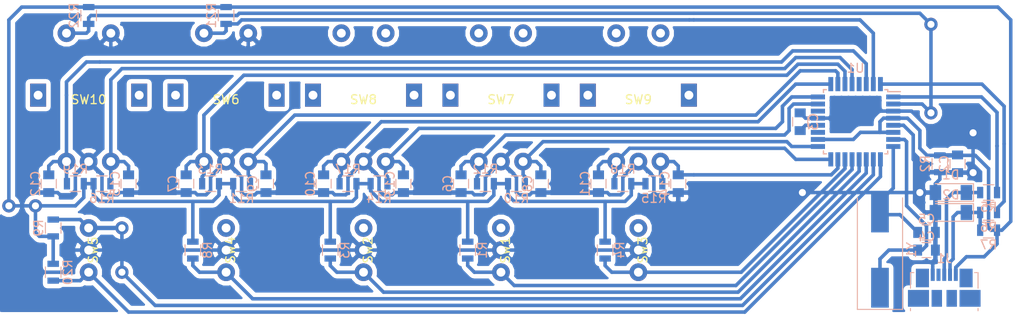
<source format=kicad_pcb>
(kicad_pcb (version 4) (host pcbnew 4.0.4-stable)

  (general
    (links 119)
    (no_connects 5)
    (area 113.299999 81.724999 229.500001 119.925)
    (thickness 1.6)
    (drawings 0)
    (tracks 435)
    (zones 0)
    (modules 51)
    (nets 39)
  )

  (page A4)
  (layers
    (0 B.Cu signal)
    (31 B.Cu signal)
    (32 B.Adhes user)
    (33 F.Adhes user)
    (34 B.Paste user)
    (35 F.Paste user)
    (36 B.SilkS user)
    (37 F.SilkS user)
    (38 B.Mask user)
    (39 F.Mask user)
    (40 Dwgs.User user)
    (41 Cmts.User user)
    (42 Eco1.User user)
    (43 Eco2.User user)
    (44 Edge.Cuts user)
    (45 Margin user)
    (46 B.CrtYd user)
    (47 F.CrtYd user)
    (48 B.Fab user)
    (49 F.Fab user)
  )

  (setup
    (last_trace_width 0.4)
    (user_trace_width 0.4)
    (trace_clearance 0.2)
    (zone_clearance 0.508)
    (zone_45_only no)
    (trace_min 0.2)
    (segment_width 0.2)
    (edge_width 0.1)
    (via_size 0.6)
    (via_drill 0.4)
    (via_min_size 0.4)
    (via_min_drill 0.3)
    (user_via 1.5 0.8)
    (uvia_size 0.3)
    (uvia_drill 0.1)
    (uvias_allowed no)
    (uvia_min_size 0.2)
    (uvia_min_drill 0.1)
    (pcb_text_width 0.3)
    (pcb_text_size 1.5 1.5)
    (mod_edge_width 0.15)
    (mod_text_size 1 1)
    (mod_text_width 0.15)
    (pad_size 1.5 1.5)
    (pad_drill 0.6)
    (pad_to_mask_clearance 0)
    (aux_axis_origin 0 0)
    (visible_elements 7FFFFFFF)
    (pcbplotparams
      (layerselection 0x00030_80000000)
      (usegerberextensions false)
      (excludeedgelayer true)
      (linewidth 0.100000)
      (plotframeref false)
      (viasonmask false)
      (mode 1)
      (useauxorigin false)
      (hpglpennumber 1)
      (hpglpenspeed 20)
      (hpglpendiameter 15)
      (hpglpenoverlay 2)
      (psnegative false)
      (psa4output false)
      (plotreference true)
      (plotvalue true)
      (plotinvisibletext false)
      (padsonsilk false)
      (subtractmaskfromsilk false)
      (outputformat 4)
      (mirror false)
      (drillshape 0)
      (scaleselection 1)
      (outputdirectory pdf))
  )

  (net 0 "")
  (net 1 +5V)
  (net 2 GND)
  (net 3 "Net-(C3-Pad1)")
  (net 4 "Net-(C4-Pad2)")
  (net 5 "Net-(C5-Pad2)")
  (net 6 SW2_A)
  (net 7 SW4_A)
  (net 8 SW2_B)
  (net 9 SW4_B)
  (net 10 SW1_A)
  (net 11 SW3_A)
  (net 12 SW5_A)
  (net 13 SW1_B)
  (net 14 SW3_B)
  (net 15 SW5_B)
  (net 16 "Net-(D1-Pad1)")
  (net 17 "Net-(D2-Pad1)")
  (net 18 USB_DP)
  (net 19 SW6)
  (net 20 SW10b)
  (net 21 SW4_C)
  (net 22 SW5_C)
  (net 23 SW7)
  (net 24 SW8)
  (net 25 SW9)
  (net 26 SW10a)
  (net 27 USB_DM)
  (net 28 "Net-(SW7-Pad4)")
  (net 29 "Net-(SW7-Pad5)")
  (net 30 "Net-(SW8-Pad4)")
  (net 31 "Net-(SW8-Pad5)")
  (net 32 "Net-(SW9-Pad4)")
  (net 33 "Net-(SW9-Pad5)")
  (net 34 "Net-(J1-Pad4)")
  (net 35 "Net-(J1-Pad6)")
  (net 36 "Net-(U1-Pad19)")
  (net 37 "Net-(U1-Pad22)")
  (net 38 "Net-(P1-Pad5)")

  (net_class Default "This is the default net class."
    (clearance 0.2)
    (trace_width 0.25)
    (via_dia 0.6)
    (via_drill 0.4)
    (uvia_dia 0.3)
    (uvia_drill 0.1)
    (add_net +5V)
    (add_net GND)
    (add_net "Net-(C3-Pad1)")
    (add_net "Net-(C4-Pad2)")
    (add_net "Net-(C5-Pad2)")
    (add_net "Net-(D1-Pad1)")
    (add_net "Net-(D2-Pad1)")
    (add_net "Net-(J1-Pad4)")
    (add_net "Net-(J1-Pad6)")
    (add_net "Net-(P1-Pad5)")
    (add_net "Net-(SW7-Pad4)")
    (add_net "Net-(SW7-Pad5)")
    (add_net "Net-(SW8-Pad4)")
    (add_net "Net-(SW8-Pad5)")
    (add_net "Net-(SW9-Pad4)")
    (add_net "Net-(SW9-Pad5)")
    (add_net "Net-(U1-Pad19)")
    (add_net "Net-(U1-Pad22)")
    (add_net SW10a)
    (add_net SW10b)
    (add_net SW1_A)
    (add_net SW1_B)
    (add_net SW2_A)
    (add_net SW2_B)
    (add_net SW3_A)
    (add_net SW3_B)
    (add_net SW4_A)
    (add_net SW4_B)
    (add_net SW4_C)
    (add_net SW5_A)
    (add_net SW5_B)
    (add_net SW5_C)
    (add_net SW6)
    (add_net SW7)
    (add_net SW8)
    (add_net SW9)
    (add_net USB_DM)
    (add_net USB_DP)
  )

  (module Button_Switch_THT:MKIP1PUM (layer B.Cu) (tedit 5A2D8AC5) (tstamp 5A2D8DB4)
    (at 186 110 90)
    (descr https://csd-electronics.de/Mechanische-Komponenten/Taster-Schalter/Kippschalter/Mini-Kippschalter-1-pol-UM::1477.html)
    (path /5A2DD4C7)
    (fp_text reference SW3 (at 0 0.5 90) (layer F.SilkS)
      (effects (font (size 1 1) (thickness 0.15)))
    )
    (fp_text value SW_SPST (at 0 -0.5 90) (layer F.Fab)
      (effects (font (size 1 1) (thickness 0.15)))
    )
    (fp_line (start 4.15 -2.6) (end -4.15 -2.6) (layer F.Fab) (width 0.1))
    (fp_line (start -4.15 -2.6) (end -4.15 2.6) (layer F.Fab) (width 0.1))
    (fp_line (start 4.15 2.6) (end 4.15 -2.6) (layer F.Fab) (width 0.1))
    (fp_line (start 4.15 2.6) (end -4.15 2.6) (layer F.Fab) (width 0.1))
    (pad 1 thru_hole circle (at -2.5 0 90) (size 2 2) (drill 1) (layers *.Cu *.Mask)
      (net 24 SW8))
    (pad 2 thru_hole circle (at 0 0 90) (size 2 2) (drill 1) (layers *.Cu *.Mask)
      (net 2 GND))
    (pad 3 thru_hole circle (at 2.5 0 90) (size 2 2) (drill 1) (layers *.Cu *.Mask))
  )

  (module Capacitors_SMD:C_0805 (layer B.Cu) (tedit 58AA8463) (tstamp 5A2D8C82)
    (at 222 100.25 270)
    (descr "Capacitor SMD 0805, reflow soldering, AVX (see smccp.pdf)")
    (tags "capacitor 0805")
    (path /56D07DC1)
    (attr smd)
    (fp_text reference C2 (at 0 1.5 270) (layer B.SilkS)
      (effects (font (size 1 1) (thickness 0.15)) (justify mirror))
    )
    (fp_text value 100n (at 0 -1.75 270) (layer B.Fab)
      (effects (font (size 1 1) (thickness 0.15)) (justify mirror))
    )
    (fp_text user %R (at 0 1.5 270) (layer B.Fab)
      (effects (font (size 1 1) (thickness 0.15)) (justify mirror))
    )
    (fp_line (start -1 -0.62) (end -1 0.62) (layer B.Fab) (width 0.1))
    (fp_line (start 1 -0.62) (end -1 -0.62) (layer B.Fab) (width 0.1))
    (fp_line (start 1 0.62) (end 1 -0.62) (layer B.Fab) (width 0.1))
    (fp_line (start -1 0.62) (end 1 0.62) (layer B.Fab) (width 0.1))
    (fp_line (start 0.5 0.85) (end -0.5 0.85) (layer B.SilkS) (width 0.12))
    (fp_line (start -0.5 -0.85) (end 0.5 -0.85) (layer B.SilkS) (width 0.12))
    (fp_line (start -1.75 0.88) (end 1.75 0.88) (layer B.CrtYd) (width 0.05))
    (fp_line (start -1.75 0.88) (end -1.75 -0.87) (layer B.CrtYd) (width 0.05))
    (fp_line (start 1.75 -0.87) (end 1.75 0.88) (layer B.CrtYd) (width 0.05))
    (fp_line (start 1.75 -0.87) (end -1.75 -0.87) (layer B.CrtYd) (width 0.05))
    (pad 1 smd rect (at -1 0 270) (size 1 1.25) (layers B.Cu B.Paste B.Mask)
      (net 1 +5V))
    (pad 2 smd rect (at 1 0 270) (size 1 1.25) (layers B.Cu B.Paste B.Mask)
      (net 2 GND))
    (model Capacitors_SMD.3dshapes/C_0805.wrl
      (at (xyz 0 0 0))
      (scale (xyz 1 1 1))
      (rotate (xyz 0 0 0))
    )
  )

  (module Capacitors_SMD:C_0805 (layer B.Cu) (tedit 58AA8463) (tstamp 5A2D8C88)
    (at 204.25 95.5 90)
    (descr "Capacitor SMD 0805, reflow soldering, AVX (see smccp.pdf)")
    (tags "capacitor 0805")
    (path /56D07D78)
    (attr smd)
    (fp_text reference C3 (at 0 1.5 90) (layer B.SilkS)
      (effects (font (size 1 1) (thickness 0.15)) (justify mirror))
    )
    (fp_text value 100n (at 0 -1.75 90) (layer B.Fab)
      (effects (font (size 1 1) (thickness 0.15)) (justify mirror))
    )
    (fp_text user %R (at 0 1.5 90) (layer B.Fab)
      (effects (font (size 1 1) (thickness 0.15)) (justify mirror))
    )
    (fp_line (start -1 -0.62) (end -1 0.62) (layer B.Fab) (width 0.1))
    (fp_line (start 1 -0.62) (end -1 -0.62) (layer B.Fab) (width 0.1))
    (fp_line (start 1 0.62) (end 1 -0.62) (layer B.Fab) (width 0.1))
    (fp_line (start -1 0.62) (end 1 0.62) (layer B.Fab) (width 0.1))
    (fp_line (start 0.5 0.85) (end -0.5 0.85) (layer B.SilkS) (width 0.12))
    (fp_line (start -0.5 -0.85) (end 0.5 -0.85) (layer B.SilkS) (width 0.12))
    (fp_line (start -1.75 0.88) (end 1.75 0.88) (layer B.CrtYd) (width 0.05))
    (fp_line (start -1.75 0.88) (end -1.75 -0.87) (layer B.CrtYd) (width 0.05))
    (fp_line (start 1.75 -0.87) (end 1.75 0.88) (layer B.CrtYd) (width 0.05))
    (fp_line (start 1.75 -0.87) (end -1.75 -0.87) (layer B.CrtYd) (width 0.05))
    (pad 1 smd rect (at -1 0 90) (size 1 1.25) (layers B.Cu B.Paste B.Mask)
      (net 3 "Net-(C3-Pad1)"))
    (pad 2 smd rect (at 1 0 90) (size 1 1.25) (layers B.Cu B.Paste B.Mask)
      (net 2 GND))
    (model Capacitors_SMD.3dshapes/C_0805.wrl
      (at (xyz 0 0 0))
      (scale (xyz 1 1 1))
      (rotate (xyz 0 0 0))
    )
  )

  (module Capacitors_SMD:C_0805 (layer B.Cu) (tedit 58AA8463) (tstamp 5A2D8C8E)
    (at 218.5 110 180)
    (descr "Capacitor SMD 0805, reflow soldering, AVX (see smccp.pdf)")
    (tags "capacitor 0805")
    (path /5700A528)
    (attr smd)
    (fp_text reference C4 (at 0 1.5 180) (layer B.SilkS)
      (effects (font (size 1 1) (thickness 0.15)) (justify mirror))
    )
    (fp_text value 27p (at 0 -1.75 180) (layer B.Fab)
      (effects (font (size 1 1) (thickness 0.15)) (justify mirror))
    )
    (fp_text user %R (at 0 1.5 180) (layer B.Fab)
      (effects (font (size 1 1) (thickness 0.15)) (justify mirror))
    )
    (fp_line (start -1 -0.62) (end -1 0.62) (layer B.Fab) (width 0.1))
    (fp_line (start 1 -0.62) (end -1 -0.62) (layer B.Fab) (width 0.1))
    (fp_line (start 1 0.62) (end 1 -0.62) (layer B.Fab) (width 0.1))
    (fp_line (start -1 0.62) (end 1 0.62) (layer B.Fab) (width 0.1))
    (fp_line (start 0.5 0.85) (end -0.5 0.85) (layer B.SilkS) (width 0.12))
    (fp_line (start -0.5 -0.85) (end 0.5 -0.85) (layer B.SilkS) (width 0.12))
    (fp_line (start -1.75 0.88) (end 1.75 0.88) (layer B.CrtYd) (width 0.05))
    (fp_line (start -1.75 0.88) (end -1.75 -0.87) (layer B.CrtYd) (width 0.05))
    (fp_line (start 1.75 -0.87) (end 1.75 0.88) (layer B.CrtYd) (width 0.05))
    (fp_line (start 1.75 -0.87) (end -1.75 -0.87) (layer B.CrtYd) (width 0.05))
    (pad 1 smd rect (at -1 0 180) (size 1 1.25) (layers B.Cu B.Paste B.Mask)
      (net 2 GND))
    (pad 2 smd rect (at 1 0 180) (size 1 1.25) (layers B.Cu B.Paste B.Mask)
      (net 4 "Net-(C4-Pad2)"))
    (model Capacitors_SMD.3dshapes/C_0805.wrl
      (at (xyz 0 0 0))
      (scale (xyz 1 1 1))
      (rotate (xyz 0 0 0))
    )
  )

  (module Capacitors_SMD:C_0805 (layer B.Cu) (tedit 58AA8463) (tstamp 5A2D8C94)
    (at 218.5 108 180)
    (descr "Capacitor SMD 0805, reflow soldering, AVX (see smccp.pdf)")
    (tags "capacitor 0805")
    (path /5700A497)
    (attr smd)
    (fp_text reference C5 (at 0 1.5 180) (layer B.SilkS)
      (effects (font (size 1 1) (thickness 0.15)) (justify mirror))
    )
    (fp_text value 27p (at 0 -1.75 180) (layer B.Fab)
      (effects (font (size 1 1) (thickness 0.15)) (justify mirror))
    )
    (fp_text user %R (at 0 1.5 180) (layer B.Fab)
      (effects (font (size 1 1) (thickness 0.15)) (justify mirror))
    )
    (fp_line (start -1 -0.62) (end -1 0.62) (layer B.Fab) (width 0.1))
    (fp_line (start 1 -0.62) (end -1 -0.62) (layer B.Fab) (width 0.1))
    (fp_line (start 1 0.62) (end 1 -0.62) (layer B.Fab) (width 0.1))
    (fp_line (start -1 0.62) (end 1 0.62) (layer B.Fab) (width 0.1))
    (fp_line (start 0.5 0.85) (end -0.5 0.85) (layer B.SilkS) (width 0.12))
    (fp_line (start -0.5 -0.85) (end 0.5 -0.85) (layer B.SilkS) (width 0.12))
    (fp_line (start -1.75 0.88) (end 1.75 0.88) (layer B.CrtYd) (width 0.05))
    (fp_line (start -1.75 0.88) (end -1.75 -0.87) (layer B.CrtYd) (width 0.05))
    (fp_line (start 1.75 -0.87) (end 1.75 0.88) (layer B.CrtYd) (width 0.05))
    (fp_line (start 1.75 -0.87) (end -1.75 -0.87) (layer B.CrtYd) (width 0.05))
    (pad 1 smd rect (at -1 0 180) (size 1 1.25) (layers B.Cu B.Paste B.Mask)
      (net 2 GND))
    (pad 2 smd rect (at 1 0 180) (size 1 1.25) (layers B.Cu B.Paste B.Mask)
      (net 5 "Net-(C5-Pad2)"))
    (model Capacitors_SMD.3dshapes/C_0805.wrl
      (at (xyz 0 0 0))
      (scale (xyz 1 1 1))
      (rotate (xyz 0 0 0))
    )
  )

  (module Capacitors_SMD:C_0805 (layer B.Cu) (tedit 58AA8463) (tstamp 5A2D8C9A)
    (at 166 102.5 270)
    (descr "Capacitor SMD 0805, reflow soldering, AVX (see smccp.pdf)")
    (tags "capacitor 0805")
    (path /57298438)
    (attr smd)
    (fp_text reference C6 (at 0 1.5 270) (layer B.SilkS)
      (effects (font (size 1 1) (thickness 0.15)) (justify mirror))
    )
    (fp_text value 100n (at 0 -1.75 270) (layer B.Fab)
      (effects (font (size 1 1) (thickness 0.15)) (justify mirror))
    )
    (fp_text user %R (at 0 1.5 270) (layer B.Fab)
      (effects (font (size 1 1) (thickness 0.15)) (justify mirror))
    )
    (fp_line (start -1 -0.62) (end -1 0.62) (layer B.Fab) (width 0.1))
    (fp_line (start 1 -0.62) (end -1 -0.62) (layer B.Fab) (width 0.1))
    (fp_line (start 1 0.62) (end 1 -0.62) (layer B.Fab) (width 0.1))
    (fp_line (start -1 0.62) (end 1 0.62) (layer B.Fab) (width 0.1))
    (fp_line (start 0.5 0.85) (end -0.5 0.85) (layer B.SilkS) (width 0.12))
    (fp_line (start -0.5 -0.85) (end 0.5 -0.85) (layer B.SilkS) (width 0.12))
    (fp_line (start -1.75 0.88) (end 1.75 0.88) (layer B.CrtYd) (width 0.05))
    (fp_line (start -1.75 0.88) (end -1.75 -0.87) (layer B.CrtYd) (width 0.05))
    (fp_line (start 1.75 -0.87) (end 1.75 0.88) (layer B.CrtYd) (width 0.05))
    (fp_line (start 1.75 -0.87) (end -1.75 -0.87) (layer B.CrtYd) (width 0.05))
    (pad 1 smd rect (at -1 0 270) (size 1 1.25) (layers B.Cu B.Paste B.Mask)
      (net 6 SW2_A))
    (pad 2 smd rect (at 1 0 270) (size 1 1.25) (layers B.Cu B.Paste B.Mask)
      (net 2 GND))
    (model Capacitors_SMD.3dshapes/C_0805.wrl
      (at (xyz 0 0 0))
      (scale (xyz 1 1 1))
      (rotate (xyz 0 0 0))
    )
  )

  (module Capacitors_SMD:C_0805 (layer B.Cu) (tedit 58AA8463) (tstamp 5A2D8CA0)
    (at 135 102.5 270)
    (descr "Capacitor SMD 0805, reflow soldering, AVX (see smccp.pdf)")
    (tags "capacitor 0805")
    (path /5729878B)
    (attr smd)
    (fp_text reference C7 (at 0 1.5 270) (layer B.SilkS)
      (effects (font (size 1 1) (thickness 0.15)) (justify mirror))
    )
    (fp_text value 100n (at 0 -1.75 270) (layer B.Fab)
      (effects (font (size 1 1) (thickness 0.15)) (justify mirror))
    )
    (fp_text user %R (at 0 1.5 270) (layer B.Fab)
      (effects (font (size 1 1) (thickness 0.15)) (justify mirror))
    )
    (fp_line (start -1 -0.62) (end -1 0.62) (layer B.Fab) (width 0.1))
    (fp_line (start 1 -0.62) (end -1 -0.62) (layer B.Fab) (width 0.1))
    (fp_line (start 1 0.62) (end 1 -0.62) (layer B.Fab) (width 0.1))
    (fp_line (start -1 0.62) (end 1 0.62) (layer B.Fab) (width 0.1))
    (fp_line (start 0.5 0.85) (end -0.5 0.85) (layer B.SilkS) (width 0.12))
    (fp_line (start -0.5 -0.85) (end 0.5 -0.85) (layer B.SilkS) (width 0.12))
    (fp_line (start -1.75 0.88) (end 1.75 0.88) (layer B.CrtYd) (width 0.05))
    (fp_line (start -1.75 0.88) (end -1.75 -0.87) (layer B.CrtYd) (width 0.05))
    (fp_line (start 1.75 -0.87) (end 1.75 0.88) (layer B.CrtYd) (width 0.05))
    (fp_line (start 1.75 -0.87) (end -1.75 -0.87) (layer B.CrtYd) (width 0.05))
    (pad 1 smd rect (at -1 0 270) (size 1 1.25) (layers B.Cu B.Paste B.Mask)
      (net 7 SW4_A))
    (pad 2 smd rect (at 1 0 270) (size 1 1.25) (layers B.Cu B.Paste B.Mask)
      (net 2 GND))
    (model Capacitors_SMD.3dshapes/C_0805.wrl
      (at (xyz 0 0 0))
      (scale (xyz 1 1 1))
      (rotate (xyz 0 0 0))
    )
  )

  (module Capacitors_SMD:C_0805 (layer B.Cu) (tedit 58AA8463) (tstamp 5A2D8CA6)
    (at 175 102.5 270)
    (descr "Capacitor SMD 0805, reflow soldering, AVX (see smccp.pdf)")
    (tags "capacitor 0805")
    (path /5729843E)
    (attr smd)
    (fp_text reference C8 (at 0 1.5 270) (layer B.SilkS)
      (effects (font (size 1 1) (thickness 0.15)) (justify mirror))
    )
    (fp_text value 100n (at 0 -1.75 270) (layer B.Fab)
      (effects (font (size 1 1) (thickness 0.15)) (justify mirror))
    )
    (fp_text user %R (at 0 1.5 270) (layer B.Fab)
      (effects (font (size 1 1) (thickness 0.15)) (justify mirror))
    )
    (fp_line (start -1 -0.62) (end -1 0.62) (layer B.Fab) (width 0.1))
    (fp_line (start 1 -0.62) (end -1 -0.62) (layer B.Fab) (width 0.1))
    (fp_line (start 1 0.62) (end 1 -0.62) (layer B.Fab) (width 0.1))
    (fp_line (start -1 0.62) (end 1 0.62) (layer B.Fab) (width 0.1))
    (fp_line (start 0.5 0.85) (end -0.5 0.85) (layer B.SilkS) (width 0.12))
    (fp_line (start -0.5 -0.85) (end 0.5 -0.85) (layer B.SilkS) (width 0.12))
    (fp_line (start -1.75 0.88) (end 1.75 0.88) (layer B.CrtYd) (width 0.05))
    (fp_line (start -1.75 0.88) (end -1.75 -0.87) (layer B.CrtYd) (width 0.05))
    (fp_line (start 1.75 -0.87) (end 1.75 0.88) (layer B.CrtYd) (width 0.05))
    (fp_line (start 1.75 -0.87) (end -1.75 -0.87) (layer B.CrtYd) (width 0.05))
    (pad 1 smd rect (at -1 0 270) (size 1 1.25) (layers B.Cu B.Paste B.Mask)
      (net 8 SW2_B))
    (pad 2 smd rect (at 1 0 270) (size 1 1.25) (layers B.Cu B.Paste B.Mask)
      (net 2 GND))
    (model Capacitors_SMD.3dshapes/C_0805.wrl
      (at (xyz 0 0 0))
      (scale (xyz 1 1 1))
      (rotate (xyz 0 0 0))
    )
  )

  (module Capacitors_SMD:C_0805 (layer B.Cu) (tedit 58AA8463) (tstamp 5A2D8CAC)
    (at 144 102.5 270)
    (descr "Capacitor SMD 0805, reflow soldering, AVX (see smccp.pdf)")
    (tags "capacitor 0805")
    (path /57298791)
    (attr smd)
    (fp_text reference C9 (at 0 1.5 270) (layer B.SilkS)
      (effects (font (size 1 1) (thickness 0.15)) (justify mirror))
    )
    (fp_text value 100n (at 0 -1.75 270) (layer B.Fab)
      (effects (font (size 1 1) (thickness 0.15)) (justify mirror))
    )
    (fp_text user %R (at 0 1.5 270) (layer B.Fab)
      (effects (font (size 1 1) (thickness 0.15)) (justify mirror))
    )
    (fp_line (start -1 -0.62) (end -1 0.62) (layer B.Fab) (width 0.1))
    (fp_line (start 1 -0.62) (end -1 -0.62) (layer B.Fab) (width 0.1))
    (fp_line (start 1 0.62) (end 1 -0.62) (layer B.Fab) (width 0.1))
    (fp_line (start -1 0.62) (end 1 0.62) (layer B.Fab) (width 0.1))
    (fp_line (start 0.5 0.85) (end -0.5 0.85) (layer B.SilkS) (width 0.12))
    (fp_line (start -0.5 -0.85) (end 0.5 -0.85) (layer B.SilkS) (width 0.12))
    (fp_line (start -1.75 0.88) (end 1.75 0.88) (layer B.CrtYd) (width 0.05))
    (fp_line (start -1.75 0.88) (end -1.75 -0.87) (layer B.CrtYd) (width 0.05))
    (fp_line (start 1.75 -0.87) (end 1.75 0.88) (layer B.CrtYd) (width 0.05))
    (fp_line (start 1.75 -0.87) (end -1.75 -0.87) (layer B.CrtYd) (width 0.05))
    (pad 1 smd rect (at -1 0 270) (size 1 1.25) (layers B.Cu B.Paste B.Mask)
      (net 9 SW4_B))
    (pad 2 smd rect (at 1 0 270) (size 1 1.25) (layers B.Cu B.Paste B.Mask)
      (net 2 GND))
    (model Capacitors_SMD.3dshapes/C_0805.wrl
      (at (xyz 0 0 0))
      (scale (xyz 1 1 1))
      (rotate (xyz 0 0 0))
    )
  )

  (module Capacitors_SMD:C_0805 (layer B.Cu) (tedit 58AA8463) (tstamp 5A2D8CB2)
    (at 150.5 102.5 270)
    (descr "Capacitor SMD 0805, reflow soldering, AVX (see smccp.pdf)")
    (tags "capacitor 0805")
    (path /572971FD)
    (attr smd)
    (fp_text reference C10 (at 0 1.5 270) (layer B.SilkS)
      (effects (font (size 1 1) (thickness 0.15)) (justify mirror))
    )
    (fp_text value 100n (at 0 -1.75 270) (layer B.Fab)
      (effects (font (size 1 1) (thickness 0.15)) (justify mirror))
    )
    (fp_text user %R (at 0 1.5 270) (layer B.Fab)
      (effects (font (size 1 1) (thickness 0.15)) (justify mirror))
    )
    (fp_line (start -1 -0.62) (end -1 0.62) (layer B.Fab) (width 0.1))
    (fp_line (start 1 -0.62) (end -1 -0.62) (layer B.Fab) (width 0.1))
    (fp_line (start 1 0.62) (end 1 -0.62) (layer B.Fab) (width 0.1))
    (fp_line (start -1 0.62) (end 1 0.62) (layer B.Fab) (width 0.1))
    (fp_line (start 0.5 0.85) (end -0.5 0.85) (layer B.SilkS) (width 0.12))
    (fp_line (start -0.5 -0.85) (end 0.5 -0.85) (layer B.SilkS) (width 0.12))
    (fp_line (start -1.75 0.88) (end 1.75 0.88) (layer B.CrtYd) (width 0.05))
    (fp_line (start -1.75 0.88) (end -1.75 -0.87) (layer B.CrtYd) (width 0.05))
    (fp_line (start 1.75 -0.87) (end 1.75 0.88) (layer B.CrtYd) (width 0.05))
    (fp_line (start 1.75 -0.87) (end -1.75 -0.87) (layer B.CrtYd) (width 0.05))
    (pad 1 smd rect (at -1 0 270) (size 1 1.25) (layers B.Cu B.Paste B.Mask)
      (net 10 SW1_A))
    (pad 2 smd rect (at 1 0 270) (size 1 1.25) (layers B.Cu B.Paste B.Mask)
      (net 2 GND))
    (model Capacitors_SMD.3dshapes/C_0805.wrl
      (at (xyz 0 0 0))
      (scale (xyz 1 1 1))
      (rotate (xyz 0 0 0))
    )
  )

  (module Capacitors_SMD:C_0805 (layer B.Cu) (tedit 58AA8463) (tstamp 5A2D8CB8)
    (at 181.5 102.5 270)
    (descr "Capacitor SMD 0805, reflow soldering, AVX (see smccp.pdf)")
    (tags "capacitor 0805")
    (path /5728F105)
    (attr smd)
    (fp_text reference C11 (at 0 1.5 270) (layer B.SilkS)
      (effects (font (size 1 1) (thickness 0.15)) (justify mirror))
    )
    (fp_text value 100n (at 0 -1.75 270) (layer B.Fab)
      (effects (font (size 1 1) (thickness 0.15)) (justify mirror))
    )
    (fp_text user %R (at 0 1.5 270) (layer B.Fab)
      (effects (font (size 1 1) (thickness 0.15)) (justify mirror))
    )
    (fp_line (start -1 -0.62) (end -1 0.62) (layer B.Fab) (width 0.1))
    (fp_line (start 1 -0.62) (end -1 -0.62) (layer B.Fab) (width 0.1))
    (fp_line (start 1 0.62) (end 1 -0.62) (layer B.Fab) (width 0.1))
    (fp_line (start -1 0.62) (end 1 0.62) (layer B.Fab) (width 0.1))
    (fp_line (start 0.5 0.85) (end -0.5 0.85) (layer B.SilkS) (width 0.12))
    (fp_line (start -0.5 -0.85) (end 0.5 -0.85) (layer B.SilkS) (width 0.12))
    (fp_line (start -1.75 0.88) (end 1.75 0.88) (layer B.CrtYd) (width 0.05))
    (fp_line (start -1.75 0.88) (end -1.75 -0.87) (layer B.CrtYd) (width 0.05))
    (fp_line (start 1.75 -0.87) (end 1.75 0.88) (layer B.CrtYd) (width 0.05))
    (fp_line (start 1.75 -0.87) (end -1.75 -0.87) (layer B.CrtYd) (width 0.05))
    (pad 1 smd rect (at -1 0 270) (size 1 1.25) (layers B.Cu B.Paste B.Mask)
      (net 11 SW3_A))
    (pad 2 smd rect (at 1 0 270) (size 1 1.25) (layers B.Cu B.Paste B.Mask)
      (net 2 GND))
    (model Capacitors_SMD.3dshapes/C_0805.wrl
      (at (xyz 0 0 0))
      (scale (xyz 1 1 1))
      (rotate (xyz 0 0 0))
    )
  )

  (module Capacitors_SMD:C_0805 (layer B.Cu) (tedit 58AA8463) (tstamp 5A2D8CBE)
    (at 119.5 102.5 270)
    (descr "Capacitor SMD 0805, reflow soldering, AVX (see smccp.pdf)")
    (tags "capacitor 0805")
    (path /572980EF)
    (attr smd)
    (fp_text reference C12 (at 0 1.5 270) (layer B.SilkS)
      (effects (font (size 1 1) (thickness 0.15)) (justify mirror))
    )
    (fp_text value 100n (at 0 -1.75 270) (layer B.Fab)
      (effects (font (size 1 1) (thickness 0.15)) (justify mirror))
    )
    (fp_text user %R (at 0 1.5 270) (layer B.Fab)
      (effects (font (size 1 1) (thickness 0.15)) (justify mirror))
    )
    (fp_line (start -1 -0.62) (end -1 0.62) (layer B.Fab) (width 0.1))
    (fp_line (start 1 -0.62) (end -1 -0.62) (layer B.Fab) (width 0.1))
    (fp_line (start 1 0.62) (end 1 -0.62) (layer B.Fab) (width 0.1))
    (fp_line (start -1 0.62) (end 1 0.62) (layer B.Fab) (width 0.1))
    (fp_line (start 0.5 0.85) (end -0.5 0.85) (layer B.SilkS) (width 0.12))
    (fp_line (start -0.5 -0.85) (end 0.5 -0.85) (layer B.SilkS) (width 0.12))
    (fp_line (start -1.75 0.88) (end 1.75 0.88) (layer B.CrtYd) (width 0.05))
    (fp_line (start -1.75 0.88) (end -1.75 -0.87) (layer B.CrtYd) (width 0.05))
    (fp_line (start 1.75 -0.87) (end 1.75 0.88) (layer B.CrtYd) (width 0.05))
    (fp_line (start 1.75 -0.87) (end -1.75 -0.87) (layer B.CrtYd) (width 0.05))
    (pad 1 smd rect (at -1 0 270) (size 1 1.25) (layers B.Cu B.Paste B.Mask)
      (net 12 SW5_A))
    (pad 2 smd rect (at 1 0 270) (size 1 1.25) (layers B.Cu B.Paste B.Mask)
      (net 2 GND))
    (model Capacitors_SMD.3dshapes/C_0805.wrl
      (at (xyz 0 0 0))
      (scale (xyz 1 1 1))
      (rotate (xyz 0 0 0))
    )
  )

  (module Capacitors_SMD:C_0805 (layer B.Cu) (tedit 58AA8463) (tstamp 5A2D8CC4)
    (at 159.5 102.5 270)
    (descr "Capacitor SMD 0805, reflow soldering, AVX (see smccp.pdf)")
    (tags "capacitor 0805")
    (path /57297203)
    (attr smd)
    (fp_text reference C13 (at 0 1.5 270) (layer B.SilkS)
      (effects (font (size 1 1) (thickness 0.15)) (justify mirror))
    )
    (fp_text value 100n (at 0 -1.75 270) (layer B.Fab)
      (effects (font (size 1 1) (thickness 0.15)) (justify mirror))
    )
    (fp_text user %R (at 0 1.5 270) (layer B.Fab)
      (effects (font (size 1 1) (thickness 0.15)) (justify mirror))
    )
    (fp_line (start -1 -0.62) (end -1 0.62) (layer B.Fab) (width 0.1))
    (fp_line (start 1 -0.62) (end -1 -0.62) (layer B.Fab) (width 0.1))
    (fp_line (start 1 0.62) (end 1 -0.62) (layer B.Fab) (width 0.1))
    (fp_line (start -1 0.62) (end 1 0.62) (layer B.Fab) (width 0.1))
    (fp_line (start 0.5 0.85) (end -0.5 0.85) (layer B.SilkS) (width 0.12))
    (fp_line (start -0.5 -0.85) (end 0.5 -0.85) (layer B.SilkS) (width 0.12))
    (fp_line (start -1.75 0.88) (end 1.75 0.88) (layer B.CrtYd) (width 0.05))
    (fp_line (start -1.75 0.88) (end -1.75 -0.87) (layer B.CrtYd) (width 0.05))
    (fp_line (start 1.75 -0.87) (end 1.75 0.88) (layer B.CrtYd) (width 0.05))
    (fp_line (start 1.75 -0.87) (end -1.75 -0.87) (layer B.CrtYd) (width 0.05))
    (pad 1 smd rect (at -1 0 270) (size 1 1.25) (layers B.Cu B.Paste B.Mask)
      (net 13 SW1_B))
    (pad 2 smd rect (at 1 0 270) (size 1 1.25) (layers B.Cu B.Paste B.Mask)
      (net 2 GND))
    (model Capacitors_SMD.3dshapes/C_0805.wrl
      (at (xyz 0 0 0))
      (scale (xyz 1 1 1))
      (rotate (xyz 0 0 0))
    )
  )

  (module Capacitors_SMD:C_0805 (layer B.Cu) (tedit 58AA8463) (tstamp 5A2D8CCA)
    (at 190.5 102.5 270)
    (descr "Capacitor SMD 0805, reflow soldering, AVX (see smccp.pdf)")
    (tags "capacitor 0805")
    (path /5728F1EF)
    (attr smd)
    (fp_text reference C14 (at 0 1.5 270) (layer B.SilkS)
      (effects (font (size 1 1) (thickness 0.15)) (justify mirror))
    )
    (fp_text value 100n (at 0 -1.75 270) (layer B.Fab)
      (effects (font (size 1 1) (thickness 0.15)) (justify mirror))
    )
    (fp_text user %R (at 0 1.5 270) (layer B.Fab)
      (effects (font (size 1 1) (thickness 0.15)) (justify mirror))
    )
    (fp_line (start -1 -0.62) (end -1 0.62) (layer B.Fab) (width 0.1))
    (fp_line (start 1 -0.62) (end -1 -0.62) (layer B.Fab) (width 0.1))
    (fp_line (start 1 0.62) (end 1 -0.62) (layer B.Fab) (width 0.1))
    (fp_line (start -1 0.62) (end 1 0.62) (layer B.Fab) (width 0.1))
    (fp_line (start 0.5 0.85) (end -0.5 0.85) (layer B.SilkS) (width 0.12))
    (fp_line (start -0.5 -0.85) (end 0.5 -0.85) (layer B.SilkS) (width 0.12))
    (fp_line (start -1.75 0.88) (end 1.75 0.88) (layer B.CrtYd) (width 0.05))
    (fp_line (start -1.75 0.88) (end -1.75 -0.87) (layer B.CrtYd) (width 0.05))
    (fp_line (start 1.75 -0.87) (end 1.75 0.88) (layer B.CrtYd) (width 0.05))
    (fp_line (start 1.75 -0.87) (end -1.75 -0.87) (layer B.CrtYd) (width 0.05))
    (pad 1 smd rect (at -1 0 270) (size 1 1.25) (layers B.Cu B.Paste B.Mask)
      (net 14 SW3_B))
    (pad 2 smd rect (at 1 0 270) (size 1 1.25) (layers B.Cu B.Paste B.Mask)
      (net 2 GND))
    (model Capacitors_SMD.3dshapes/C_0805.wrl
      (at (xyz 0 0 0))
      (scale (xyz 1 1 1))
      (rotate (xyz 0 0 0))
    )
  )

  (module Capacitors_SMD:C_0805 (layer B.Cu) (tedit 58AA8463) (tstamp 5A2D8CD0)
    (at 128.5 102.5 270)
    (descr "Capacitor SMD 0805, reflow soldering, AVX (see smccp.pdf)")
    (tags "capacitor 0805")
    (path /572980F5)
    (attr smd)
    (fp_text reference C15 (at 0 1.5 270) (layer B.SilkS)
      (effects (font (size 1 1) (thickness 0.15)) (justify mirror))
    )
    (fp_text value 100n (at 0 -1.75 270) (layer B.Fab)
      (effects (font (size 1 1) (thickness 0.15)) (justify mirror))
    )
    (fp_text user %R (at 0 1.5 270) (layer B.Fab)
      (effects (font (size 1 1) (thickness 0.15)) (justify mirror))
    )
    (fp_line (start -1 -0.62) (end -1 0.62) (layer B.Fab) (width 0.1))
    (fp_line (start 1 -0.62) (end -1 -0.62) (layer B.Fab) (width 0.1))
    (fp_line (start 1 0.62) (end 1 -0.62) (layer B.Fab) (width 0.1))
    (fp_line (start -1 0.62) (end 1 0.62) (layer B.Fab) (width 0.1))
    (fp_line (start 0.5 0.85) (end -0.5 0.85) (layer B.SilkS) (width 0.12))
    (fp_line (start -0.5 -0.85) (end 0.5 -0.85) (layer B.SilkS) (width 0.12))
    (fp_line (start -1.75 0.88) (end 1.75 0.88) (layer B.CrtYd) (width 0.05))
    (fp_line (start -1.75 0.88) (end -1.75 -0.87) (layer B.CrtYd) (width 0.05))
    (fp_line (start 1.75 -0.87) (end 1.75 0.88) (layer B.CrtYd) (width 0.05))
    (fp_line (start 1.75 -0.87) (end -1.75 -0.87) (layer B.CrtYd) (width 0.05))
    (pad 1 smd rect (at -1 0 270) (size 1 1.25) (layers B.Cu B.Paste B.Mask)
      (net 15 SW5_B))
    (pad 2 smd rect (at 1 0 270) (size 1 1.25) (layers B.Cu B.Paste B.Mask)
      (net 2 GND))
    (model Capacitors_SMD.3dshapes/C_0805.wrl
      (at (xyz 0 0 0))
      (scale (xyz 1 1 1))
      (rotate (xyz 0 0 0))
    )
  )

  (module Resistors_SMD:R_0805 (layer B.Cu) (tedit 5A2DA073) (tstamp 5A2D8D15)
    (at 166.75 110 90)
    (descr "Resistor SMD 0805, reflow soldering, Vishay (see dcrcw.pdf)")
    (tags "resistor 0805")
    (path /5729E12A)
    (attr smd)
    (fp_text reference R1 (at 0 1.65 90) (layer B.SilkS)
      (effects (font (size 1 1) (thickness 0.15)) (justify mirror))
    )
    (fp_text value 10k (at 0 -1.75 90) (layer B.Fab)
      (effects (font (size 1 1) (thickness 0.15)) (justify mirror))
    )
    (fp_text user %R (at 0 0 90) (layer B.Fab)
      (effects (font (size 0.5 0.5) (thickness 0.075)) (justify mirror))
    )
    (fp_line (start -1 -0.62) (end -1 0.62) (layer B.Fab) (width 0.1))
    (fp_line (start 1 -0.62) (end -1 -0.62) (layer B.Fab) (width 0.1))
    (fp_line (start 1 0.62) (end 1 -0.62) (layer B.Fab) (width 0.1))
    (fp_line (start -1 0.62) (end 1 0.62) (layer B.Fab) (width 0.1))
    (fp_line (start 0.6 -0.88) (end -0.6 -0.88) (layer B.SilkS) (width 0.12))
    (fp_line (start -0.6 0.88) (end 0.6 0.88) (layer B.SilkS) (width 0.12))
    (fp_line (start -1.55 0.9) (end 1.55 0.9) (layer B.CrtYd) (width 0.05))
    (fp_line (start -1.55 0.9) (end -1.55 -0.9) (layer B.CrtYd) (width 0.05))
    (fp_line (start 1.55 -0.9) (end 1.55 0.9) (layer B.CrtYd) (width 0.05))
    (fp_line (start 1.55 -0.9) (end -1.55 -0.9) (layer B.CrtYd) (width 0.05))
    (pad 1 smd rect (at -0.95 0 90) (size 0.7 1.3) (layers B.Cu B.Paste B.Mask)
      (net 19 SW6))
    (pad 2 smd rect (at 0.95 0 90) (size 0.7 1.3) (layers B.Cu B.Paste B.Mask)
      (net 1 +5V))
    (model ${KISYS3DMOD}/Resistors_SMD.3dshapes/R_0805.wrl
      (at (xyz 0 0 0))
      (scale (xyz 1 1 1))
      (rotate (xyz 0 0 0))
    )
  )

  (module Resistors_SMD:R_0805 (layer B.Cu) (tedit 58E0A804) (tstamp 5A2D8D1B)
    (at 220 100.25 270)
    (descr "Resistor SMD 0805, reflow soldering, Vishay (see dcrcw.pdf)")
    (tags "resistor 0805")
    (path /56D07CD6)
    (attr smd)
    (fp_text reference R2 (at 0 1.65 270) (layer B.SilkS)
      (effects (font (size 1 1) (thickness 0.15)) (justify mirror))
    )
    (fp_text value 56k (at 0 -1.75 270) (layer B.Fab)
      (effects (font (size 1 1) (thickness 0.15)) (justify mirror))
    )
    (fp_text user %R (at 0 0 270) (layer B.Fab)
      (effects (font (size 0.5 0.5) (thickness 0.075)) (justify mirror))
    )
    (fp_line (start -1 -0.62) (end -1 0.62) (layer B.Fab) (width 0.1))
    (fp_line (start 1 -0.62) (end -1 -0.62) (layer B.Fab) (width 0.1))
    (fp_line (start 1 0.62) (end 1 -0.62) (layer B.Fab) (width 0.1))
    (fp_line (start -1 0.62) (end 1 0.62) (layer B.Fab) (width 0.1))
    (fp_line (start 0.6 -0.88) (end -0.6 -0.88) (layer B.SilkS) (width 0.12))
    (fp_line (start -0.6 0.88) (end 0.6 0.88) (layer B.SilkS) (width 0.12))
    (fp_line (start -1.55 0.9) (end 1.55 0.9) (layer B.CrtYd) (width 0.05))
    (fp_line (start -1.55 0.9) (end -1.55 -0.9) (layer B.CrtYd) (width 0.05))
    (fp_line (start 1.55 -0.9) (end 1.55 0.9) (layer B.CrtYd) (width 0.05))
    (fp_line (start 1.55 -0.9) (end -1.55 -0.9) (layer B.CrtYd) (width 0.05))
    (pad 1 smd rect (at -0.95 0 270) (size 0.7 1.3) (layers B.Cu B.Paste B.Mask)
      (net 1 +5V))
    (pad 2 smd rect (at 0.95 0 270) (size 0.7 1.3) (layers B.Cu B.Paste B.Mask)
      (net 2 GND))
    (model ${KISYS3DMOD}/Resistors_SMD.3dshapes/R_0805.wrl
      (at (xyz 0 0 0))
      (scale (xyz 1 1 1))
      (rotate (xyz 0 0 0))
    )
  )

  (module Resistors_SMD:R_0805 (layer B.Cu) (tedit 58E0A804) (tstamp 5A2D8D21)
    (at 151.25 110 90)
    (descr "Resistor SMD 0805, reflow soldering, Vishay (see dcrcw.pdf)")
    (tags "resistor 0805")
    (path /5729FBC0)
    (attr smd)
    (fp_text reference R3 (at 0 1.65 90) (layer B.SilkS)
      (effects (font (size 1 1) (thickness 0.15)) (justify mirror))
    )
    (fp_text value 10k (at 0 -1.75 90) (layer B.Fab)
      (effects (font (size 1 1) (thickness 0.15)) (justify mirror))
    )
    (fp_text user %R (at 0 0 90) (layer B.Fab)
      (effects (font (size 0.5 0.5) (thickness 0.075)) (justify mirror))
    )
    (fp_line (start -1 -0.62) (end -1 0.62) (layer B.Fab) (width 0.1))
    (fp_line (start 1 -0.62) (end -1 -0.62) (layer B.Fab) (width 0.1))
    (fp_line (start 1 0.62) (end 1 -0.62) (layer B.Fab) (width 0.1))
    (fp_line (start -1 0.62) (end 1 0.62) (layer B.Fab) (width 0.1))
    (fp_line (start 0.6 -0.88) (end -0.6 -0.88) (layer B.SilkS) (width 0.12))
    (fp_line (start -0.6 0.88) (end 0.6 0.88) (layer B.SilkS) (width 0.12))
    (fp_line (start -1.55 0.9) (end 1.55 0.9) (layer B.CrtYd) (width 0.05))
    (fp_line (start -1.55 0.9) (end -1.55 -0.9) (layer B.CrtYd) (width 0.05))
    (fp_line (start 1.55 -0.9) (end 1.55 0.9) (layer B.CrtYd) (width 0.05))
    (fp_line (start 1.55 -0.9) (end -1.55 -0.9) (layer B.CrtYd) (width 0.05))
    (pad 1 smd rect (at -0.95 0 90) (size 0.7 1.3) (layers B.Cu B.Paste B.Mask)
      (net 23 SW7))
    (pad 2 smd rect (at 0.95 0 90) (size 0.7 1.3) (layers B.Cu B.Paste B.Mask)
      (net 1 +5V))
    (model ${KISYS3DMOD}/Resistors_SMD.3dshapes/R_0805.wrl
      (at (xyz 0 0 0))
      (scale (xyz 1 1 1))
      (rotate (xyz 0 0 0))
    )
  )

  (module Resistors_SMD:R_0805 (layer B.Cu) (tedit 58E0A804) (tstamp 5A2D8D27)
    (at 182.25 110 90)
    (descr "Resistor SMD 0805, reflow soldering, Vishay (see dcrcw.pdf)")
    (tags "resistor 0805")
    (path /5729FCE8)
    (attr smd)
    (fp_text reference R4 (at 0 1.65 90) (layer B.SilkS)
      (effects (font (size 1 1) (thickness 0.15)) (justify mirror))
    )
    (fp_text value 10k (at 0 -1.75 90) (layer B.Fab)
      (effects (font (size 1 1) (thickness 0.15)) (justify mirror))
    )
    (fp_text user %R (at 0 0 90) (layer B.Fab)
      (effects (font (size 0.5 0.5) (thickness 0.075)) (justify mirror))
    )
    (fp_line (start -1 -0.62) (end -1 0.62) (layer B.Fab) (width 0.1))
    (fp_line (start 1 -0.62) (end -1 -0.62) (layer B.Fab) (width 0.1))
    (fp_line (start 1 0.62) (end 1 -0.62) (layer B.Fab) (width 0.1))
    (fp_line (start -1 0.62) (end 1 0.62) (layer B.Fab) (width 0.1))
    (fp_line (start 0.6 -0.88) (end -0.6 -0.88) (layer B.SilkS) (width 0.12))
    (fp_line (start -0.6 0.88) (end 0.6 0.88) (layer B.SilkS) (width 0.12))
    (fp_line (start -1.55 0.9) (end 1.55 0.9) (layer B.CrtYd) (width 0.05))
    (fp_line (start -1.55 0.9) (end -1.55 -0.9) (layer B.CrtYd) (width 0.05))
    (fp_line (start 1.55 -0.9) (end 1.55 0.9) (layer B.CrtYd) (width 0.05))
    (fp_line (start 1.55 -0.9) (end -1.55 -0.9) (layer B.CrtYd) (width 0.05))
    (pad 1 smd rect (at -0.95 0 90) (size 0.7 1.3) (layers B.Cu B.Paste B.Mask)
      (net 24 SW8))
    (pad 2 smd rect (at 0.95 0 90) (size 0.7 1.3) (layers B.Cu B.Paste B.Mask)
      (net 1 +5V))
    (model ${KISYS3DMOD}/Resistors_SMD.3dshapes/R_0805.wrl
      (at (xyz 0 0 0))
      (scale (xyz 1 1 1))
      (rotate (xyz 0 0 0))
    )
  )

  (module Resistors_SMD:R_0805 (layer B.Cu) (tedit 58E0A804) (tstamp 5A2D8D2D)
    (at 225.5 103.5)
    (descr "Resistor SMD 0805, reflow soldering, Vishay (see dcrcw.pdf)")
    (tags "resistor 0805")
    (path /570030D3)
    (attr smd)
    (fp_text reference R5 (at 0 1.65) (layer B.SilkS)
      (effects (font (size 1 1) (thickness 0.15)) (justify mirror))
    )
    (fp_text value 68 (at 0 -1.75) (layer B.Fab)
      (effects (font (size 1 1) (thickness 0.15)) (justify mirror))
    )
    (fp_text user %R (at 0 0) (layer B.Fab)
      (effects (font (size 0.5 0.5) (thickness 0.075)) (justify mirror))
    )
    (fp_line (start -1 -0.62) (end -1 0.62) (layer B.Fab) (width 0.1))
    (fp_line (start 1 -0.62) (end -1 -0.62) (layer B.Fab) (width 0.1))
    (fp_line (start 1 0.62) (end 1 -0.62) (layer B.Fab) (width 0.1))
    (fp_line (start -1 0.62) (end 1 0.62) (layer B.Fab) (width 0.1))
    (fp_line (start 0.6 -0.88) (end -0.6 -0.88) (layer B.SilkS) (width 0.12))
    (fp_line (start -0.6 0.88) (end 0.6 0.88) (layer B.SilkS) (width 0.12))
    (fp_line (start -1.55 0.9) (end 1.55 0.9) (layer B.CrtYd) (width 0.05))
    (fp_line (start -1.55 0.9) (end -1.55 -0.9) (layer B.CrtYd) (width 0.05))
    (fp_line (start 1.55 -0.9) (end 1.55 0.9) (layer B.CrtYd) (width 0.05))
    (fp_line (start 1.55 -0.9) (end -1.55 -0.9) (layer B.CrtYd) (width 0.05))
    (pad 1 smd rect (at -0.95 0) (size 0.7 1.3) (layers B.Cu B.Paste B.Mask)
      (net 16 "Net-(D1-Pad1)"))
    (pad 2 smd rect (at 0.95 0) (size 0.7 1.3) (layers B.Cu B.Paste B.Mask)
      (net 18 USB_DP))
    (model ${KISYS3DMOD}/Resistors_SMD.3dshapes/R_0805.wrl
      (at (xyz 0 0 0))
      (scale (xyz 1 1 1))
      (rotate (xyz 0 0 0))
    )
  )

  (module Resistors_SMD:R_0805 (layer B.Cu) (tedit 58E0A804) (tstamp 5A2D8D33)
    (at 225.5 105.75)
    (descr "Resistor SMD 0805, reflow soldering, Vishay (see dcrcw.pdf)")
    (tags "resistor 0805")
    (path /57003455)
    (attr smd)
    (fp_text reference R6 (at 0 1.65) (layer B.SilkS)
      (effects (font (size 1 1) (thickness 0.15)) (justify mirror))
    )
    (fp_text value 68 (at 0 -1.75) (layer B.Fab)
      (effects (font (size 1 1) (thickness 0.15)) (justify mirror))
    )
    (fp_text user %R (at 0 0) (layer B.Fab)
      (effects (font (size 0.5 0.5) (thickness 0.075)) (justify mirror))
    )
    (fp_line (start -1 -0.62) (end -1 0.62) (layer B.Fab) (width 0.1))
    (fp_line (start 1 -0.62) (end -1 -0.62) (layer B.Fab) (width 0.1))
    (fp_line (start 1 0.62) (end 1 -0.62) (layer B.Fab) (width 0.1))
    (fp_line (start -1 0.62) (end 1 0.62) (layer B.Fab) (width 0.1))
    (fp_line (start 0.6 -0.88) (end -0.6 -0.88) (layer B.SilkS) (width 0.12))
    (fp_line (start -0.6 0.88) (end 0.6 0.88) (layer B.SilkS) (width 0.12))
    (fp_line (start -1.55 0.9) (end 1.55 0.9) (layer B.CrtYd) (width 0.05))
    (fp_line (start -1.55 0.9) (end -1.55 -0.9) (layer B.CrtYd) (width 0.05))
    (fp_line (start 1.55 -0.9) (end 1.55 0.9) (layer B.CrtYd) (width 0.05))
    (fp_line (start 1.55 -0.9) (end -1.55 -0.9) (layer B.CrtYd) (width 0.05))
    (pad 1 smd rect (at -0.95 0) (size 0.7 1.3) (layers B.Cu B.Paste B.Mask)
      (net 17 "Net-(D2-Pad1)"))
    (pad 2 smd rect (at 0.95 0) (size 0.7 1.3) (layers B.Cu B.Paste B.Mask)
      (net 27 USB_DM))
    (model ${KISYS3DMOD}/Resistors_SMD.3dshapes/R_0805.wrl
      (at (xyz 0 0 0))
      (scale (xyz 1 1 1))
      (rotate (xyz 0 0 0))
    )
  )

  (module Resistors_SMD:R_0805 (layer B.Cu) (tedit 58E0A804) (tstamp 5A2D8D39)
    (at 225.5 107.75)
    (descr "Resistor SMD 0805, reflow soldering, Vishay (see dcrcw.pdf)")
    (tags "resistor 0805")
    (path /5700351B)
    (attr smd)
    (fp_text reference R7 (at 0 1.65) (layer B.SilkS)
      (effects (font (size 1 1) (thickness 0.15)) (justify mirror))
    )
    (fp_text value 1.5k (at 0 -1.75) (layer B.Fab)
      (effects (font (size 1 1) (thickness 0.15)) (justify mirror))
    )
    (fp_text user %R (at 0 0) (layer B.Fab)
      (effects (font (size 0.5 0.5) (thickness 0.075)) (justify mirror))
    )
    (fp_line (start -1 -0.62) (end -1 0.62) (layer B.Fab) (width 0.1))
    (fp_line (start 1 -0.62) (end -1 -0.62) (layer B.Fab) (width 0.1))
    (fp_line (start 1 0.62) (end 1 -0.62) (layer B.Fab) (width 0.1))
    (fp_line (start -1 0.62) (end 1 0.62) (layer B.Fab) (width 0.1))
    (fp_line (start 0.6 -0.88) (end -0.6 -0.88) (layer B.SilkS) (width 0.12))
    (fp_line (start -0.6 0.88) (end 0.6 0.88) (layer B.SilkS) (width 0.12))
    (fp_line (start -1.55 0.9) (end 1.55 0.9) (layer B.CrtYd) (width 0.05))
    (fp_line (start -1.55 0.9) (end -1.55 -0.9) (layer B.CrtYd) (width 0.05))
    (fp_line (start 1.55 -0.9) (end 1.55 0.9) (layer B.CrtYd) (width 0.05))
    (fp_line (start 1.55 -0.9) (end -1.55 -0.9) (layer B.CrtYd) (width 0.05))
    (pad 1 smd rect (at -0.95 0) (size 0.7 1.3) (layers B.Cu B.Paste B.Mask)
      (net 17 "Net-(D2-Pad1)"))
    (pad 2 smd rect (at 0.95 0) (size 0.7 1.3) (layers B.Cu B.Paste B.Mask)
      (net 1 +5V))
    (model ${KISYS3DMOD}/Resistors_SMD.3dshapes/R_0805.wrl
      (at (xyz 0 0 0))
      (scale (xyz 1 1 1))
      (rotate (xyz 0 0 0))
    )
  )

  (module Resistors_SMD:R_0805 (layer B.Cu) (tedit 58E0A804) (tstamp 5A2D8D3F)
    (at 135.75 110 90)
    (descr "Resistor SMD 0805, reflow soldering, Vishay (see dcrcw.pdf)")
    (tags "resistor 0805")
    (path /572A1482)
    (attr smd)
    (fp_text reference R8 (at 0 1.65 90) (layer B.SilkS)
      (effects (font (size 1 1) (thickness 0.15)) (justify mirror))
    )
    (fp_text value 10k (at 0 -1.75 90) (layer B.Fab)
      (effects (font (size 1 1) (thickness 0.15)) (justify mirror))
    )
    (fp_text user %R (at 0 0 90) (layer B.Fab)
      (effects (font (size 0.5 0.5) (thickness 0.075)) (justify mirror))
    )
    (fp_line (start -1 -0.62) (end -1 0.62) (layer B.Fab) (width 0.1))
    (fp_line (start 1 -0.62) (end -1 -0.62) (layer B.Fab) (width 0.1))
    (fp_line (start 1 0.62) (end 1 -0.62) (layer B.Fab) (width 0.1))
    (fp_line (start -1 0.62) (end 1 0.62) (layer B.Fab) (width 0.1))
    (fp_line (start 0.6 -0.88) (end -0.6 -0.88) (layer B.SilkS) (width 0.12))
    (fp_line (start -0.6 0.88) (end 0.6 0.88) (layer B.SilkS) (width 0.12))
    (fp_line (start -1.55 0.9) (end 1.55 0.9) (layer B.CrtYd) (width 0.05))
    (fp_line (start -1.55 0.9) (end -1.55 -0.9) (layer B.CrtYd) (width 0.05))
    (fp_line (start 1.55 -0.9) (end 1.55 0.9) (layer B.CrtYd) (width 0.05))
    (fp_line (start 1.55 -0.9) (end -1.55 -0.9) (layer B.CrtYd) (width 0.05))
    (pad 1 smd rect (at -0.95 0 90) (size 0.7 1.3) (layers B.Cu B.Paste B.Mask)
      (net 25 SW9))
    (pad 2 smd rect (at 0.95 0 90) (size 0.7 1.3) (layers B.Cu B.Paste B.Mask)
      (net 1 +5V))
    (model ${KISYS3DMOD}/Resistors_SMD.3dshapes/R_0805.wrl
      (at (xyz 0 0 0))
      (scale (xyz 1 1 1))
      (rotate (xyz 0 0 0))
    )
  )

  (module Resistors_SMD:R_0805 (layer B.Cu) (tedit 5A2DA1B4) (tstamp 5A2D8D45)
    (at 120 107.5 270)
    (descr "Resistor SMD 0805, reflow soldering, Vishay (see dcrcw.pdf)")
    (tags "resistor 0805")
    (path /572A4EF6)
    (attr smd)
    (fp_text reference R9 (at 0 1.65 270) (layer B.SilkS)
      (effects (font (size 1 1) (thickness 0.15)) (justify mirror))
    )
    (fp_text value 10k (at 0 -1.75 270) (layer B.Fab)
      (effects (font (size 1 1) (thickness 0.15)) (justify mirror))
    )
    (fp_text user %R (at 0 0 270) (layer B.Fab)
      (effects (font (size 0.5 0.5) (thickness 0.075)) (justify mirror))
    )
    (fp_line (start -1 -0.62) (end -1 0.62) (layer B.Fab) (width 0.1))
    (fp_line (start 1 -0.62) (end -1 -0.62) (layer B.Fab) (width 0.1))
    (fp_line (start 1 0.62) (end 1 -0.62) (layer B.Fab) (width 0.1))
    (fp_line (start -1 0.62) (end 1 0.62) (layer B.Fab) (width 0.1))
    (fp_line (start 0.6 -0.88) (end -0.6 -0.88) (layer B.SilkS) (width 0.12))
    (fp_line (start -0.6 0.88) (end 0.6 0.88) (layer B.SilkS) (width 0.12))
    (fp_line (start -1.55 0.9) (end 1.55 0.9) (layer B.CrtYd) (width 0.05))
    (fp_line (start -1.55 0.9) (end -1.55 -0.9) (layer B.CrtYd) (width 0.05))
    (fp_line (start 1.55 -0.9) (end 1.55 0.9) (layer B.CrtYd) (width 0.05))
    (fp_line (start 1.55 -0.9) (end -1.55 -0.9) (layer B.CrtYd) (width 0.05))
    (pad 1 smd rect (at -0.95 0 270) (size 0.7 1.3) (layers B.Cu B.Paste B.Mask)
      (net 26 SW10a))
    (pad 2 smd rect (at 0.95 0 270) (size 0.7 1.3) (layers B.Cu B.Paste B.Mask)
      (net 1 +5V))
    (model ${KISYS3DMOD}/Resistors_SMD.3dshapes/R_0805.wrl
      (at (xyz 0 0 0))
      (scale (xyz 1 1 1))
      (rotate (xyz 0 0 0))
    )
  )

  (module Resistors_SMD:R_0805 (layer B.Cu) (tedit 58E0A804) (tstamp 5A2D8D4B)
    (at 172.25 102.5)
    (descr "Resistor SMD 0805, reflow soldering, Vishay (see dcrcw.pdf)")
    (tags "resistor 0805")
    (path /57298444)
    (attr smd)
    (fp_text reference R10 (at 0 1.65) (layer B.SilkS)
      (effects (font (size 1 1) (thickness 0.15)) (justify mirror))
    )
    (fp_text value 10k (at 0 -1.75) (layer B.Fab)
      (effects (font (size 1 1) (thickness 0.15)) (justify mirror))
    )
    (fp_text user %R (at 0 0) (layer B.Fab)
      (effects (font (size 0.5 0.5) (thickness 0.075)) (justify mirror))
    )
    (fp_line (start -1 -0.62) (end -1 0.62) (layer B.Fab) (width 0.1))
    (fp_line (start 1 -0.62) (end -1 -0.62) (layer B.Fab) (width 0.1))
    (fp_line (start 1 0.62) (end 1 -0.62) (layer B.Fab) (width 0.1))
    (fp_line (start -1 0.62) (end 1 0.62) (layer B.Fab) (width 0.1))
    (fp_line (start 0.6 -0.88) (end -0.6 -0.88) (layer B.SilkS) (width 0.12))
    (fp_line (start -0.6 0.88) (end 0.6 0.88) (layer B.SilkS) (width 0.12))
    (fp_line (start -1.55 0.9) (end 1.55 0.9) (layer B.CrtYd) (width 0.05))
    (fp_line (start -1.55 0.9) (end -1.55 -0.9) (layer B.CrtYd) (width 0.05))
    (fp_line (start 1.55 -0.9) (end 1.55 0.9) (layer B.CrtYd) (width 0.05))
    (fp_line (start 1.55 -0.9) (end -1.55 -0.9) (layer B.CrtYd) (width 0.05))
    (pad 1 smd rect (at -0.95 0) (size 0.7 1.3) (layers B.Cu B.Paste B.Mask)
      (net 1 +5V))
    (pad 2 smd rect (at 0.95 0) (size 0.7 1.3) (layers B.Cu B.Paste B.Mask)
      (net 8 SW2_B))
    (model ${KISYS3DMOD}/Resistors_SMD.3dshapes/R_0805.wrl
      (at (xyz 0 0 0))
      (scale (xyz 1 1 1))
      (rotate (xyz 0 0 0))
    )
  )

  (module Resistors_SMD:R_0805 (layer B.Cu) (tedit 58E0A804) (tstamp 5A2D8D51)
    (at 141.25 102.5)
    (descr "Resistor SMD 0805, reflow soldering, Vishay (see dcrcw.pdf)")
    (tags "resistor 0805")
    (path /57298797)
    (attr smd)
    (fp_text reference R11 (at 0 1.65) (layer B.SilkS)
      (effects (font (size 1 1) (thickness 0.15)) (justify mirror))
    )
    (fp_text value 10k (at 0 -1.75) (layer B.Fab)
      (effects (font (size 1 1) (thickness 0.15)) (justify mirror))
    )
    (fp_text user %R (at 0 0) (layer B.Fab)
      (effects (font (size 0.5 0.5) (thickness 0.075)) (justify mirror))
    )
    (fp_line (start -1 -0.62) (end -1 0.62) (layer B.Fab) (width 0.1))
    (fp_line (start 1 -0.62) (end -1 -0.62) (layer B.Fab) (width 0.1))
    (fp_line (start 1 0.62) (end 1 -0.62) (layer B.Fab) (width 0.1))
    (fp_line (start -1 0.62) (end 1 0.62) (layer B.Fab) (width 0.1))
    (fp_line (start 0.6 -0.88) (end -0.6 -0.88) (layer B.SilkS) (width 0.12))
    (fp_line (start -0.6 0.88) (end 0.6 0.88) (layer B.SilkS) (width 0.12))
    (fp_line (start -1.55 0.9) (end 1.55 0.9) (layer B.CrtYd) (width 0.05))
    (fp_line (start -1.55 0.9) (end -1.55 -0.9) (layer B.CrtYd) (width 0.05))
    (fp_line (start 1.55 -0.9) (end 1.55 0.9) (layer B.CrtYd) (width 0.05))
    (fp_line (start 1.55 -0.9) (end -1.55 -0.9) (layer B.CrtYd) (width 0.05))
    (pad 1 smd rect (at -0.95 0) (size 0.7 1.3) (layers B.Cu B.Paste B.Mask)
      (net 1 +5V))
    (pad 2 smd rect (at 0.95 0) (size 0.7 1.3) (layers B.Cu B.Paste B.Mask)
      (net 9 SW4_B))
    (model ${KISYS3DMOD}/Resistors_SMD.3dshapes/R_0805.wrl
      (at (xyz 0 0 0))
      (scale (xyz 1 1 1))
      (rotate (xyz 0 0 0))
    )
  )

  (module Resistors_SMD:R_0805 (layer B.Cu) (tedit 58E0A804) (tstamp 5A2D8D57)
    (at 168.75 102.5 180)
    (descr "Resistor SMD 0805, reflow soldering, Vishay (see dcrcw.pdf)")
    (tags "resistor 0805")
    (path /5729844A)
    (attr smd)
    (fp_text reference R12 (at 0 1.65 180) (layer B.SilkS)
      (effects (font (size 1 1) (thickness 0.15)) (justify mirror))
    )
    (fp_text value 10k (at 0 -1.75 180) (layer B.Fab)
      (effects (font (size 1 1) (thickness 0.15)) (justify mirror))
    )
    (fp_text user %R (at 0 0 180) (layer B.Fab)
      (effects (font (size 0.5 0.5) (thickness 0.075)) (justify mirror))
    )
    (fp_line (start -1 -0.62) (end -1 0.62) (layer B.Fab) (width 0.1))
    (fp_line (start 1 -0.62) (end -1 -0.62) (layer B.Fab) (width 0.1))
    (fp_line (start 1 0.62) (end 1 -0.62) (layer B.Fab) (width 0.1))
    (fp_line (start -1 0.62) (end 1 0.62) (layer B.Fab) (width 0.1))
    (fp_line (start 0.6 -0.88) (end -0.6 -0.88) (layer B.SilkS) (width 0.12))
    (fp_line (start -0.6 0.88) (end 0.6 0.88) (layer B.SilkS) (width 0.12))
    (fp_line (start -1.55 0.9) (end 1.55 0.9) (layer B.CrtYd) (width 0.05))
    (fp_line (start -1.55 0.9) (end -1.55 -0.9) (layer B.CrtYd) (width 0.05))
    (fp_line (start 1.55 -0.9) (end 1.55 0.9) (layer B.CrtYd) (width 0.05))
    (fp_line (start 1.55 -0.9) (end -1.55 -0.9) (layer B.CrtYd) (width 0.05))
    (pad 1 smd rect (at -0.95 0 180) (size 0.7 1.3) (layers B.Cu B.Paste B.Mask)
      (net 1 +5V))
    (pad 2 smd rect (at 0.95 0 180) (size 0.7 1.3) (layers B.Cu B.Paste B.Mask)
      (net 6 SW2_A))
    (model ${KISYS3DMOD}/Resistors_SMD.3dshapes/R_0805.wrl
      (at (xyz 0 0 0))
      (scale (xyz 1 1 1))
      (rotate (xyz 0 0 0))
    )
  )

  (module Resistors_SMD:R_0805 (layer B.Cu) (tedit 58E0A804) (tstamp 5A2D8D5D)
    (at 137.75 102.5 180)
    (descr "Resistor SMD 0805, reflow soldering, Vishay (see dcrcw.pdf)")
    (tags "resistor 0805")
    (path /5729879D)
    (attr smd)
    (fp_text reference R13 (at 0 1.65 180) (layer B.SilkS)
      (effects (font (size 1 1) (thickness 0.15)) (justify mirror))
    )
    (fp_text value 10k (at 0 -1.75 180) (layer B.Fab)
      (effects (font (size 1 1) (thickness 0.15)) (justify mirror))
    )
    (fp_text user %R (at 0 0 180) (layer B.Fab)
      (effects (font (size 0.5 0.5) (thickness 0.075)) (justify mirror))
    )
    (fp_line (start -1 -0.62) (end -1 0.62) (layer B.Fab) (width 0.1))
    (fp_line (start 1 -0.62) (end -1 -0.62) (layer B.Fab) (width 0.1))
    (fp_line (start 1 0.62) (end 1 -0.62) (layer B.Fab) (width 0.1))
    (fp_line (start -1 0.62) (end 1 0.62) (layer B.Fab) (width 0.1))
    (fp_line (start 0.6 -0.88) (end -0.6 -0.88) (layer B.SilkS) (width 0.12))
    (fp_line (start -0.6 0.88) (end 0.6 0.88) (layer B.SilkS) (width 0.12))
    (fp_line (start -1.55 0.9) (end 1.55 0.9) (layer B.CrtYd) (width 0.05))
    (fp_line (start -1.55 0.9) (end -1.55 -0.9) (layer B.CrtYd) (width 0.05))
    (fp_line (start 1.55 -0.9) (end 1.55 0.9) (layer B.CrtYd) (width 0.05))
    (fp_line (start 1.55 -0.9) (end -1.55 -0.9) (layer B.CrtYd) (width 0.05))
    (pad 1 smd rect (at -0.95 0 180) (size 0.7 1.3) (layers B.Cu B.Paste B.Mask)
      (net 1 +5V))
    (pad 2 smd rect (at 0.95 0 180) (size 0.7 1.3) (layers B.Cu B.Paste B.Mask)
      (net 7 SW4_A))
    (model ${KISYS3DMOD}/Resistors_SMD.3dshapes/R_0805.wrl
      (at (xyz 0 0 0))
      (scale (xyz 1 1 1))
      (rotate (xyz 0 0 0))
    )
  )

  (module Resistors_SMD:R_0805 (layer B.Cu) (tedit 58E0A804) (tstamp 5A2D8D63)
    (at 156.75 102.5)
    (descr "Resistor SMD 0805, reflow soldering, Vishay (see dcrcw.pdf)")
    (tags "resistor 0805")
    (path /57297209)
    (attr smd)
    (fp_text reference R14 (at 0 1.65) (layer B.SilkS)
      (effects (font (size 1 1) (thickness 0.15)) (justify mirror))
    )
    (fp_text value 10k (at 0 -1.75) (layer B.Fab)
      (effects (font (size 1 1) (thickness 0.15)) (justify mirror))
    )
    (fp_text user %R (at 0 0) (layer B.Fab)
      (effects (font (size 0.5 0.5) (thickness 0.075)) (justify mirror))
    )
    (fp_line (start -1 -0.62) (end -1 0.62) (layer B.Fab) (width 0.1))
    (fp_line (start 1 -0.62) (end -1 -0.62) (layer B.Fab) (width 0.1))
    (fp_line (start 1 0.62) (end 1 -0.62) (layer B.Fab) (width 0.1))
    (fp_line (start -1 0.62) (end 1 0.62) (layer B.Fab) (width 0.1))
    (fp_line (start 0.6 -0.88) (end -0.6 -0.88) (layer B.SilkS) (width 0.12))
    (fp_line (start -0.6 0.88) (end 0.6 0.88) (layer B.SilkS) (width 0.12))
    (fp_line (start -1.55 0.9) (end 1.55 0.9) (layer B.CrtYd) (width 0.05))
    (fp_line (start -1.55 0.9) (end -1.55 -0.9) (layer B.CrtYd) (width 0.05))
    (fp_line (start 1.55 -0.9) (end 1.55 0.9) (layer B.CrtYd) (width 0.05))
    (fp_line (start 1.55 -0.9) (end -1.55 -0.9) (layer B.CrtYd) (width 0.05))
    (pad 1 smd rect (at -0.95 0) (size 0.7 1.3) (layers B.Cu B.Paste B.Mask)
      (net 1 +5V))
    (pad 2 smd rect (at 0.95 0) (size 0.7 1.3) (layers B.Cu B.Paste B.Mask)
      (net 13 SW1_B))
    (model ${KISYS3DMOD}/Resistors_SMD.3dshapes/R_0805.wrl
      (at (xyz 0 0 0))
      (scale (xyz 1 1 1))
      (rotate (xyz 0 0 0))
    )
  )

  (module Resistors_SMD:R_0805 (layer B.Cu) (tedit 58E0A804) (tstamp 5A2D8D69)
    (at 187.75 102.5)
    (descr "Resistor SMD 0805, reflow soldering, Vishay (see dcrcw.pdf)")
    (tags "resistor 0805")
    (path /57292910)
    (attr smd)
    (fp_text reference R15 (at 0 1.65) (layer B.SilkS)
      (effects (font (size 1 1) (thickness 0.15)) (justify mirror))
    )
    (fp_text value 10k (at 0 -1.75) (layer B.Fab)
      (effects (font (size 1 1) (thickness 0.15)) (justify mirror))
    )
    (fp_text user %R (at 0 0) (layer B.Fab)
      (effects (font (size 0.5 0.5) (thickness 0.075)) (justify mirror))
    )
    (fp_line (start -1 -0.62) (end -1 0.62) (layer B.Fab) (width 0.1))
    (fp_line (start 1 -0.62) (end -1 -0.62) (layer B.Fab) (width 0.1))
    (fp_line (start 1 0.62) (end 1 -0.62) (layer B.Fab) (width 0.1))
    (fp_line (start -1 0.62) (end 1 0.62) (layer B.Fab) (width 0.1))
    (fp_line (start 0.6 -0.88) (end -0.6 -0.88) (layer B.SilkS) (width 0.12))
    (fp_line (start -0.6 0.88) (end 0.6 0.88) (layer B.SilkS) (width 0.12))
    (fp_line (start -1.55 0.9) (end 1.55 0.9) (layer B.CrtYd) (width 0.05))
    (fp_line (start -1.55 0.9) (end -1.55 -0.9) (layer B.CrtYd) (width 0.05))
    (fp_line (start 1.55 -0.9) (end 1.55 0.9) (layer B.CrtYd) (width 0.05))
    (fp_line (start 1.55 -0.9) (end -1.55 -0.9) (layer B.CrtYd) (width 0.05))
    (pad 1 smd rect (at -0.95 0) (size 0.7 1.3) (layers B.Cu B.Paste B.Mask)
      (net 1 +5V))
    (pad 2 smd rect (at 0.95 0) (size 0.7 1.3) (layers B.Cu B.Paste B.Mask)
      (net 14 SW3_B))
    (model ${KISYS3DMOD}/Resistors_SMD.3dshapes/R_0805.wrl
      (at (xyz 0 0 0))
      (scale (xyz 1 1 1))
      (rotate (xyz 0 0 0))
    )
  )

  (module Resistors_SMD:R_0805 (layer B.Cu) (tedit 58E0A804) (tstamp 5A2D8D6F)
    (at 125.5 102.5)
    (descr "Resistor SMD 0805, reflow soldering, Vishay (see dcrcw.pdf)")
    (tags "resistor 0805")
    (path /572980FB)
    (attr smd)
    (fp_text reference R16 (at 0 1.65) (layer B.SilkS)
      (effects (font (size 1 1) (thickness 0.15)) (justify mirror))
    )
    (fp_text value 10k (at 0 -1.75) (layer B.Fab)
      (effects (font (size 1 1) (thickness 0.15)) (justify mirror))
    )
    (fp_text user %R (at 0 0) (layer B.Fab)
      (effects (font (size 0.5 0.5) (thickness 0.075)) (justify mirror))
    )
    (fp_line (start -1 -0.62) (end -1 0.62) (layer B.Fab) (width 0.1))
    (fp_line (start 1 -0.62) (end -1 -0.62) (layer B.Fab) (width 0.1))
    (fp_line (start 1 0.62) (end 1 -0.62) (layer B.Fab) (width 0.1))
    (fp_line (start -1 0.62) (end 1 0.62) (layer B.Fab) (width 0.1))
    (fp_line (start 0.6 -0.88) (end -0.6 -0.88) (layer B.SilkS) (width 0.12))
    (fp_line (start -0.6 0.88) (end 0.6 0.88) (layer B.SilkS) (width 0.12))
    (fp_line (start -1.55 0.9) (end 1.55 0.9) (layer B.CrtYd) (width 0.05))
    (fp_line (start -1.55 0.9) (end -1.55 -0.9) (layer B.CrtYd) (width 0.05))
    (fp_line (start 1.55 -0.9) (end 1.55 0.9) (layer B.CrtYd) (width 0.05))
    (fp_line (start 1.55 -0.9) (end -1.55 -0.9) (layer B.CrtYd) (width 0.05))
    (pad 1 smd rect (at -0.95 0) (size 0.7 1.3) (layers B.Cu B.Paste B.Mask)
      (net 1 +5V))
    (pad 2 smd rect (at 0.95 0) (size 0.7 1.3) (layers B.Cu B.Paste B.Mask)
      (net 15 SW5_B))
    (model ${KISYS3DMOD}/Resistors_SMD.3dshapes/R_0805.wrl
      (at (xyz 0 0 0))
      (scale (xyz 1 1 1))
      (rotate (xyz 0 0 0))
    )
  )

  (module Resistors_SMD:R_0805 (layer B.Cu) (tedit 58E0A804) (tstamp 5A2D8D75)
    (at 153.25 102.5 180)
    (descr "Resistor SMD 0805, reflow soldering, Vishay (see dcrcw.pdf)")
    (tags "resistor 0805")
    (path /5729720F)
    (attr smd)
    (fp_text reference R17 (at 0 1.65 180) (layer B.SilkS)
      (effects (font (size 1 1) (thickness 0.15)) (justify mirror))
    )
    (fp_text value 10k (at 0 -1.75 180) (layer B.Fab)
      (effects (font (size 1 1) (thickness 0.15)) (justify mirror))
    )
    (fp_text user %R (at 0 0 180) (layer B.Fab)
      (effects (font (size 0.5 0.5) (thickness 0.075)) (justify mirror))
    )
    (fp_line (start -1 -0.62) (end -1 0.62) (layer B.Fab) (width 0.1))
    (fp_line (start 1 -0.62) (end -1 -0.62) (layer B.Fab) (width 0.1))
    (fp_line (start 1 0.62) (end 1 -0.62) (layer B.Fab) (width 0.1))
    (fp_line (start -1 0.62) (end 1 0.62) (layer B.Fab) (width 0.1))
    (fp_line (start 0.6 -0.88) (end -0.6 -0.88) (layer B.SilkS) (width 0.12))
    (fp_line (start -0.6 0.88) (end 0.6 0.88) (layer B.SilkS) (width 0.12))
    (fp_line (start -1.55 0.9) (end 1.55 0.9) (layer B.CrtYd) (width 0.05))
    (fp_line (start -1.55 0.9) (end -1.55 -0.9) (layer B.CrtYd) (width 0.05))
    (fp_line (start 1.55 -0.9) (end 1.55 0.9) (layer B.CrtYd) (width 0.05))
    (fp_line (start 1.55 -0.9) (end -1.55 -0.9) (layer B.CrtYd) (width 0.05))
    (pad 1 smd rect (at -0.95 0 180) (size 0.7 1.3) (layers B.Cu B.Paste B.Mask)
      (net 1 +5V))
    (pad 2 smd rect (at 0.95 0 180) (size 0.7 1.3) (layers B.Cu B.Paste B.Mask)
      (net 10 SW1_A))
    (model ${KISYS3DMOD}/Resistors_SMD.3dshapes/R_0805.wrl
      (at (xyz 0 0 0))
      (scale (xyz 1 1 1))
      (rotate (xyz 0 0 0))
    )
  )

  (module Resistors_SMD:R_0805 (layer B.Cu) (tedit 58E0A804) (tstamp 5A2D8D7B)
    (at 184.25 102.5 180)
    (descr "Resistor SMD 0805, reflow soldering, Vishay (see dcrcw.pdf)")
    (tags "resistor 0805")
    (path /5729355F)
    (attr smd)
    (fp_text reference R18 (at 0 1.65 180) (layer B.SilkS)
      (effects (font (size 1 1) (thickness 0.15)) (justify mirror))
    )
    (fp_text value 10k (at 0 -1.75 180) (layer B.Fab)
      (effects (font (size 1 1) (thickness 0.15)) (justify mirror))
    )
    (fp_text user %R (at 0 0 180) (layer B.Fab)
      (effects (font (size 0.5 0.5) (thickness 0.075)) (justify mirror))
    )
    (fp_line (start -1 -0.62) (end -1 0.62) (layer B.Fab) (width 0.1))
    (fp_line (start 1 -0.62) (end -1 -0.62) (layer B.Fab) (width 0.1))
    (fp_line (start 1 0.62) (end 1 -0.62) (layer B.Fab) (width 0.1))
    (fp_line (start -1 0.62) (end 1 0.62) (layer B.Fab) (width 0.1))
    (fp_line (start 0.6 -0.88) (end -0.6 -0.88) (layer B.SilkS) (width 0.12))
    (fp_line (start -0.6 0.88) (end 0.6 0.88) (layer B.SilkS) (width 0.12))
    (fp_line (start -1.55 0.9) (end 1.55 0.9) (layer B.CrtYd) (width 0.05))
    (fp_line (start -1.55 0.9) (end -1.55 -0.9) (layer B.CrtYd) (width 0.05))
    (fp_line (start 1.55 -0.9) (end 1.55 0.9) (layer B.CrtYd) (width 0.05))
    (fp_line (start 1.55 -0.9) (end -1.55 -0.9) (layer B.CrtYd) (width 0.05))
    (pad 1 smd rect (at -0.95 0 180) (size 0.7 1.3) (layers B.Cu B.Paste B.Mask)
      (net 1 +5V))
    (pad 2 smd rect (at 0.95 0 180) (size 0.7 1.3) (layers B.Cu B.Paste B.Mask)
      (net 11 SW3_A))
    (model ${KISYS3DMOD}/Resistors_SMD.3dshapes/R_0805.wrl
      (at (xyz 0 0 0))
      (scale (xyz 1 1 1))
      (rotate (xyz 0 0 0))
    )
  )

  (module Resistors_SMD:R_0805 (layer B.Cu) (tedit 58E0A804) (tstamp 5A2D8D81)
    (at 122.5 102.5 180)
    (descr "Resistor SMD 0805, reflow soldering, Vishay (see dcrcw.pdf)")
    (tags "resistor 0805")
    (path /57298101)
    (attr smd)
    (fp_text reference R19 (at 0 1.65 180) (layer B.SilkS)
      (effects (font (size 1 1) (thickness 0.15)) (justify mirror))
    )
    (fp_text value 10k (at 0 -1.75 180) (layer B.Fab)
      (effects (font (size 1 1) (thickness 0.15)) (justify mirror))
    )
    (fp_text user %R (at 0 0 180) (layer B.Fab)
      (effects (font (size 0.5 0.5) (thickness 0.075)) (justify mirror))
    )
    (fp_line (start -1 -0.62) (end -1 0.62) (layer B.Fab) (width 0.1))
    (fp_line (start 1 -0.62) (end -1 -0.62) (layer B.Fab) (width 0.1))
    (fp_line (start 1 0.62) (end 1 -0.62) (layer B.Fab) (width 0.1))
    (fp_line (start -1 0.62) (end 1 0.62) (layer B.Fab) (width 0.1))
    (fp_line (start 0.6 -0.88) (end -0.6 -0.88) (layer B.SilkS) (width 0.12))
    (fp_line (start -0.6 0.88) (end 0.6 0.88) (layer B.SilkS) (width 0.12))
    (fp_line (start -1.55 0.9) (end 1.55 0.9) (layer B.CrtYd) (width 0.05))
    (fp_line (start -1.55 0.9) (end -1.55 -0.9) (layer B.CrtYd) (width 0.05))
    (fp_line (start 1.55 -0.9) (end 1.55 0.9) (layer B.CrtYd) (width 0.05))
    (fp_line (start 1.55 -0.9) (end -1.55 -0.9) (layer B.CrtYd) (width 0.05))
    (pad 1 smd rect (at -0.95 0 180) (size 0.7 1.3) (layers B.Cu B.Paste B.Mask)
      (net 1 +5V))
    (pad 2 smd rect (at 0.95 0 180) (size 0.7 1.3) (layers B.Cu B.Paste B.Mask)
      (net 12 SW5_A))
    (model ${KISYS3DMOD}/Resistors_SMD.3dshapes/R_0805.wrl
      (at (xyz 0 0 0))
      (scale (xyz 1 1 1))
      (rotate (xyz 0 0 0))
    )
  )

  (module Resistors_SMD:R_0805 (layer B.Cu) (tedit 58E0A804) (tstamp 5A2D8D87)
    (at 120 112.5 90)
    (descr "Resistor SMD 0805, reflow soldering, Vishay (see dcrcw.pdf)")
    (tags "resistor 0805")
    (path /5A2E068F)
    (attr smd)
    (fp_text reference R20 (at 0 1.65 90) (layer B.SilkS)
      (effects (font (size 1 1) (thickness 0.15)) (justify mirror))
    )
    (fp_text value 10k (at 0 -1.75 90) (layer B.Fab)
      (effects (font (size 1 1) (thickness 0.15)) (justify mirror))
    )
    (fp_text user %R (at 0 0 90) (layer B.Fab)
      (effects (font (size 0.5 0.5) (thickness 0.075)) (justify mirror))
    )
    (fp_line (start -1 -0.62) (end -1 0.62) (layer B.Fab) (width 0.1))
    (fp_line (start 1 -0.62) (end -1 -0.62) (layer B.Fab) (width 0.1))
    (fp_line (start 1 0.62) (end 1 -0.62) (layer B.Fab) (width 0.1))
    (fp_line (start -1 0.62) (end 1 0.62) (layer B.Fab) (width 0.1))
    (fp_line (start 0.6 -0.88) (end -0.6 -0.88) (layer B.SilkS) (width 0.12))
    (fp_line (start -0.6 0.88) (end 0.6 0.88) (layer B.SilkS) (width 0.12))
    (fp_line (start -1.55 0.9) (end 1.55 0.9) (layer B.CrtYd) (width 0.05))
    (fp_line (start -1.55 0.9) (end -1.55 -0.9) (layer B.CrtYd) (width 0.05))
    (fp_line (start 1.55 -0.9) (end 1.55 0.9) (layer B.CrtYd) (width 0.05))
    (fp_line (start 1.55 -0.9) (end -1.55 -0.9) (layer B.CrtYd) (width 0.05))
    (pad 1 smd rect (at -0.95 0 90) (size 0.7 1.3) (layers B.Cu B.Paste B.Mask)
      (net 20 SW10b))
    (pad 2 smd rect (at 0.95 0 90) (size 0.7 1.3) (layers B.Cu B.Paste B.Mask)
      (net 1 +5V))
    (model ${KISYS3DMOD}/Resistors_SMD.3dshapes/R_0805.wrl
      (at (xyz 0 0 0))
      (scale (xyz 1 1 1))
      (rotate (xyz 0 0 0))
    )
  )

  (module Resistors_SMD:R_0805 (layer B.Cu) (tedit 58E0A804) (tstamp 5A2D8D8D)
    (at 139.5 83.5 270)
    (descr "Resistor SMD 0805, reflow soldering, Vishay (see dcrcw.pdf)")
    (tags "resistor 0805")
    (path /5A2E6620)
    (attr smd)
    (fp_text reference R21 (at 0 1.65 270) (layer B.SilkS)
      (effects (font (size 1 1) (thickness 0.15)) (justify mirror))
    )
    (fp_text value 10k (at 0 -1.75 270) (layer B.Fab)
      (effects (font (size 1 1) (thickness 0.15)) (justify mirror))
    )
    (fp_text user %R (at 0 0 270) (layer B.Fab)
      (effects (font (size 0.5 0.5) (thickness 0.075)) (justify mirror))
    )
    (fp_line (start -1 -0.62) (end -1 0.62) (layer B.Fab) (width 0.1))
    (fp_line (start 1 -0.62) (end -1 -0.62) (layer B.Fab) (width 0.1))
    (fp_line (start 1 0.62) (end 1 -0.62) (layer B.Fab) (width 0.1))
    (fp_line (start -1 0.62) (end 1 0.62) (layer B.Fab) (width 0.1))
    (fp_line (start 0.6 -0.88) (end -0.6 -0.88) (layer B.SilkS) (width 0.12))
    (fp_line (start -0.6 0.88) (end 0.6 0.88) (layer B.SilkS) (width 0.12))
    (fp_line (start -1.55 0.9) (end 1.55 0.9) (layer B.CrtYd) (width 0.05))
    (fp_line (start -1.55 0.9) (end -1.55 -0.9) (layer B.CrtYd) (width 0.05))
    (fp_line (start 1.55 -0.9) (end 1.55 0.9) (layer B.CrtYd) (width 0.05))
    (fp_line (start 1.55 -0.9) (end -1.55 -0.9) (layer B.CrtYd) (width 0.05))
    (pad 1 smd rect (at -0.95 0 270) (size 0.7 1.3) (layers B.Cu B.Paste B.Mask)
      (net 1 +5V))
    (pad 2 smd rect (at 0.95 0 270) (size 0.7 1.3) (layers B.Cu B.Paste B.Mask)
      (net 21 SW4_C))
    (model ${KISYS3DMOD}/Resistors_SMD.3dshapes/R_0805.wrl
      (at (xyz 0 0 0))
      (scale (xyz 1 1 1))
      (rotate (xyz 0 0 0))
    )
  )

  (module Resistors_SMD:R_0805 (layer B.Cu) (tedit 58E0A804) (tstamp 5A2D8D93)
    (at 124 83.5 270)
    (descr "Resistor SMD 0805, reflow soldering, Vishay (see dcrcw.pdf)")
    (tags "resistor 0805")
    (path /5A2E21DF)
    (attr smd)
    (fp_text reference R22 (at 0 1.65 270) (layer B.SilkS)
      (effects (font (size 1 1) (thickness 0.15)) (justify mirror))
    )
    (fp_text value 10k (at 0 -1.75 270) (layer B.Fab)
      (effects (font (size 1 1) (thickness 0.15)) (justify mirror))
    )
    (fp_text user %R (at 0 0 270) (layer B.Fab)
      (effects (font (size 0.5 0.5) (thickness 0.075)) (justify mirror))
    )
    (fp_line (start -1 -0.62) (end -1 0.62) (layer B.Fab) (width 0.1))
    (fp_line (start 1 -0.62) (end -1 -0.62) (layer B.Fab) (width 0.1))
    (fp_line (start 1 0.62) (end 1 -0.62) (layer B.Fab) (width 0.1))
    (fp_line (start -1 0.62) (end 1 0.62) (layer B.Fab) (width 0.1))
    (fp_line (start 0.6 -0.88) (end -0.6 -0.88) (layer B.SilkS) (width 0.12))
    (fp_line (start -0.6 0.88) (end 0.6 0.88) (layer B.SilkS) (width 0.12))
    (fp_line (start -1.55 0.9) (end 1.55 0.9) (layer B.CrtYd) (width 0.05))
    (fp_line (start -1.55 0.9) (end -1.55 -0.9) (layer B.CrtYd) (width 0.05))
    (fp_line (start 1.55 -0.9) (end 1.55 0.9) (layer B.CrtYd) (width 0.05))
    (fp_line (start 1.55 -0.9) (end -1.55 -0.9) (layer B.CrtYd) (width 0.05))
    (pad 1 smd rect (at -0.95 0 270) (size 0.7 1.3) (layers B.Cu B.Paste B.Mask)
      (net 1 +5V))
    (pad 2 smd rect (at 0.95 0 270) (size 0.7 1.3) (layers B.Cu B.Paste B.Mask)
      (net 22 SW5_C))
    (model ${KISYS3DMOD}/Resistors_SMD.3dshapes/R_0805.wrl
      (at (xyz 0 0 0))
      (scale (xyz 1 1 1))
      (rotate (xyz 0 0 0))
    )
  )

  (module Button_Switch_THT:MKIP1PUM (layer B.Cu) (tedit 5A2D8AC5) (tstamp 5A2D8D9E)
    (at 170.5 110 90)
    (descr https://csd-electronics.de/Mechanische-Komponenten/Taster-Schalter/Kippschalter/Mini-Kippschalter-1-pol-UM::1477.html)
    (path /5A2DD31B)
    (fp_text reference SW1 (at 0 0.5 90) (layer F.SilkS)
      (effects (font (size 1 1) (thickness 0.15)))
    )
    (fp_text value SW_SPST (at 0 -0.5 90) (layer F.Fab)
      (effects (font (size 1 1) (thickness 0.15)))
    )
    (fp_line (start 4.15 -2.6) (end -4.15 -2.6) (layer F.Fab) (width 0.1))
    (fp_line (start -4.15 -2.6) (end -4.15 2.6) (layer F.Fab) (width 0.1))
    (fp_line (start 4.15 2.6) (end 4.15 -2.6) (layer F.Fab) (width 0.1))
    (fp_line (start 4.15 2.6) (end -4.15 2.6) (layer F.Fab) (width 0.1))
    (pad 1 thru_hole circle (at -2.5 0 90) (size 2 2) (drill 1) (layers *.Cu *.Mask)
      (net 19 SW6))
    (pad 2 thru_hole circle (at 0 0 90) (size 2 2) (drill 1) (layers *.Cu *.Mask)
      (net 2 GND))
    (pad 3 thru_hole circle (at 2.5 0 90) (size 2 2) (drill 1) (layers *.Cu *.Mask))
  )

  (module Button_Switch_THT:MKIP1PUM (layer B.Cu) (tedit 5A2D8AC5) (tstamp 5A2D8DA9)
    (at 155 110 90)
    (descr https://csd-electronics.de/Mechanische-Komponenten/Taster-Schalter/Kippschalter/Mini-Kippschalter-1-pol-UM::1477.html)
    (path /5A2DD3FB)
    (fp_text reference SW2 (at 0 0.5 90) (layer F.SilkS)
      (effects (font (size 1 1) (thickness 0.15)))
    )
    (fp_text value SW_SPST (at 0 -0.5 90) (layer F.Fab)
      (effects (font (size 1 1) (thickness 0.15)))
    )
    (fp_line (start 4.15 -2.6) (end -4.15 -2.6) (layer F.Fab) (width 0.1))
    (fp_line (start -4.15 -2.6) (end -4.15 2.6) (layer F.Fab) (width 0.1))
    (fp_line (start 4.15 2.6) (end 4.15 -2.6) (layer F.Fab) (width 0.1))
    (fp_line (start 4.15 2.6) (end -4.15 2.6) (layer F.Fab) (width 0.1))
    (pad 1 thru_hole circle (at -2.5 0 90) (size 2 2) (drill 1) (layers *.Cu *.Mask)
      (net 23 SW7))
    (pad 2 thru_hole circle (at 0 0 90) (size 2 2) (drill 1) (layers *.Cu *.Mask)
      (net 2 GND))
    (pad 3 thru_hole circle (at 2.5 0 90) (size 2 2) (drill 1) (layers *.Cu *.Mask))
  )

  (module Button_Switch_THT:MKIP1PUM (layer B.Cu) (tedit 5A2D8AC5) (tstamp 5A2D8DBF)
    (at 139.5 110 90)
    (descr https://csd-electronics.de/Mechanische-Komponenten/Taster-Schalter/Kippschalter/Mini-Kippschalter-1-pol-UM::1477.html)
    (path /5A2DD584)
    (fp_text reference SW4 (at 0 0.5 90) (layer F.SilkS)
      (effects (font (size 1 1) (thickness 0.15)))
    )
    (fp_text value SW_SPST (at 0 -0.5 90) (layer F.Fab)
      (effects (font (size 1 1) (thickness 0.15)))
    )
    (fp_line (start 4.15 -2.6) (end -4.15 -2.6) (layer F.Fab) (width 0.1))
    (fp_line (start -4.15 -2.6) (end -4.15 2.6) (layer F.Fab) (width 0.1))
    (fp_line (start 4.15 2.6) (end 4.15 -2.6) (layer F.Fab) (width 0.1))
    (fp_line (start 4.15 2.6) (end -4.15 2.6) (layer F.Fab) (width 0.1))
    (pad 1 thru_hole circle (at -2.5 0 90) (size 2 2) (drill 1) (layers *.Cu *.Mask)
      (net 25 SW9))
    (pad 2 thru_hole circle (at 0 0 90) (size 2 2) (drill 1) (layers *.Cu *.Mask)
      (net 2 GND))
    (pad 3 thru_hole circle (at 2.5 0 90) (size 2 2) (drill 1) (layers *.Cu *.Mask))
  )

  (module Button_Switch_THT:MKIP1PUM (layer B.Cu) (tedit 5A2D8AC5) (tstamp 5A2D8DCA)
    (at 124 110 90)
    (descr https://csd-electronics.de/Mechanische-Komponenten/Taster-Schalter/Kippschalter/Mini-Kippschalter-1-pol-UM::1477.html)
    (path /5A2DE3E1)
    (fp_text reference SW5 (at 0 0.5 90) (layer F.SilkS)
      (effects (font (size 1 1) (thickness 0.15)))
    )
    (fp_text value SW_SPDT_MSM (at 0 -0.5 90) (layer F.Fab)
      (effects (font (size 1 1) (thickness 0.15)))
    )
    (fp_line (start 4.15 -2.6) (end -4.15 -2.6) (layer F.Fab) (width 0.1))
    (fp_line (start -4.15 -2.6) (end -4.15 2.6) (layer F.Fab) (width 0.1))
    (fp_line (start 4.15 2.6) (end 4.15 -2.6) (layer F.Fab) (width 0.1))
    (fp_line (start 4.15 2.6) (end -4.15 2.6) (layer F.Fab) (width 0.1))
    (pad 1 thru_hole circle (at -2.5 0 90) (size 2 2) (drill 1) (layers *.Cu *.Mask)
      (net 20 SW10b))
    (pad 2 thru_hole circle (at 0 0 90) (size 2 2) (drill 1) (layers *.Cu *.Mask)
      (net 2 GND))
    (pad 3 thru_hole circle (at 2.5 0 90) (size 2 2) (drill 1) (layers *.Cu *.Mask)
      (net 26 SW10a))
  )

  (module Button_Switch_THT:PEC11R-4xxxF-Sxxx (layer B.Cu) (tedit 5A2D8957) (tstamp 5A2D8DD5)
    (at 139.5 92.5)
    (descr https://www.bourns.com/docs/product-datasheets/pec11r.pdf)
    (path /5833ED12)
    (fp_text reference SW6 (at 0 0.5) (layer F.SilkS)
      (effects (font (size 1 1) (thickness 0.15)))
    )
    (fp_text value ROTARY_ENCODER_SWITCH (at 0 -0.5) (layer F.Fab)
      (effects (font (size 1 1) (thickness 0.15)))
    )
    (fp_circle (center 0 0) (end 3.5 0) (layer F.Fab) (width 0.1))
    (fp_line (start -6.25 -6.7) (end -6.25 6.7) (layer F.Fab) (width 0.1))
    (fp_line (start 6.25 -6.7) (end 6.25 6.7) (layer F.Fab) (width 0.1))
    (fp_line (start 6.25 -6.7) (end -6.25 -6.7) (layer F.Fab) (width 0.1))
    (fp_line (start 6.25 6.7) (end -6.25 6.7) (layer F.Fab) (width 0.1))
    (pad "" thru_hole rect (at -5.7 0) (size 1.8 2.6) (drill 1) (layers *.Cu *.Mask))
    (pad 1 thru_hole circle (at -2.5 7.5) (size 2 2) (drill 1) (layers *.Cu *.Mask)
      (net 7 SW4_A))
    (pad 2 thru_hole circle (at 0 7.5) (size 2 2) (drill 1) (layers *.Cu *.Mask)
      (net 2 GND))
    (pad 3 thru_hole circle (at 2.5 7.5) (size 2 2) (drill 1) (layers *.Cu *.Mask)
      (net 9 SW4_B))
    (pad 4 thru_hole circle (at -2.5 -7) (size 2 2) (drill 1) (layers *.Cu *.Mask)
      (net 21 SW4_C))
    (pad 5 thru_hole circle (at 2.5 -7) (size 2 2) (drill 1) (layers *.Cu *.Mask)
      (net 2 GND))
    (pad "" thru_hole rect (at 5.7 0) (size 1.8 2.6) (drill 1) (layers *.Cu *.Mask))
  )

  (module Button_Switch_THT:PEC11R-4xxxF-Sxxx (layer B.Cu) (tedit 5A2D8957) (tstamp 5A2D8DE0)
    (at 170.5 92.5)
    (descr https://www.bourns.com/docs/product-datasheets/pec11r.pdf)
    (path /5833C94B)
    (fp_text reference SW7 (at 0 0.5) (layer F.SilkS)
      (effects (font (size 1 1) (thickness 0.15)))
    )
    (fp_text value ROTARY_ENCODER_SWITCH (at 0 -0.5) (layer F.Fab)
      (effects (font (size 1 1) (thickness 0.15)))
    )
    (fp_circle (center 0 0) (end 3.5 0) (layer F.Fab) (width 0.1))
    (fp_line (start -6.25 -6.7) (end -6.25 6.7) (layer F.Fab) (width 0.1))
    (fp_line (start 6.25 -6.7) (end 6.25 6.7) (layer F.Fab) (width 0.1))
    (fp_line (start 6.25 -6.7) (end -6.25 -6.7) (layer F.Fab) (width 0.1))
    (fp_line (start 6.25 6.7) (end -6.25 6.7) (layer F.Fab) (width 0.1))
    (pad "" thru_hole rect (at -5.7 0) (size 1.8 2.6) (drill 1) (layers *.Cu *.Mask))
    (pad 1 thru_hole circle (at -2.5 7.5) (size 2 2) (drill 1) (layers *.Cu *.Mask)
      (net 6 SW2_A))
    (pad 2 thru_hole circle (at 0 7.5) (size 2 2) (drill 1) (layers *.Cu *.Mask)
      (net 2 GND))
    (pad 3 thru_hole circle (at 2.5 7.5) (size 2 2) (drill 1) (layers *.Cu *.Mask)
      (net 8 SW2_B))
    (pad 4 thru_hole circle (at -2.5 -7) (size 2 2) (drill 1) (layers *.Cu *.Mask)
      (net 28 "Net-(SW7-Pad4)"))
    (pad 5 thru_hole circle (at 2.5 -7) (size 2 2) (drill 1) (layers *.Cu *.Mask)
      (net 29 "Net-(SW7-Pad5)"))
    (pad "" thru_hole rect (at 5.7 0) (size 1.8 2.6) (drill 1) (layers *.Cu *.Mask))
  )

  (module Button_Switch_THT:PEC11R-4xxxF-Sxxx (layer B.Cu) (tedit 5A2D8957) (tstamp 5A2D8DEB)
    (at 155 92.5)
    (descr https://www.bourns.com/docs/product-datasheets/pec11r.pdf)
    (path /5833F74B)
    (fp_text reference SW8 (at 0 0.5) (layer F.SilkS)
      (effects (font (size 1 1) (thickness 0.15)))
    )
    (fp_text value ROTARY_ENCODER_SWITCH (at 0 -0.5) (layer F.Fab)
      (effects (font (size 1 1) (thickness 0.15)))
    )
    (fp_circle (center 0 0) (end 3.5 0) (layer F.Fab) (width 0.1))
    (fp_line (start -6.25 -6.7) (end -6.25 6.7) (layer F.Fab) (width 0.1))
    (fp_line (start 6.25 -6.7) (end 6.25 6.7) (layer F.Fab) (width 0.1))
    (fp_line (start 6.25 -6.7) (end -6.25 -6.7) (layer F.Fab) (width 0.1))
    (fp_line (start 6.25 6.7) (end -6.25 6.7) (layer F.Fab) (width 0.1))
    (pad "" thru_hole rect (at -5.7 0) (size 1.8 2.6) (drill 1) (layers *.Cu *.Mask))
    (pad 1 thru_hole circle (at -2.5 7.5) (size 2 2) (drill 1) (layers *.Cu *.Mask)
      (net 10 SW1_A))
    (pad 2 thru_hole circle (at 0 7.5) (size 2 2) (drill 1) (layers *.Cu *.Mask)
      (net 2 GND))
    (pad 3 thru_hole circle (at 2.5 7.5) (size 2 2) (drill 1) (layers *.Cu *.Mask)
      (net 13 SW1_B))
    (pad 4 thru_hole circle (at -2.5 -7) (size 2 2) (drill 1) (layers *.Cu *.Mask)
      (net 30 "Net-(SW8-Pad4)"))
    (pad 5 thru_hole circle (at 2.5 -7) (size 2 2) (drill 1) (layers *.Cu *.Mask)
      (net 31 "Net-(SW8-Pad5)"))
    (pad "" thru_hole rect (at 5.7 0) (size 1.8 2.6) (drill 1) (layers *.Cu *.Mask))
  )

  (module Button_Switch_THT:PEC11R-4xxxF-Sxxx (layer B.Cu) (tedit 5A2D8957) (tstamp 5A2D8DF6)
    (at 186 92.5)
    (descr https://www.bourns.com/docs/product-datasheets/pec11r.pdf)
    (path /5833EBE5)
    (fp_text reference SW9 (at 0 0.5) (layer F.SilkS)
      (effects (font (size 1 1) (thickness 0.15)))
    )
    (fp_text value ROTARY_ENCODER_SWITCH (at 0 -0.5) (layer F.Fab)
      (effects (font (size 1 1) (thickness 0.15)))
    )
    (fp_circle (center 0 0) (end 3.5 0) (layer F.Fab) (width 0.1))
    (fp_line (start -6.25 -6.7) (end -6.25 6.7) (layer F.Fab) (width 0.1))
    (fp_line (start 6.25 -6.7) (end 6.25 6.7) (layer F.Fab) (width 0.1))
    (fp_line (start 6.25 -6.7) (end -6.25 -6.7) (layer F.Fab) (width 0.1))
    (fp_line (start 6.25 6.7) (end -6.25 6.7) (layer F.Fab) (width 0.1))
    (pad "" thru_hole rect (at -5.7 0) (size 1.8 2.6) (drill 1) (layers *.Cu *.Mask))
    (pad 1 thru_hole circle (at -2.5 7.5) (size 2 2) (drill 1) (layers *.Cu *.Mask)
      (net 11 SW3_A))
    (pad 2 thru_hole circle (at 0 7.5) (size 2 2) (drill 1) (layers *.Cu *.Mask)
      (net 2 GND))
    (pad 3 thru_hole circle (at 2.5 7.5) (size 2 2) (drill 1) (layers *.Cu *.Mask)
      (net 14 SW3_B))
    (pad 4 thru_hole circle (at -2.5 -7) (size 2 2) (drill 1) (layers *.Cu *.Mask)
      (net 32 "Net-(SW9-Pad4)"))
    (pad 5 thru_hole circle (at 2.5 -7) (size 2 2) (drill 1) (layers *.Cu *.Mask)
      (net 33 "Net-(SW9-Pad5)"))
    (pad "" thru_hole rect (at 5.7 0) (size 1.8 2.6) (drill 1) (layers *.Cu *.Mask))
  )

  (module Button_Switch_THT:PEC11R-4xxxF-Sxxx (layer B.Cu) (tedit 5A2D8957) (tstamp 5A2D8E01)
    (at 124 92.5)
    (descr https://www.bourns.com/docs/product-datasheets/pec11r.pdf)
    (path /5833EE14)
    (fp_text reference SW10 (at 0 0.5) (layer F.SilkS)
      (effects (font (size 1 1) (thickness 0.15)))
    )
    (fp_text value ROTARY_ENCODER_SWITCH (at 0 -0.5) (layer F.Fab)
      (effects (font (size 1 1) (thickness 0.15)))
    )
    (fp_circle (center 0 0) (end 3.5 0) (layer F.Fab) (width 0.1))
    (fp_line (start -6.25 -6.7) (end -6.25 6.7) (layer F.Fab) (width 0.1))
    (fp_line (start 6.25 -6.7) (end 6.25 6.7) (layer F.Fab) (width 0.1))
    (fp_line (start 6.25 -6.7) (end -6.25 -6.7) (layer F.Fab) (width 0.1))
    (fp_line (start 6.25 6.7) (end -6.25 6.7) (layer F.Fab) (width 0.1))
    (pad "" thru_hole rect (at -5.7 0) (size 1.8 2.6) (drill 1) (layers *.Cu *.Mask))
    (pad 1 thru_hole circle (at -2.5 7.5) (size 2 2) (drill 1) (layers *.Cu *.Mask)
      (net 12 SW5_A))
    (pad 2 thru_hole circle (at 0 7.5) (size 2 2) (drill 1) (layers *.Cu *.Mask)
      (net 2 GND))
    (pad 3 thru_hole circle (at 2.5 7.5) (size 2 2) (drill 1) (layers *.Cu *.Mask)
      (net 15 SW5_B))
    (pad 4 thru_hole circle (at -2.5 -7) (size 2 2) (drill 1) (layers *.Cu *.Mask)
      (net 22 SW5_C))
    (pad 5 thru_hole circle (at 2.5 -7) (size 2 2) (drill 1) (layers *.Cu *.Mask)
      (net 2 GND))
    (pad "" thru_hole rect (at 5.7 0) (size 1.8 2.6) (drill 1) (layers *.Cu *.Mask))
  )

  (module Crystals:Crystal_SMD_HC49-SD (layer B.Cu) (tedit 58CD2E9D) (tstamp 5A2D8E07)
    (at 213.25 110 90)
    (descr "SMD Crystal HC-49-SD http://cdn-reichelt.de/documents/datenblatt/B400/xxx-HC49-SMD.pdf, 11.4x4.7mm^2 package")
    (tags "SMD SMT crystal")
    (path /5700A3A2)
    (attr smd)
    (fp_text reference Y1 (at 0 3.55 90) (layer B.SilkS)
      (effects (font (size 1 1) (thickness 0.15)) (justify mirror))
    )
    (fp_text value 12MHz (at 0 -3.55 90) (layer B.Fab)
      (effects (font (size 1 1) (thickness 0.15)) (justify mirror))
    )
    (fp_text user %R (at 0 0 90) (layer B.Fab)
      (effects (font (size 1 1) (thickness 0.15)) (justify mirror))
    )
    (fp_line (start -5.7 2.35) (end -5.7 -2.35) (layer B.Fab) (width 0.1))
    (fp_line (start -5.7 -2.35) (end 5.7 -2.35) (layer B.Fab) (width 0.1))
    (fp_line (start 5.7 -2.35) (end 5.7 2.35) (layer B.Fab) (width 0.1))
    (fp_line (start 5.7 2.35) (end -5.7 2.35) (layer B.Fab) (width 0.1))
    (fp_line (start -3.015 2.115) (end 3.015 2.115) (layer B.Fab) (width 0.1))
    (fp_line (start -3.015 -2.115) (end 3.015 -2.115) (layer B.Fab) (width 0.1))
    (fp_line (start 5.9 2.55) (end -6.7 2.55) (layer B.SilkS) (width 0.12))
    (fp_line (start -6.7 2.55) (end -6.7 -2.55) (layer B.SilkS) (width 0.12))
    (fp_line (start -6.7 -2.55) (end 5.9 -2.55) (layer B.SilkS) (width 0.12))
    (fp_line (start -6.8 2.6) (end -6.8 -2.6) (layer B.CrtYd) (width 0.05))
    (fp_line (start -6.8 -2.6) (end 6.8 -2.6) (layer B.CrtYd) (width 0.05))
    (fp_line (start 6.8 -2.6) (end 6.8 2.6) (layer B.CrtYd) (width 0.05))
    (fp_line (start 6.8 2.6) (end -6.8 2.6) (layer B.CrtYd) (width 0.05))
    (fp_arc (start -3.015 0) (end -3.015 2.115) (angle 180) (layer B.Fab) (width 0.1))
    (fp_arc (start 3.015 0) (end 3.015 2.115) (angle -180) (layer B.Fab) (width 0.1))
    (pad 1 smd rect (at -4.25 0 90) (size 4.5 2) (layers B.Cu B.Paste B.Mask)
      (net 4 "Net-(C4-Pad2)"))
    (pad 2 smd rect (at 4.25 0 90) (size 4.5 2) (layers B.Cu B.Paste B.Mask)
      (net 5 "Net-(C5-Pad2)"))
    (model ${KISYS3DMOD}/Crystals.3dshapes/Crystal_SMD_HC49-SD.wrl
      (at (xyz 0 0 0))
      (scale (xyz 1 1 1))
      (rotate (xyz 0 0 0))
    )
  )

  (module Diodes_SMD:D_MiniMELF (layer B.Cu) (tedit 5905D8F5) (tstamp 5A2DA06E)
    (at 221.25 103.5 180)
    (descr "Diode Mini-MELF")
    (tags "Diode Mini-MELF")
    (path /5A2E033D)
    (attr smd)
    (fp_text reference D1 (at 0 2 180) (layer B.SilkS)
      (effects (font (size 1 1) (thickness 0.15)) (justify mirror))
    )
    (fp_text value D_Zener (at 0 -1.75 180) (layer B.Fab)
      (effects (font (size 1 1) (thickness 0.15)) (justify mirror))
    )
    (fp_text user %R (at 0 2 180) (layer B.Fab)
      (effects (font (size 1 1) (thickness 0.15)) (justify mirror))
    )
    (fp_line (start 1.75 1) (end -2.55 1) (layer B.SilkS) (width 0.12))
    (fp_line (start -2.55 1) (end -2.55 -1) (layer B.SilkS) (width 0.12))
    (fp_line (start -2.55 -1) (end 1.75 -1) (layer B.SilkS) (width 0.12))
    (fp_line (start 1.65 0.8) (end 1.65 -0.8) (layer B.Fab) (width 0.1))
    (fp_line (start 1.65 -0.8) (end -1.65 -0.8) (layer B.Fab) (width 0.1))
    (fp_line (start -1.65 -0.8) (end -1.65 0.8) (layer B.Fab) (width 0.1))
    (fp_line (start -1.65 0.8) (end 1.65 0.8) (layer B.Fab) (width 0.1))
    (fp_line (start 0.25 0) (end 0.75 0) (layer B.Fab) (width 0.1))
    (fp_line (start 0.25 -0.4) (end -0.35 0) (layer B.Fab) (width 0.1))
    (fp_line (start 0.25 0.4) (end 0.25 -0.4) (layer B.Fab) (width 0.1))
    (fp_line (start -0.35 0) (end 0.25 0.4) (layer B.Fab) (width 0.1))
    (fp_line (start -0.35 0) (end -0.35 -0.55) (layer B.Fab) (width 0.1))
    (fp_line (start -0.35 0) (end -0.35 0.55) (layer B.Fab) (width 0.1))
    (fp_line (start -0.75 0) (end -0.35 0) (layer B.Fab) (width 0.1))
    (fp_line (start -2.65 1.1) (end 2.65 1.1) (layer B.CrtYd) (width 0.05))
    (fp_line (start 2.65 1.1) (end 2.65 -1.1) (layer B.CrtYd) (width 0.05))
    (fp_line (start 2.65 -1.1) (end -2.65 -1.1) (layer B.CrtYd) (width 0.05))
    (fp_line (start -2.65 -1.1) (end -2.65 1.1) (layer B.CrtYd) (width 0.05))
    (pad 1 smd rect (at -1.75 0 180) (size 1.3 1.7) (layers B.Cu B.Paste B.Mask)
      (net 16 "Net-(D1-Pad1)"))
    (pad 2 smd rect (at 1.75 0 180) (size 1.3 1.7) (layers B.Cu B.Paste B.Mask)
      (net 2 GND))
    (model ${KISYS3DMOD}/Diodes_SMD.3dshapes/D_MiniMELF.wrl
      (at (xyz 0 0 0))
      (scale (xyz 1 1 1))
      (rotate (xyz 0 0 0))
    )
  )

  (module Diodes_SMD:D_MiniMELF (layer B.Cu) (tedit 5905D8F5) (tstamp 5A2DA073)
    (at 221.25 105.75 180)
    (descr "Diode Mini-MELF")
    (tags "Diode Mini-MELF")
    (path /5A2E040E)
    (attr smd)
    (fp_text reference D2 (at 0 2 180) (layer B.SilkS)
      (effects (font (size 1 1) (thickness 0.15)) (justify mirror))
    )
    (fp_text value D_Zener (at 0 -1.75 180) (layer B.Fab)
      (effects (font (size 1 1) (thickness 0.15)) (justify mirror))
    )
    (fp_text user %R (at 0 2 180) (layer B.Fab)
      (effects (font (size 1 1) (thickness 0.15)) (justify mirror))
    )
    (fp_line (start 1.75 1) (end -2.55 1) (layer B.SilkS) (width 0.12))
    (fp_line (start -2.55 1) (end -2.55 -1) (layer B.SilkS) (width 0.12))
    (fp_line (start -2.55 -1) (end 1.75 -1) (layer B.SilkS) (width 0.12))
    (fp_line (start 1.65 0.8) (end 1.65 -0.8) (layer B.Fab) (width 0.1))
    (fp_line (start 1.65 -0.8) (end -1.65 -0.8) (layer B.Fab) (width 0.1))
    (fp_line (start -1.65 -0.8) (end -1.65 0.8) (layer B.Fab) (width 0.1))
    (fp_line (start -1.65 0.8) (end 1.65 0.8) (layer B.Fab) (width 0.1))
    (fp_line (start 0.25 0) (end 0.75 0) (layer B.Fab) (width 0.1))
    (fp_line (start 0.25 -0.4) (end -0.35 0) (layer B.Fab) (width 0.1))
    (fp_line (start 0.25 0.4) (end 0.25 -0.4) (layer B.Fab) (width 0.1))
    (fp_line (start -0.35 0) (end 0.25 0.4) (layer B.Fab) (width 0.1))
    (fp_line (start -0.35 0) (end -0.35 -0.55) (layer B.Fab) (width 0.1))
    (fp_line (start -0.35 0) (end -0.35 0.55) (layer B.Fab) (width 0.1))
    (fp_line (start -0.75 0) (end -0.35 0) (layer B.Fab) (width 0.1))
    (fp_line (start -2.65 1.1) (end 2.65 1.1) (layer B.CrtYd) (width 0.05))
    (fp_line (start 2.65 1.1) (end 2.65 -1.1) (layer B.CrtYd) (width 0.05))
    (fp_line (start 2.65 -1.1) (end -2.65 -1.1) (layer B.CrtYd) (width 0.05))
    (fp_line (start -2.65 -1.1) (end -2.65 1.1) (layer B.CrtYd) (width 0.05))
    (pad 1 smd rect (at -1.75 0 180) (size 1.3 1.7) (layers B.Cu B.Paste B.Mask)
      (net 17 "Net-(D2-Pad1)"))
    (pad 2 smd rect (at 1.75 0 180) (size 1.3 1.7) (layers B.Cu B.Paste B.Mask)
      (net 2 GND))
    (model ${KISYS3DMOD}/Diodes_SMD.3dshapes/D_MiniMELF.wrl
      (at (xyz 0 0 0))
      (scale (xyz 1 1 1))
      (rotate (xyz 0 0 0))
    )
  )

  (module Connector_USB:USB_Micro-B_Molex_47346-0001 (layer B.Cu) (tedit 5A1DC0BD) (tstamp 5A2DA086)
    (at 220.5 114.25 180)
    (descr "Micro USB B receptable with flange, bottom-mount, SMD, right-angle (http://www.molex.com/pdm_docs/sd/473460001_sd.pdf)")
    (tags "Micro B USB SMD")
    (path /5A2DEB92)
    (attr smd)
    (fp_text reference J1 (at 0 3.3 360) (layer B.SilkS)
      (effects (font (size 1 1) (thickness 0.15)) (justify mirror))
    )
    (fp_text value USB_OTG (at 0 -4.6 360) (layer B.Fab)
      (effects (font (size 1 1) (thickness 0.15)) (justify mirror))
    )
    (fp_text user "PCB Edge" (at 0 -2.67 360) (layer Dwgs.User)
      (effects (font (size 0.4 0.4) (thickness 0.04)))
    )
    (fp_text user %R (at 0 -1.2 180) (layer B.Fab)
      (effects (font (size 1 1) (thickness 0.15)) (justify mirror))
    )
    (fp_line (start 3.81 1.71) (end 3.43 1.71) (layer B.SilkS) (width 0.12))
    (fp_line (start 4.6 -3.9) (end -4.6 -3.9) (layer B.CrtYd) (width 0.05))
    (fp_line (start 4.6 2.7) (end 4.6 -3.9) (layer B.CrtYd) (width 0.05))
    (fp_line (start -4.6 2.7) (end 4.6 2.7) (layer B.CrtYd) (width 0.05))
    (fp_line (start -4.6 -3.9) (end -4.6 2.7) (layer B.CrtYd) (width 0.05))
    (fp_line (start 3.75 -3.35) (end -3.75 -3.35) (layer B.Fab) (width 0.1))
    (fp_line (start 3.75 1.65) (end 3.75 -3.35) (layer B.Fab) (width 0.1))
    (fp_line (start -3.75 1.65) (end 3.75 1.65) (layer B.Fab) (width 0.1))
    (fp_line (start -3.75 -3.35) (end -3.75 1.65) (layer B.Fab) (width 0.1))
    (fp_line (start 3.81 -2.34) (end 3.81 -2.6) (layer B.SilkS) (width 0.12))
    (fp_line (start 3.81 1.71) (end 3.81 -0.06) (layer B.SilkS) (width 0.12))
    (fp_line (start -3.81 1.71) (end -3.43 1.71) (layer B.SilkS) (width 0.12))
    (fp_line (start -3.81 -0.06) (end -3.81 1.71) (layer B.SilkS) (width 0.12))
    (fp_line (start -3.81 -2.6) (end -3.81 -2.34) (layer B.SilkS) (width 0.12))
    (fp_line (start -3.25 -2.65) (end 3.25 -2.65) (layer B.Fab) (width 0.1))
    (pad 1 smd rect (at -1.3 1.46 180) (size 0.45 1.38) (layers B.Cu B.Paste B.Mask)
      (net 1 +5V))
    (pad 2 smd rect (at -0.65 1.46 180) (size 0.45 1.38) (layers B.Cu B.Paste B.Mask)
      (net 17 "Net-(D2-Pad1)"))
    (pad 3 smd rect (at 0 1.46 180) (size 0.45 1.38) (layers B.Cu B.Paste B.Mask)
      (net 16 "Net-(D1-Pad1)"))
    (pad 4 smd rect (at 0.65 1.46 180) (size 0.45 1.38) (layers B.Cu B.Paste B.Mask)
      (net 34 "Net-(J1-Pad4)"))
    (pad 5 smd rect (at 1.3 1.46 180) (size 0.45 1.38) (layers B.Cu B.Paste B.Mask)
      (net 2 GND))
    (pad 6 smd rect (at -2.4625 1.1 180) (size 1.475 2.1) (layers B.Cu B.Paste B.Mask)
      (net 35 "Net-(J1-Pad6)"))
    (pad 6 smd rect (at 2.4625 1.1 180) (size 1.475 2.1) (layers B.Cu B.Paste B.Mask)
      (net 35 "Net-(J1-Pad6)"))
    (pad 6 smd rect (at -2.91 -1.2 180) (size 2.375 1.9) (layers B.Cu B.Paste B.Mask)
      (net 35 "Net-(J1-Pad6)"))
    (pad 6 smd rect (at 2.91 -1.2 180) (size 2.375 1.9) (layers B.Cu B.Paste B.Mask)
      (net 35 "Net-(J1-Pad6)"))
    (pad 6 smd rect (at -0.84 -1.2 180) (size 1.175 1.9) (layers B.Cu B.Paste B.Mask)
      (net 35 "Net-(J1-Pad6)"))
    (pad 6 smd rect (at 0.84 -1.2 180) (size 1.175 1.9) (layers B.Cu B.Paste B.Mask)
      (net 35 "Net-(J1-Pad6)"))
    (model ${KISYS3DMOD}/Connector_USB.3dshapes/USB_Micro-B_Molex_47346-0001.wrl
      (at (xyz 0 0 0))
      (scale (xyz 1 1 1))
      (rotate (xyz 0 0 0))
    )
  )

  (module Housings_QFP:TQFP-32_7x7mm_Pitch0.8mm (layer B.Cu) (tedit 58CC9A48) (tstamp 5A2DA0AA)
    (at 210.5 95.5 180)
    (descr "32-Lead Plastic Thin Quad Flatpack (PT) - 7x7x1.0 mm Body, 2.00 mm [TQFP] (see Microchip Packaging Specification 00000049BS.pdf)")
    (tags "QFP 0.8")
    (path /5A2DAD9A)
    (attr smd)
    (fp_text reference U1 (at 0 6.05 180) (layer B.SilkS)
      (effects (font (size 1 1) (thickness 0.15)) (justify mirror))
    )
    (fp_text value ATMEGA328P-AU (at 0 -6.05 180) (layer B.Fab)
      (effects (font (size 1 1) (thickness 0.15)) (justify mirror))
    )
    (fp_text user %R (at 0 0 180) (layer B.Fab)
      (effects (font (size 1 1) (thickness 0.15)) (justify mirror))
    )
    (fp_line (start -2.5 3.5) (end 3.5 3.5) (layer B.Fab) (width 0.15))
    (fp_line (start 3.5 3.5) (end 3.5 -3.5) (layer B.Fab) (width 0.15))
    (fp_line (start 3.5 -3.5) (end -3.5 -3.5) (layer B.Fab) (width 0.15))
    (fp_line (start -3.5 -3.5) (end -3.5 2.5) (layer B.Fab) (width 0.15))
    (fp_line (start -3.5 2.5) (end -2.5 3.5) (layer B.Fab) (width 0.15))
    (fp_line (start -5.3 5.3) (end -5.3 -5.3) (layer B.CrtYd) (width 0.05))
    (fp_line (start 5.3 5.3) (end 5.3 -5.3) (layer B.CrtYd) (width 0.05))
    (fp_line (start -5.3 5.3) (end 5.3 5.3) (layer B.CrtYd) (width 0.05))
    (fp_line (start -5.3 -5.3) (end 5.3 -5.3) (layer B.CrtYd) (width 0.05))
    (fp_line (start -3.625 3.625) (end -3.625 3.4) (layer B.SilkS) (width 0.15))
    (fp_line (start 3.625 3.625) (end 3.625 3.3) (layer B.SilkS) (width 0.15))
    (fp_line (start 3.625 -3.625) (end 3.625 -3.3) (layer B.SilkS) (width 0.15))
    (fp_line (start -3.625 -3.625) (end -3.625 -3.3) (layer B.SilkS) (width 0.15))
    (fp_line (start -3.625 3.625) (end -3.3 3.625) (layer B.SilkS) (width 0.15))
    (fp_line (start -3.625 -3.625) (end -3.3 -3.625) (layer B.SilkS) (width 0.15))
    (fp_line (start 3.625 -3.625) (end 3.3 -3.625) (layer B.SilkS) (width 0.15))
    (fp_line (start 3.625 3.625) (end 3.3 3.625) (layer B.SilkS) (width 0.15))
    (fp_line (start -3.625 3.4) (end -5.05 3.4) (layer B.SilkS) (width 0.15))
    (pad 1 smd rect (at -4.25 2.8 180) (size 1.6 0.55) (layers B.Cu B.Paste B.Mask)
      (net 18 USB_DP))
    (pad 2 smd rect (at -4.25 2 180) (size 1.6 0.55) (layers B.Cu B.Paste B.Mask)
      (net 22 SW5_C))
    (pad 3 smd rect (at -4.25 1.2 180) (size 1.6 0.55) (layers B.Cu B.Paste B.Mask)
      (net 2 GND))
    (pad 4 smd rect (at -4.25 0.4 180) (size 1.6 0.55) (layers B.Cu B.Paste B.Mask)
      (net 1 +5V))
    (pad 5 smd rect (at -4.25 -0.4 180) (size 1.6 0.55) (layers B.Cu B.Paste B.Mask)
      (net 2 GND))
    (pad 6 smd rect (at -4.25 -1.2 180) (size 1.6 0.55) (layers B.Cu B.Paste B.Mask)
      (net 1 +5V))
    (pad 7 smd rect (at -4.25 -2 180) (size 1.6 0.55) (layers B.Cu B.Paste B.Mask)
      (net 4 "Net-(C4-Pad2)"))
    (pad 8 smd rect (at -4.25 -2.8 180) (size 1.6 0.55) (layers B.Cu B.Paste B.Mask)
      (net 5 "Net-(C5-Pad2)"))
    (pad 9 smd rect (at -2.8 -4.25 90) (size 1.6 0.55) (layers B.Cu B.Paste B.Mask)
      (net 20 SW10b))
    (pad 10 smd rect (at -2 -4.25 90) (size 1.6 0.55) (layers B.Cu B.Paste B.Mask)
      (net 26 SW10a))
    (pad 11 smd rect (at -1.2 -4.25 90) (size 1.6 0.55) (layers B.Cu B.Paste B.Mask)
      (net 25 SW9))
    (pad 12 smd rect (at -0.4 -4.25 90) (size 1.6 0.55) (layers B.Cu B.Paste B.Mask)
      (net 23 SW7))
    (pad 13 smd rect (at 0.4 -4.25 90) (size 1.6 0.55) (layers B.Cu B.Paste B.Mask)
      (net 19 SW6))
    (pad 14 smd rect (at 1.2 -4.25 90) (size 1.6 0.55) (layers B.Cu B.Paste B.Mask)
      (net 24 SW8))
    (pad 15 smd rect (at 2 -4.25 90) (size 1.6 0.55) (layers B.Cu B.Paste B.Mask)
      (net 14 SW3_B))
    (pad 16 smd rect (at 2.8 -4.25 90) (size 1.6 0.55) (layers B.Cu B.Paste B.Mask)
      (net 11 SW3_A))
    (pad 17 smd rect (at 4.25 -2.8 180) (size 1.6 0.55) (layers B.Cu B.Paste B.Mask)
      (net 8 SW2_B))
    (pad 18 smd rect (at 4.25 -2 180) (size 1.6 0.55) (layers B.Cu B.Paste B.Mask)
      (net 1 +5V))
    (pad 19 smd rect (at 4.25 -1.2 180) (size 1.6 0.55) (layers B.Cu B.Paste B.Mask)
      (net 36 "Net-(U1-Pad19)"))
    (pad 20 smd rect (at 4.25 -0.4 180) (size 1.6 0.55) (layers B.Cu B.Paste B.Mask)
      (net 3 "Net-(C3-Pad1)"))
    (pad 21 smd rect (at 4.25 0.4 180) (size 1.6 0.55) (layers B.Cu B.Paste B.Mask)
      (net 2 GND))
    (pad 22 smd rect (at 4.25 1.2 180) (size 1.6 0.55) (layers B.Cu B.Paste B.Mask)
      (net 37 "Net-(U1-Pad22)"))
    (pad 23 smd rect (at 4.25 2 180) (size 1.6 0.55) (layers B.Cu B.Paste B.Mask)
      (net 6 SW2_A))
    (pad 24 smd rect (at 4.25 2.8 180) (size 1.6 0.55) (layers B.Cu B.Paste B.Mask)
      (net 13 SW1_B))
    (pad 25 smd rect (at 2.8 4.25 90) (size 1.6 0.55) (layers B.Cu B.Paste B.Mask)
      (net 10 SW1_A))
    (pad 26 smd rect (at 2 4.25 90) (size 1.6 0.55) (layers B.Cu B.Paste B.Mask)
      (net 9 SW4_B))
    (pad 27 smd rect (at 1.2 4.25 90) (size 1.6 0.55) (layers B.Cu B.Paste B.Mask)
      (net 7 SW4_A))
    (pad 28 smd rect (at 0.4 4.25 90) (size 1.6 0.55) (layers B.Cu B.Paste B.Mask)
      (net 15 SW5_B))
    (pad 29 smd rect (at -0.4 4.25 90) (size 1.6 0.55) (layers B.Cu B.Paste B.Mask)
      (net 38 "Net-(P1-Pad5)"))
    (pad 30 smd rect (at -1.2 4.25 90) (size 1.6 0.55) (layers B.Cu B.Paste B.Mask)
      (net 12 SW5_A))
    (pad 31 smd rect (at -2 4.25 90) (size 1.6 0.55) (layers B.Cu B.Paste B.Mask)
      (net 21 SW4_C))
    (pad 32 smd rect (at -2.8 4.25 90) (size 1.6 0.55) (layers B.Cu B.Paste B.Mask)
      (net 27 USB_DM))
    (model ${KISYS3DMOD}/Housings_QFP.3dshapes/TQFP-32_7x7mm_Pitch0.8mm.wrl
      (at (xyz 0 0 0))
      (scale (xyz 1 1 1))
      (rotate (xyz 0 0 0))
    )
  )

  (segment (start 118 105) (end 118 108) (width 0.4) (layer B.Cu) (net 1))
  (segment (start 118.45 108.45) (end 120 108.45) (width 0.4) (layer B.Cu) (net 1) (tstamp 5A2D9268))
  (segment (start 118.45 108.45) (end 118 108) (width 0.4) (layer B.Cu) (net 1))
  (segment (start 118 105) (end 122.5 105) (width 0.4) (layer B.Cu) (net 1))
  (segment (start 123.45 104.05) (end 123.45 102.5) (width 0.4) (layer B.Cu) (net 1))
  (segment (start 123.45 104.05) (end 122.5 105) (width 0.4) (layer B.Cu) (net 1) (tstamp 5A2D9262))
  (segment (start 118 105.5) (end 118 105) (width 0.4) (layer B.Cu) (net 1))
  (segment (start 116.45 82.55) (end 124 82.55) (width 0.4) (layer B.Cu) (net 1) (tstamp 5A2DB11E))
  (segment (start 115 84) (end 116.45 82.55) (width 0.4) (layer B.Cu) (net 1) (tstamp 5A2DB113))
  (segment (start 115 105) (end 115 84) (width 0.4) (layer B.Cu) (net 1) (tstamp 5A2DB112))
  (via (at 115 105) (size 1.5) (drill 0.8) (layers B.Cu B.Cu) (net 1))
  (segment (start 118 105) (end 115 105) (width 0.4) (layer B.Cu) (net 1) (tstamp 5A2DB10F))
  (via (at 118 105) (size 1.5) (drill 0.8) (layers B.Cu B.Cu) (net 1))
  (segment (start 226.45 107.75) (end 227 107.75) (width 0.4) (layer B.Cu) (net 1))
  (segment (start 226.55 82.55) (end 139.5 82.55) (width 0.4) (layer B.Cu) (net 1) (tstamp 5A2DAEE3))
  (segment (start 228 84) (end 226.55 82.55) (width 0.4) (layer B.Cu) (net 1) (tstamp 5A2DAED9))
  (segment (start 228 106.75) (end 228 84) (width 0.4) (layer B.Cu) (net 1) (tstamp 5A2DAED8))
  (segment (start 227 107.75) (end 228 106.75) (width 0.4) (layer B.Cu) (net 1) (tstamp 5A2DAED6))
  (segment (start 214.75 95.1) (end 213.65 95.1) (width 0.4) (layer B.Cu) (net 1))
  (segment (start 213.25 95.5) (end 213.25 96.7) (width 0.4) (layer B.Cu) (net 1) (tstamp 5A2DA86E))
  (segment (start 213.65 95.1) (end 213.25 95.5) (width 0.4) (layer B.Cu) (net 1) (tstamp 5A2DA86D))
  (segment (start 214.75 96.7) (end 213.25 96.7) (width 0.4) (layer B.Cu) (net 1))
  (segment (start 213.25 96.7) (end 211.05 96.7) (width 0.4) (layer B.Cu) (net 1) (tstamp 5A2DA871))
  (segment (start 211.05 96.7) (end 210.25 97.5) (width 0.4) (layer B.Cu) (net 1) (tstamp 5A2DA869))
  (segment (start 210.25 97.5) (end 206.25 97.5) (width 0.4) (layer B.Cu) (net 1) (tstamp 5A2DA86A))
  (segment (start 220 99.3) (end 218.55 99.3) (width 0.4) (layer B.Cu) (net 1))
  (segment (start 216.35 95.1) (end 214.75 95.1) (width 0.4) (layer B.Cu) (net 1) (tstamp 5A2DA851))
  (segment (start 217.75 96.5) (end 216.35 95.1) (width 0.4) (layer B.Cu) (net 1) (tstamp 5A2DA850))
  (segment (start 217.75 98.5) (end 217.75 96.5) (width 0.4) (layer B.Cu) (net 1) (tstamp 5A2DA84F))
  (segment (start 218.55 99.3) (end 217.75 98.5) (width 0.4) (layer B.Cu) (net 1) (tstamp 5A2DA84E))
  (segment (start 226.45 107.75) (end 225.75 107.75) (width 0.4) (layer B.Cu) (net 1))
  (segment (start 224 99.3) (end 222.05 99.3) (width 0.4) (layer B.Cu) (net 1))
  (segment (start 225.5 100.8) (end 224 99.3) (width 0.4) (layer B.Cu) (net 1) (tstamp 5A2DA619))
  (segment (start 225.5 107.5) (end 225.5 100.8) (width 0.4) (layer B.Cu) (net 1) (tstamp 5A2DA618))
  (segment (start 225.75 107.75) (end 225.5 107.5) (width 0.4) (layer B.Cu) (net 1) (tstamp 5A2DA617))
  (segment (start 221.8 112.79) (end 221.8 111.95) (width 0.4) (layer B.Cu) (net 1))
  (segment (start 226.45 109.3) (end 226.45 107.75) (width 0.4) (layer B.Cu) (net 1) (tstamp 5A2DA614))
  (segment (start 225 110.75) (end 226.45 109.3) (width 0.4) (layer B.Cu) (net 1) (tstamp 5A2DA613))
  (segment (start 223 110.75) (end 225 110.75) (width 0.4) (layer B.Cu) (net 1) (tstamp 5A2DA612))
  (segment (start 221.8 111.95) (end 223 110.75) (width 0.4) (layer B.Cu) (net 1) (tstamp 5A2DA611))
  (segment (start 222.05 99.3) (end 222 99.25) (width 0.4) (layer B.Cu) (net 1) (tstamp 5A2DA47B))
  (segment (start 182.25 109.05) (end 182.25 104.5) (width 0.4) (layer B.Cu) (net 1))
  (segment (start 166.75 109.05) (end 166.75 104.5) (width 0.4) (layer B.Cu) (net 1))
  (segment (start 151.25 109.05) (end 151.25 104.5) (width 0.4) (layer B.Cu) (net 1))
  (segment (start 135.75 109.05) (end 135.75 104.5) (width 0.4) (layer B.Cu) (net 1))
  (segment (start 138.7 102.5) (end 138.7 103.8) (width 0.4) (layer B.Cu) (net 1))
  (segment (start 124.55 103.8) (end 124.55 102.5) (width 0.4) (layer B.Cu) (net 1) (tstamp 5A2D97D0))
  (segment (start 125.25 104.5) (end 124.55 103.8) (width 0.4) (layer B.Cu) (net 1) (tstamp 5A2D97CE))
  (segment (start 138 104.5) (end 135.75 104.5) (width 0.4) (layer B.Cu) (net 1) (tstamp 5A2D97CD))
  (segment (start 135.75 104.5) (end 125.25 104.5) (width 0.4) (layer B.Cu) (net 1) (tstamp 5A2D98C1))
  (segment (start 138.7 103.8) (end 138 104.5) (width 0.4) (layer B.Cu) (net 1) (tstamp 5A2D97CC))
  (segment (start 171.3 102.5) (end 171.3 103.8) (width 0.4) (layer B.Cu) (net 1))
  (segment (start 185.2 103.8) (end 185.2 102.5) (width 0.4) (layer B.Cu) (net 1) (tstamp 5A2D976F))
  (segment (start 184.5 104.5) (end 185.2 103.8) (width 0.4) (layer B.Cu) (net 1) (tstamp 5A2D976C))
  (segment (start 172 104.5) (end 182.25 104.5) (width 0.4) (layer B.Cu) (net 1) (tstamp 5A2D9769))
  (segment (start 182.25 104.5) (end 184.5 104.5) (width 0.4) (layer B.Cu) (net 1) (tstamp 5A2D98D0))
  (segment (start 171.3 103.8) (end 172 104.5) (width 0.4) (layer B.Cu) (net 1) (tstamp 5A2D9768))
  (segment (start 155.8 102.5) (end 155.8 103.3) (width 0.4) (layer B.Cu) (net 1))
  (segment (start 169.7 103.8) (end 169.7 102.5) (width 0.4) (layer B.Cu) (net 1) (tstamp 5A2D9765))
  (segment (start 169 104.5) (end 169.7 103.8) (width 0.4) (layer B.Cu) (net 1) (tstamp 5A2D9764))
  (segment (start 157 104.5) (end 166.75 104.5) (width 0.4) (layer B.Cu) (net 1) (tstamp 5A2D9762))
  (segment (start 166.75 104.5) (end 169 104.5) (width 0.4) (layer B.Cu) (net 1) (tstamp 5A2D98C9))
  (segment (start 155.8 103.3) (end 157 104.5) (width 0.4) (layer B.Cu) (net 1) (tstamp 5A2D9761))
  (segment (start 140.3 102.5) (end 140.3 103.8) (width 0.4) (layer B.Cu) (net 1))
  (segment (start 154.2 104.05) (end 154.2 102.5) (width 0.4) (layer B.Cu) (net 1) (tstamp 5A2D975E))
  (segment (start 153.75 104.5) (end 154.2 104.05) (width 0.4) (layer B.Cu) (net 1) (tstamp 5A2D975B))
  (segment (start 141 104.5) (end 151.25 104.5) (width 0.4) (layer B.Cu) (net 1) (tstamp 5A2D9759))
  (segment (start 151.25 104.5) (end 153.75 104.5) (width 0.4) (layer B.Cu) (net 1) (tstamp 5A2D98C5))
  (segment (start 140.3 103.8) (end 141 104.5) (width 0.4) (layer B.Cu) (net 1) (tstamp 5A2D9757))
  (segment (start 154.2 102.5) (end 155.8 102.5) (width 0.4) (layer B.Cu) (net 1))
  (segment (start 186.8 102.5) (end 185.2 102.5) (width 0.4) (layer B.Cu) (net 1))
  (segment (start 169.7 102.5) (end 171.3 102.5) (width 0.4) (layer B.Cu) (net 1))
  (segment (start 140.3 102.5) (end 138.7 102.5) (width 0.4) (layer B.Cu) (net 1))
  (segment (start 123.45 102.5) (end 124.55 102.5) (width 0.4) (layer B.Cu) (net 1))
  (segment (start 124 82.55) (end 139.5 82.55) (width 0.4) (layer B.Cu) (net 1))
  (segment (start 120 111.55) (end 120 108.45) (width 0.4) (layer B.Cu) (net 1))
  (segment (start 220 99.3) (end 221.95 99.3) (width 0.5) (layer B.Cu) (net 1))
  (segment (start 221.95 99.3) (end 222 99.25) (width 0.5) (layer B.Cu) (net 1) (tstamp 5A2DA41B))
  (segment (start 214.75 94.3) (end 216.8 94.3) (width 0.4) (layer B.Cu) (net 2))
  (segment (start 223.75 101.25) (end 222 101.25) (width 0.4) (layer B.Cu) (net 2) (tstamp 5A2DB2F2))
  (via (at 223.75 101.25) (size 1.5) (drill 0.8) (layers B.Cu B.Cu) (net 2))
  (segment (start 223.75 96.75) (end 223.75 101.25) (width 0.4) (layer B.Cu) (net 2) (tstamp 5A2DB2EE))
  (via (at 223.75 96.75) (size 1.5) (drill 0.8) (layers B.Cu B.Cu) (net 2))
  (segment (start 219.25 96.75) (end 223.75 96.75) (width 0.4) (layer B.Cu) (net 2) (tstamp 5A2DB2E7))
  (segment (start 216.8 94.3) (end 219.25 96.75) (width 0.4) (layer B.Cu) (net 2) (tstamp 5A2DB2E6))
  (segment (start 190.5 103.5) (end 204.5 103.5) (width 0.4) (layer B.Cu) (net 2))
  (segment (start 217.75 103.5) (end 219.5 103.5) (width 0.4) (layer B.Cu) (net 2) (tstamp 5A2DB21E))
  (via (at 217.75 103.5) (size 1.5) (drill 0.8) (layers B.Cu B.Cu) (net 2))
  (segment (start 204.5 103.5) (end 217.75 103.5) (width 0.4) (layer B.Cu) (net 2) (tstamp 5A2DB218))
  (via (at 204.5 103.5) (size 1.5) (drill 0.8) (layers B.Cu B.Cu) (net 2))
  (segment (start 186 100) (end 187.75 101.75) (width 0.4) (layer B.Cu) (net 2))
  (segment (start 189.5 103.5) (end 190.5 103.5) (width 0.4) (layer B.Cu) (net 2) (tstamp 5A2DAE4D))
  (segment (start 189.25 103.75) (end 189.5 103.5) (width 0.4) (layer B.Cu) (net 2) (tstamp 5A2DAE4C))
  (segment (start 188 103.75) (end 189.25 103.75) (width 0.4) (layer B.Cu) (net 2) (tstamp 5A2DAE49))
  (segment (start 187.75 103.5) (end 188 103.75) (width 0.4) (layer B.Cu) (net 2) (tstamp 5A2DAE46))
  (segment (start 187.75 101.75) (end 187.75 103.5) (width 0.4) (layer B.Cu) (net 2) (tstamp 5A2DAE45))
  (segment (start 181.5 103.5) (end 182.5 103.5) (width 0.4) (layer B.Cu) (net 2))
  (segment (start 184.25 101.75) (end 186 100) (width 0.4) (layer B.Cu) (net 2) (tstamp 5A2DAE41))
  (segment (start 184.25 103.5) (end 184.25 101.75) (width 0.4) (layer B.Cu) (net 2) (tstamp 5A2DAE40))
  (segment (start 184 103.75) (end 184.25 103.5) (width 0.4) (layer B.Cu) (net 2) (tstamp 5A2DAE3F))
  (segment (start 182.75 103.75) (end 184 103.75) (width 0.4) (layer B.Cu) (net 2) (tstamp 5A2DAE3D))
  (segment (start 182.5 103.5) (end 182.75 103.75) (width 0.4) (layer B.Cu) (net 2) (tstamp 5A2DAE3A))
  (segment (start 155 100) (end 156.75 101.75) (width 0.4) (layer B.Cu) (net 2))
  (segment (start 158.5 103.5) (end 159.5 103.5) (width 0.4) (layer B.Cu) (net 2) (tstamp 5A2DAE1C))
  (segment (start 158.25 103.75) (end 158.5 103.5) (width 0.4) (layer B.Cu) (net 2) (tstamp 5A2DAE1B))
  (segment (start 157.25 103.75) (end 158.25 103.75) (width 0.4) (layer B.Cu) (net 2) (tstamp 5A2DAE1A))
  (segment (start 156.75 103.25) (end 157.25 103.75) (width 0.4) (layer B.Cu) (net 2) (tstamp 5A2DAE0D))
  (segment (start 156.75 101.75) (end 156.75 103.25) (width 0.4) (layer B.Cu) (net 2) (tstamp 5A2DAE0C))
  (segment (start 150.5 103.5) (end 151.5 103.5) (width 0.4) (layer B.Cu) (net 2))
  (segment (start 153.25 101.75) (end 155 100) (width 0.4) (layer B.Cu) (net 2) (tstamp 5A2DAE08))
  (segment (start 153.25 103.5) (end 153.25 101.75) (width 0.4) (layer B.Cu) (net 2) (tstamp 5A2DAE07))
  (segment (start 153 103.75) (end 153.25 103.5) (width 0.4) (layer B.Cu) (net 2) (tstamp 5A2DAE06))
  (segment (start 151.75 103.75) (end 153 103.75) (width 0.4) (layer B.Cu) (net 2) (tstamp 5A2DAE05))
  (segment (start 151.5 103.5) (end 151.75 103.75) (width 0.4) (layer B.Cu) (net 2) (tstamp 5A2DAE04))
  (segment (start 170.5 100) (end 172.25 101.75) (width 0.4) (layer B.Cu) (net 2))
  (segment (start 174 103.5) (end 175 103.5) (width 0.4) (layer B.Cu) (net 2) (tstamp 5A2DADEF))
  (segment (start 173.75 103.75) (end 174 103.5) (width 0.4) (layer B.Cu) (net 2) (tstamp 5A2DADED))
  (segment (start 172.5 103.75) (end 173.75 103.75) (width 0.4) (layer B.Cu) (net 2) (tstamp 5A2DADEC))
  (segment (start 172.25 103.5) (end 172.5 103.75) (width 0.4) (layer B.Cu) (net 2) (tstamp 5A2DADEB))
  (segment (start 172.25 101.75) (end 172.25 103.5) (width 0.4) (layer B.Cu) (net 2) (tstamp 5A2DADEA))
  (segment (start 166 103.5) (end 167.25 103.5) (width 0.4) (layer B.Cu) (net 2))
  (segment (start 168.75 101.75) (end 170.5 100) (width 0.4) (layer B.Cu) (net 2) (tstamp 5A2DADE6))
  (segment (start 168.75 103.5) (end 168.75 101.75) (width 0.4) (layer B.Cu) (net 2) (tstamp 5A2DADE5))
  (segment (start 168.5 103.75) (end 168.75 103.5) (width 0.4) (layer B.Cu) (net 2) (tstamp 5A2DADDF))
  (segment (start 167.5 103.75) (end 168.5 103.75) (width 0.4) (layer B.Cu) (net 2) (tstamp 5A2DADDE))
  (segment (start 167.25 103.5) (end 167.5 103.75) (width 0.4) (layer B.Cu) (net 2) (tstamp 5A2DADDD))
  (segment (start 139.5 100) (end 141.25 101.75) (width 0.4) (layer B.Cu) (net 2))
  (segment (start 143 103.5) (end 144 103.5) (width 0.4) (layer B.Cu) (net 2) (tstamp 5A2DAD8A))
  (segment (start 142.75 103.75) (end 143 103.5) (width 0.4) (layer B.Cu) (net 2) (tstamp 5A2DAD88))
  (segment (start 141.5 103.75) (end 142.75 103.75) (width 0.4) (layer B.Cu) (net 2) (tstamp 5A2DAD87))
  (segment (start 141.25 103.5) (end 141.5 103.75) (width 0.4) (layer B.Cu) (net 2) (tstamp 5A2DAD86))
  (segment (start 141.25 101.75) (end 141.25 103.5) (width 0.4) (layer B.Cu) (net 2) (tstamp 5A2DAD85))
  (segment (start 135 103.5) (end 136 103.5) (width 0.4) (layer B.Cu) (net 2))
  (segment (start 137.75 101.75) (end 139.5 100) (width 0.4) (layer B.Cu) (net 2) (tstamp 5A2DAD82))
  (segment (start 137.75 103.25) (end 137.75 101.75) (width 0.4) (layer B.Cu) (net 2) (tstamp 5A2DAD81))
  (segment (start 137.25 103.75) (end 137.75 103.25) (width 0.4) (layer B.Cu) (net 2) (tstamp 5A2DAD80))
  (segment (start 136.25 103.75) (end 137.25 103.75) (width 0.4) (layer B.Cu) (net 2) (tstamp 5A2DAD7F))
  (segment (start 136 103.5) (end 136.25 103.75) (width 0.4) (layer B.Cu) (net 2) (tstamp 5A2DAD7E))
  (segment (start 124 100) (end 125.5 101.5) (width 0.4) (layer B.Cu) (net 2))
  (segment (start 127.5 103.5) (end 128.5 103.5) (width 0.4) (layer B.Cu) (net 2) (tstamp 5A2DAD7A))
  (segment (start 127.25 103.75) (end 127.5 103.5) (width 0.4) (layer B.Cu) (net 2) (tstamp 5A2DAD79))
  (segment (start 125.75 103.75) (end 127.25 103.75) (width 0.4) (layer B.Cu) (net 2) (tstamp 5A2DAD78))
  (segment (start 125.5 103.5) (end 125.75 103.75) (width 0.4) (layer B.Cu) (net 2) (tstamp 5A2DAD77))
  (segment (start 125.5 101.5) (end 125.5 103.5) (width 0.4) (layer B.Cu) (net 2) (tstamp 5A2DAD75))
  (segment (start 119.5 103.5) (end 120.5 103.5) (width 0.4) (layer B.Cu) (net 2))
  (segment (start 122.5 101.5) (end 124 100) (width 0.4) (layer B.Cu) (net 2) (tstamp 5A2DAD72))
  (segment (start 122.5 103.25) (end 122.5 101.5) (width 0.4) (layer B.Cu) (net 2) (tstamp 5A2DAD71))
  (segment (start 122 103.75) (end 122.5 103.25) (width 0.4) (layer B.Cu) (net 2) (tstamp 5A2DAD70))
  (segment (start 120.75 103.75) (end 122 103.75) (width 0.4) (layer B.Cu) (net 2) (tstamp 5A2DAD6F))
  (segment (start 120.5 103.5) (end 120.75 103.75) (width 0.4) (layer B.Cu) (net 2) (tstamp 5A2DAD6E))
  (segment (start 116.5 103.5) (end 118.5 103.5) (width 0.4) (layer B.Cu) (net 2))
  (segment (start 118.5 103.5) (end 119.5 103.5) (width 0.4) (layer B.Cu) (net 2) (tstamp 5A2D9272))
  (segment (start 116.5 103) (end 116.5 103.5) (width 0.4) (layer B.Cu) (net 2))
  (segment (start 116.5 103.5) (end 116.5 110.5) (width 0.4) (layer B.Cu) (net 2) (tstamp 5A2DAD63))
  (segment (start 118.5 112.5) (end 117.75 111.75) (width 0.4) (layer B.Cu) (net 2) (tstamp 5A2D926F))
  (segment (start 121.25 112.5) (end 118.5 112.5) (width 0.4) (layer B.Cu) (net 2) (tstamp 5A2D926E))
  (segment (start 121.75 112) (end 121.25 112.5) (width 0.4) (layer B.Cu) (net 2) (tstamp 5A2D926D))
  (segment (start 121.75 110.5) (end 121.75 112) (width 0.4) (layer B.Cu) (net 2) (tstamp 5A2D926C))
  (segment (start 122.25 110) (end 121.75 110.5) (width 0.4) (layer B.Cu) (net 2) (tstamp 5A2D926B))
  (segment (start 124 110) (end 122.25 110) (width 0.4) (layer B.Cu) (net 2))
  (segment (start 118 87.75) (end 126.5 87.75) (width 0.4) (layer B.Cu) (net 2) (tstamp 5A2D94E5))
  (segment (start 118 87.75) (end 116.5 89.25) (width 0.4) (layer B.Cu) (net 2) (tstamp 5A2D94D4))
  (segment (start 116.5 89.25) (end 116.5 103) (width 0.4) (layer B.Cu) (net 2) (tstamp 5A2D94D8))
  (segment (start 116.5 110.5) (end 117.75 111.75) (width 0.4) (layer B.Cu) (net 2) (tstamp 5A2DAD5B))
  (segment (start 206.25 95.1) (end 204.85 95.1) (width 0.4) (layer B.Cu) (net 2))
  (segment (start 204.85 95.1) (end 204.25 94.5) (width 0.4) (layer B.Cu) (net 2) (tstamp 5A2DA8B7))
  (segment (start 214.75 94.3) (end 211.45 94.3) (width 0.4) (layer B.Cu) (net 2))
  (segment (start 210.65 95.1) (end 206.25 95.1) (width 0.4) (layer B.Cu) (net 2) (tstamp 5A2DA874))
  (segment (start 211.45 94.3) (end 210.65 95.1) (width 0.4) (layer B.Cu) (net 2) (tstamp 5A2DA873))
  (segment (start 220 101.2) (end 218.45 101.2) (width 0.4) (layer B.Cu) (net 2))
  (segment (start 215.9 95.9) (end 214.75 95.9) (width 0.4) (layer B.Cu) (net 2) (tstamp 5A2DA84B))
  (segment (start 217 97) (end 215.9 95.9) (width 0.4) (layer B.Cu) (net 2) (tstamp 5A2DA84A))
  (segment (start 217 99.75) (end 217 97) (width 0.4) (layer B.Cu) (net 2) (tstamp 5A2DA849))
  (segment (start 218.45 101.2) (end 217 99.75) (width 0.4) (layer B.Cu) (net 2) (tstamp 5A2DA848))
  (segment (start 219.5 103.5) (end 219.5 102.5) (width 0.4) (layer B.Cu) (net 2))
  (segment (start 219.5 102.5) (end 220 102) (width 0.4) (layer B.Cu) (net 2) (tstamp 5A2DA69F))
  (segment (start 220 102) (end 220 101.2) (width 0.4) (layer B.Cu) (net 2) (tstamp 5A2DA6A0))
  (segment (start 219.5 110) (end 219.5 108) (width 0.4) (layer B.Cu) (net 2))
  (segment (start 219.5 108) (end 219.5 105.75) (width 0.4) (layer B.Cu) (net 2) (tstamp 5A2DA69A))
  (segment (start 219.5 105.75) (end 219.5 103.5) (width 0.4) (layer B.Cu) (net 2) (tstamp 5A2DA69B))
  (segment (start 219.2 112.79) (end 219.2 111.3) (width 0.4) (layer B.Cu) (net 2))
  (segment (start 219.5 111) (end 219.5 110) (width 0.4) (layer B.Cu) (net 2) (tstamp 5A2DA696))
  (segment (start 219.2 111.3) (end 219.5 111) (width 0.4) (layer B.Cu) (net 2) (tstamp 5A2DA695))
  (segment (start 221.95 101.2) (end 222 101.25) (width 0.5) (layer B.Cu) (net 2) (tstamp 5A2DA422))
  (segment (start 220 101.2) (end 221.95 101.2) (width 0.5) (layer B.Cu) (net 2))
  (segment (start 126.5 85.5) (end 126.5 87.75) (width 0.4) (layer B.Cu) (net 2))
  (segment (start 142 85.5) (end 142 87) (width 0.4) (layer B.Cu) (net 2))
  (segment (start 142 87) (end 141.25 87.75) (width 0.4) (layer B.Cu) (net 2) (tstamp 5A2D94D0))
  (segment (start 141.25 87.75) (end 126.5 87.75) (width 0.4) (layer B.Cu) (net 2) (tstamp 5A2D94D2))
  (segment (start 139.5 110) (end 124 110) (width 0.4) (layer B.Cu) (net 2))
  (segment (start 155 110) (end 139.5 110) (width 0.4) (layer B.Cu) (net 2))
  (segment (start 170.5 110) (end 155 110) (width 0.4) (layer B.Cu) (net 2))
  (segment (start 186 110) (end 170.5 110) (width 0.4) (layer B.Cu) (net 2))
  (segment (start 128.5 103.5) (end 135 103.5) (width 0.4) (layer B.Cu) (net 2))
  (segment (start 159.5 103.5) (end 166 103.5) (width 0.4) (layer B.Cu) (net 2))
  (segment (start 175 103.5) (end 181.5 103.5) (width 0.4) (layer B.Cu) (net 2))
  (segment (start 206.25 95.9) (end 204.85 95.9) (width 0.4) (layer B.Cu) (net 3))
  (segment (start 204.85 95.9) (end 204.25 96.5) (width 0.4) (layer B.Cu) (net 3) (tstamp 5A2DA8BA))
  (segment (start 217.5 110) (end 218 110) (width 0.4) (layer B.Cu) (net 4))
  (segment (start 218 110) (end 218.5 109.5) (width 0.4) (layer B.Cu) (net 4) (tstamp 5A2DA83E))
  (segment (start 216 97.5) (end 214.75 97.5) (width 0.4) (layer B.Cu) (net 4) (tstamp 5A2DA844))
  (segment (start 216.25 97.75) (end 216 97.5) (width 0.4) (layer B.Cu) (net 4) (tstamp 5A2DA843))
  (segment (start 216.25 105) (end 216.25 97.75) (width 0.4) (layer B.Cu) (net 4) (tstamp 5A2DA841))
  (segment (start 218.5 107.25) (end 216.25 105) (width 0.4) (layer B.Cu) (net 4) (tstamp 5A2DA840))
  (segment (start 218.5 109.5) (end 218.5 107.25) (width 0.4) (layer B.Cu) (net 4) (tstamp 5A2DA83F))
  (segment (start 213.25 114.25) (end 213.25 111) (width 0.4) (layer B.Cu) (net 4))
  (segment (start 214.25 110) (end 217.5 110) (width 0.4) (layer B.Cu) (net 4) (tstamp 5A2DA833))
  (segment (start 213.25 111) (end 214.25 110) (width 0.4) (layer B.Cu) (net 4) (tstamp 5A2DA832))
  (segment (start 213.25 105.75) (end 213.25 104.5) (width 0.4) (layer B.Cu) (net 5))
  (segment (start 213.25 104.5) (end 214.75 103) (width 0.4) (layer B.Cu) (net 5) (tstamp 5A2DA83A))
  (segment (start 214.75 103) (end 214.75 98.3) (width 0.4) (layer B.Cu) (net 5) (tstamp 5A2DA83B))
  (segment (start 217.5 108) (end 215.5 106) (width 0.4) (layer B.Cu) (net 5))
  (segment (start 215.5 106) (end 213.5 106) (width 0.4) (layer B.Cu) (net 5) (tstamp 5A2DA836))
  (segment (start 213.5 106) (end 213.25 105.75) (width 0.4) (layer B.Cu) (net 5) (tstamp 5A2DA837))
  (segment (start 206.25 93.5) (end 203.5 93.5) (width 0.4) (layer B.Cu) (net 6))
  (segment (start 171 97) (end 168 100) (width 0.4) (layer B.Cu) (net 6) (tstamp 5A2DB042))
  (segment (start 202.5 97) (end 171 97) (width 0.4) (layer B.Cu) (net 6) (tstamp 5A2DB03F))
  (segment (start 203 96.5) (end 202.5 97) (width 0.4) (layer B.Cu) (net 6) (tstamp 5A2DB03D))
  (segment (start 203 94) (end 203 96.5) (width 0.4) (layer B.Cu) (net 6) (tstamp 5A2DB03A))
  (segment (start 203.5 93.5) (end 203 94) (width 0.4) (layer B.Cu) (net 6) (tstamp 5A2DB032))
  (segment (start 167.8 102.5) (end 167.8 101.7) (width 0.4) (layer B.Cu) (net 6))
  (segment (start 168 101.5) (end 168 100) (width 0.4) (layer B.Cu) (net 6) (tstamp 5A2DADF7))
  (segment (start 167.8 101.7) (end 168 101.5) (width 0.4) (layer B.Cu) (net 6) (tstamp 5A2DADF6))
  (segment (start 166 101.5) (end 166 100.5) (width 0.4) (layer B.Cu) (net 6))
  (segment (start 166.5 100) (end 168 100) (width 0.4) (layer B.Cu) (net 6) (tstamp 5A2D9492))
  (segment (start 166 100.5) (end 166.5 100) (width 0.4) (layer B.Cu) (net 6) (tstamp 5A2D9491))
  (segment (start 168 102.3) (end 167.8 102.5) (width 0.25) (layer B.Cu) (net 6) (tstamp 5A2D948E))
  (segment (start 209.3 91.25) (end 209.3 89.8) (width 0.4) (layer B.Cu) (net 7))
  (segment (start 137 94.75) (end 137 100) (width 0.4) (layer B.Cu) (net 7) (tstamp 5A2DB0A0))
  (segment (start 141.5 90.25) (end 137 94.75) (width 0.4) (layer B.Cu) (net 7) (tstamp 5A2DB098))
  (segment (start 202.75 90.25) (end 141.5 90.25) (width 0.4) (layer B.Cu) (net 7) (tstamp 5A2DB08B))
  (segment (start 204 89) (end 202.75 90.25) (width 0.4) (layer B.Cu) (net 7) (tstamp 5A2DB088))
  (segment (start 208.5 89) (end 204 89) (width 0.4) (layer B.Cu) (net 7) (tstamp 5A2DB087))
  (segment (start 209.3 89.8) (end 208.5 89) (width 0.4) (layer B.Cu) (net 7) (tstamp 5A2DB084))
  (segment (start 137 100) (end 135.5 100) (width 0.4) (layer B.Cu) (net 7))
  (segment (start 135 100.5) (end 135.5 100) (width 0.4) (layer B.Cu) (net 7) (tstamp 5A2D92F5))
  (segment (start 135 100.5) (end 135 101.5) (width 0.4) (layer B.Cu) (net 7))
  (segment (start 136.8 102.5) (end 136.8 101.7) (width 0.4) (layer B.Cu) (net 7))
  (segment (start 137 101.5) (end 137 100) (width 0.4) (layer B.Cu) (net 7) (tstamp 5A2DAD92))
  (segment (start 136.8 101.7) (end 137 101.5) (width 0.4) (layer B.Cu) (net 7) (tstamp 5A2DAD91))
  (segment (start 137 102.3) (end 136.8 102.5) (width 0.25) (layer B.Cu) (net 7) (tstamp 5A2D92F2))
  (segment (start 206.25 98.3) (end 203.3 98.3) (width 0.4) (layer B.Cu) (net 8))
  (segment (start 175.25 97.75) (end 173 100) (width 0.4) (layer B.Cu) (net 8) (tstamp 5A2DB01F))
  (segment (start 202.75 97.75) (end 175.25 97.75) (width 0.4) (layer B.Cu) (net 8) (tstamp 5A2DB01E))
  (segment (start 203.3 98.3) (end 202.75 97.75) (width 0.4) (layer B.Cu) (net 8) (tstamp 5A2DB01C))
  (segment (start 173.2 102.5) (end 173.2 101.7) (width 0.4) (layer B.Cu) (net 8))
  (segment (start 173 101.5) (end 173 100) (width 0.4) (layer B.Cu) (net 8) (tstamp 5A2DADF3))
  (segment (start 173.2 101.7) (end 173 101.5) (width 0.4) (layer B.Cu) (net 8) (tstamp 5A2DADF2))
  (segment (start 175 101.5) (end 175 100.5) (width 0.4) (layer B.Cu) (net 8))
  (segment (start 174.5 100) (end 173 100) (width 0.4) (layer B.Cu) (net 8) (tstamp 5A2D9486))
  (segment (start 175 100.5) (end 174.5 100) (width 0.4) (layer B.Cu) (net 8) (tstamp 5A2D9485))
  (segment (start 173 102.3) (end 173.2 102.5) (width 0.25) (layer B.Cu) (net 8) (tstamp 5A2D948B))
  (segment (start 208.5 91.25) (end 208.5 90) (width 0.4) (layer B.Cu) (net 9))
  (segment (start 147.25 94.75) (end 142 100) (width 0.4) (layer B.Cu) (net 9) (tstamp 5A2DB07D))
  (segment (start 199.25 94.75) (end 147.25 94.75) (width 0.4) (layer B.Cu) (net 9) (tstamp 5A2DB07A))
  (segment (start 204.25 89.75) (end 199.25 94.75) (width 0.4) (layer B.Cu) (net 9) (tstamp 5A2DB077))
  (segment (start 208.25 89.75) (end 204.25 89.75) (width 0.4) (layer B.Cu) (net 9) (tstamp 5A2DB075))
  (segment (start 208.5 90) (end 208.25 89.75) (width 0.4) (layer B.Cu) (net 9) (tstamp 5A2DB074))
  (segment (start 142.2 102.5) (end 142.2 101.7) (width 0.4) (layer B.Cu) (net 9))
  (segment (start 142 101.5) (end 142 100) (width 0.4) (layer B.Cu) (net 9) (tstamp 5A2DAD8E))
  (segment (start 142.2 101.7) (end 142 101.5) (width 0.4) (layer B.Cu) (net 9) (tstamp 5A2DAD8D))
  (segment (start 144 101.5) (end 144 100.25) (width 0.4) (layer B.Cu) (net 9))
  (segment (start 143.75 100) (end 142 100) (width 0.4) (layer B.Cu) (net 9) (tstamp 5A2D92E9))
  (segment (start 144 100.25) (end 143.75 100) (width 0.4) (layer B.Cu) (net 9) (tstamp 5A2D92E8))
  (segment (start 142 102.3) (end 142.2 102.5) (width 0.25) (layer B.Cu) (net 9) (tstamp 5A2D92ED))
  (segment (start 207.7 91.25) (end 203.75 91.25) (width 0.4) (layer B.Cu) (net 10))
  (segment (start 157 95.5) (end 152.5 100) (width 0.4) (layer B.Cu) (net 10) (tstamp 5A2DB06C))
  (segment (start 199.5 95.5) (end 157 95.5) (width 0.4) (layer B.Cu) (net 10) (tstamp 5A2DB069))
  (segment (start 203.75 91.25) (end 199.5 95.5) (width 0.4) (layer B.Cu) (net 10) (tstamp 5A2DB05F))
  (segment (start 152.3 102.5) (end 152.3 101.7) (width 0.4) (layer B.Cu) (net 10))
  (segment (start 152.5 101.5) (end 152.5 100) (width 0.4) (layer B.Cu) (net 10) (tstamp 5A2DAE01))
  (segment (start 152.3 101.7) (end 152.5 101.5) (width 0.4) (layer B.Cu) (net 10) (tstamp 5A2DAE00))
  (segment (start 150.5 101.5) (end 150.5 100.5) (width 0.4) (layer B.Cu) (net 10))
  (segment (start 151 100) (end 152.5 100) (width 0.4) (layer B.Cu) (net 10) (tstamp 5A2D94AF))
  (segment (start 150.5 100.5) (end 151 100) (width 0.4) (layer B.Cu) (net 10) (tstamp 5A2D94AE))
  (segment (start 152.5 102.3) (end 152.3 102.5) (width 0.25) (layer B.Cu) (net 10) (tstamp 5A2D94B2))
  (segment (start 207.7 99.75) (end 203.75 99.75) (width 0.4) (layer B.Cu) (net 11))
  (segment (start 185 98.5) (end 183.5 100) (width 0.4) (layer B.Cu) (net 11) (tstamp 5A2DB018))
  (segment (start 202.5 98.5) (end 185 98.5) (width 0.4) (layer B.Cu) (net 11) (tstamp 5A2DB017))
  (segment (start 203.75 99.75) (end 202.5 98.5) (width 0.4) (layer B.Cu) (net 11) (tstamp 5A2DB00D))
  (segment (start 183.3 102.5) (end 183.3 101.7) (width 0.4) (layer B.Cu) (net 11))
  (segment (start 183.5 101.5) (end 183.5 100) (width 0.4) (layer B.Cu) (net 11) (tstamp 5A2DAE31))
  (segment (start 183.3 101.7) (end 183.5 101.5) (width 0.4) (layer B.Cu) (net 11) (tstamp 5A2DAE2F))
  (segment (start 181.5 101.5) (end 181.5 100.5) (width 0.4) (layer B.Cu) (net 11))
  (segment (start 182 100) (end 183.5 100) (width 0.4) (layer B.Cu) (net 11) (tstamp 5A2D9496))
  (segment (start 181.5 100.5) (end 182 100) (width 0.4) (layer B.Cu) (net 11) (tstamp 5A2D9495))
  (segment (start 183.5 102.3) (end 183.3 102.5) (width 0.25) (layer B.Cu) (net 11) (tstamp 5A2D94A5))
  (segment (start 121.5 92.5) (end 121.5 91) (width 0.4) (layer B.Cu) (net 12))
  (segment (start 211.7 88.95) (end 210.25 87.5) (width 0.4) (layer B.Cu) (net 12) (tstamp 5A2DB0B4))
  (segment (start 210.25 87.5) (end 203.399998 87.5) (width 0.4) (layer B.Cu) (net 12) (tstamp 5A2DB0B7))
  (segment (start 203.399998 87.5) (end 202.149998 88.75) (width 0.4) (layer B.Cu) (net 12) (tstamp 5A2DB0B8))
  (segment (start 202.149998 88.75) (end 125.25 88.75) (width 0.4) (layer B.Cu) (net 12) (tstamp 5A2DB0BF))
  (segment (start 121.5 100) (end 121.5 92.5) (width 0.4) (layer B.Cu) (net 12) (tstamp 5A2DB0C6))
  (segment (start 211.7 88.95) (end 211.7 91.25) (width 0.4) (layer B.Cu) (net 12))
  (segment (start 123.75 88.75) (end 125.25 88.75) (width 0.4) (layer B.Cu) (net 12) (tstamp 5A2DB0D0))
  (segment (start 121.5 91) (end 123.75 88.75) (width 0.4) (layer B.Cu) (net 12) (tstamp 5A2DB0CC))
  (segment (start 119.5 101.5) (end 119.5 100.5) (width 0.4) (layer B.Cu) (net 12))
  (segment (start 119.5 100.5) (end 120 100) (width 0.4) (layer B.Cu) (net 12) (tstamp 5A2D923F))
  (segment (start 120 100) (end 121.5 100) (width 0.4) (layer B.Cu) (net 12) (tstamp 5A2D9240))
  (segment (start 121.5 100) (end 121.5 102.45) (width 0.4) (layer B.Cu) (net 12))
  (segment (start 121.5 102.45) (end 121.55 102.5) (width 0.25) (layer B.Cu) (net 12) (tstamp 5A2D923C))
  (segment (start 206.25 92.7) (end 203.3 92.7) (width 0.4) (layer B.Cu) (net 13))
  (segment (start 161.25 96.25) (end 157.5 100) (width 0.4) (layer B.Cu) (net 13) (tstamp 5A2DB057))
  (segment (start 201.5 96.25) (end 161.25 96.25) (width 0.4) (layer B.Cu) (net 13) (tstamp 5A2DB056))
  (segment (start 202.25 95.5) (end 201.5 96.25) (width 0.4) (layer B.Cu) (net 13) (tstamp 5A2DB04B))
  (segment (start 202.25 93.75) (end 202.25 95.5) (width 0.4) (layer B.Cu) (net 13) (tstamp 5A2DB049))
  (segment (start 203.3 92.7) (end 202.25 93.75) (width 0.4) (layer B.Cu) (net 13) (tstamp 5A2DB048))
  (segment (start 206.2 92.75) (end 206.25 92.7) (width 0.25) (layer B.Cu) (net 13) (tstamp 5A2DAB6D))
  (segment (start 157.7 102.5) (end 157.7 101.7) (width 0.4) (layer B.Cu) (net 13))
  (segment (start 157.7 101.7) (end 157.5 101.5) (width 0.4) (layer B.Cu) (net 13) (tstamp 5A2DADFC))
  (segment (start 157.5 101.5) (end 157.5 100) (width 0.4) (layer B.Cu) (net 13) (tstamp 5A2DADFD))
  (segment (start 159.5 101.5) (end 159.5 100.5) (width 0.4) (layer B.Cu) (net 13))
  (segment (start 159.5 100.5) (end 159 100) (width 0.4) (layer B.Cu) (net 13) (tstamp 5A2D94AA))
  (segment (start 159 100) (end 157.5 100) (width 0.4) (layer B.Cu) (net 13) (tstamp 5A2D94AB))
  (segment (start 157.5 102.3) (end 157.7 102.5) (width 0.25) (layer B.Cu) (net 13) (tstamp 5A2D94B5))
  (segment (start 208.5 99.75) (end 208.5 100.75) (width 0.4) (layer B.Cu) (net 14))
  (segment (start 192.25 101.5) (end 190.5 101.5) (width 0.4) (layer B.Cu) (net 14))
  (segment (start 192.25 101.5) (end 207.75 101.5) (width 0.4) (layer B.Cu) (net 14))
  (segment (start 208.5 100.75) (end 207.75 101.5) (width 0.4) (layer B.Cu) (net 14) (tstamp 5A2DB190))
  (segment (start 188.7 102.5) (end 188.7 101.7) (width 0.4) (layer B.Cu) (net 14))
  (segment (start 188.5 101.5) (end 188.5 100) (width 0.4) (layer B.Cu) (net 14) (tstamp 5A2DAE37))
  (segment (start 188.7 101.7) (end 188.5 101.5) (width 0.4) (layer B.Cu) (net 14) (tstamp 5A2DAE35))
  (segment (start 190.5 101.5) (end 190.5 100.5) (width 0.4) (layer B.Cu) (net 14))
  (segment (start 190 100) (end 188.5 100) (width 0.4) (layer B.Cu) (net 14) (tstamp 5A2D949A))
  (segment (start 190.5 100.5) (end 190 100) (width 0.4) (layer B.Cu) (net 14) (tstamp 5A2D9499))
  (segment (start 188.5 102.3) (end 188.7 102.5) (width 0.25) (layer B.Cu) (net 14) (tstamp 5A2D94A2))
  (segment (start 210.1 91.25) (end 210.1 89.6) (width 0.4) (layer B.Cu) (net 15))
  (segment (start 126.5 90.75) (end 126.5 100) (width 0.4) (layer B.Cu) (net 15) (tstamp 5A2DB0B0))
  (segment (start 127.75 89.5) (end 126.5 90.75) (width 0.4) (layer B.Cu) (net 15) (tstamp 5A2DB0AA))
  (segment (start 202.5 89.5) (end 127.75 89.5) (width 0.4) (layer B.Cu) (net 15) (tstamp 5A2DB0A8))
  (segment (start 203.75 88.25) (end 202.5 89.5) (width 0.4) (layer B.Cu) (net 15) (tstamp 5A2DB0A7))
  (segment (start 208.75 88.25) (end 203.75 88.25) (width 0.4) (layer B.Cu) (net 15) (tstamp 5A2DB0A5))
  (segment (start 210.1 89.6) (end 208.75 88.25) (width 0.4) (layer B.Cu) (net 15) (tstamp 5A2DB0A4))
  (segment (start 128.5 101.5) (end 128.5 100.5) (width 0.4) (layer B.Cu) (net 15))
  (segment (start 128.5 100.5) (end 128 100) (width 0.4) (layer B.Cu) (net 15) (tstamp 5A2D9244))
  (segment (start 128.5 101.5) (end 128 101.5) (width 0.25) (layer B.Cu) (net 15))
  (segment (start 128 100) (end 126.5 100) (width 0.4) (layer B.Cu) (net 15) (tstamp 5A2D9245))
  (segment (start 126.5 100) (end 126.5 102.45) (width 0.4) (layer B.Cu) (net 15))
  (segment (start 126.5 102.45) (end 126.45 102.5) (width 0.25) (layer B.Cu) (net 15) (tstamp 5A2D9239))
  (segment (start 126.45 100.05) (end 126.5 100) (width 0.25) (layer B.Cu) (net 15) (tstamp 5A2D9235))
  (segment (start 220.5 112.79) (end 220.5 111) (width 0.4) (layer B.Cu) (net 16))
  (segment (start 221.5 103.5) (end 223 103.5) (width 0.4) (layer B.Cu) (net 16) (tstamp 5A2DA5F5))
  (segment (start 220.75 104.25) (end 221.5 103.5) (width 0.4) (layer B.Cu) (net 16) (tstamp 5A2DA5F4))
  (segment (start 220.75 110.75) (end 220.75 104.25) (width 0.4) (layer B.Cu) (net 16) (tstamp 5A2DA5F3))
  (segment (start 220.5 111) (end 220.75 110.75) (width 0.4) (layer B.Cu) (net 16) (tstamp 5A2DA5F2))
  (segment (start 223 103.5) (end 224.55 103.5) (width 0.4) (layer B.Cu) (net 16))
  (segment (start 223 103.5) (end 223 103.25) (width 0.4) (layer B.Cu) (net 16))
  (segment (start 224.55 105.75) (end 224.55 107.75) (width 0.4) (layer B.Cu) (net 17))
  (segment (start 221.15 112.79) (end 221.15 111.35) (width 0.4) (layer B.Cu) (net 17))
  (segment (start 222 105.75) (end 223 105.75) (width 0.4) (layer B.Cu) (net 17) (tstamp 5A2DA5FB))
  (segment (start 221.5 106.25) (end 222 105.75) (width 0.4) (layer B.Cu) (net 17) (tstamp 5A2DA5FA))
  (segment (start 221.5 111) (end 221.5 106.25) (width 0.4) (layer B.Cu) (net 17) (tstamp 5A2DA5F9))
  (segment (start 221.15 111.35) (end 221.5 111) (width 0.4) (layer B.Cu) (net 17) (tstamp 5A2DA5F8))
  (segment (start 223 105.75) (end 224.55 105.75) (width 0.4) (layer B.Cu) (net 17))
  (segment (start 223.05 105.8) (end 223 105.75) (width 0.4) (layer B.Cu) (net 17) (tstamp 5A2DA579))
  (segment (start 226.45 98.25) (end 226.45 94.45) (width 0.4) (layer B.Cu) (net 18))
  (segment (start 224.7 92.7) (end 214.75 92.7) (width 0.4) (layer B.Cu) (net 18) (tstamp 5A2DA85E))
  (segment (start 226.45 94.45) (end 224.7 92.7) (width 0.4) (layer B.Cu) (net 18) (tstamp 5A2DA85C))
  (segment (start 226.45 103.5) (end 226.45 98.25) (width 0.4) (layer B.Cu) (net 18))
  (segment (start 226.45 98.25) (end 226.45 98.2) (width 0.4) (layer B.Cu) (net 18) (tstamp 5A2DA85A))
  (segment (start 210.1 99.75) (end 210.1 100.9) (width 0.4) (layer B.Cu) (net 19))
  (segment (start 172 114) (end 170.5 112.5) (width 0.4) (layer B.Cu) (net 19) (tstamp 5A2DB1A5))
  (segment (start 197 114) (end 172 114) (width 0.4) (layer B.Cu) (net 19) (tstamp 5A2DB1A2))
  (segment (start 210.1 100.9) (end 197 114) (width 0.4) (layer B.Cu) (net 19) (tstamp 5A2DB1A1))
  (segment (start 170.5 112.5) (end 167.5 112.5) (width 0.4) (layer B.Cu) (net 19))
  (segment (start 166.75 111.75) (end 166.75 110.95) (width 0.4) (layer B.Cu) (net 19) (tstamp 5A2D981D))
  (segment (start 167.5 112.5) (end 166.75 111.75) (width 0.4) (layer B.Cu) (net 19) (tstamp 5A2D981B))
  (segment (start 213.3 99.75) (end 213.3 101.7) (width 0.4) (layer B.Cu) (net 20))
  (segment (start 128.5 117) (end 124 112.5) (width 0.4) (layer B.Cu) (net 20) (tstamp 5A2DB1E3))
  (segment (start 198 117) (end 128.5 117) (width 0.4) (layer B.Cu) (net 20) (tstamp 5A2DB1DF))
  (segment (start 213.3 101.7) (end 198 117) (width 0.4) (layer B.Cu) (net 20) (tstamp 5A2DB1DA))
  (segment (start 120 113.45) (end 123.05 113.45) (width 0.4) (layer B.Cu) (net 20))
  (segment (start 123.05 113.45) (end 124 112.5) (width 0.4) (layer B.Cu) (net 20) (tstamp 5A2D91F6))
  (segment (start 192.25 84) (end 211 84) (width 0.4) (layer B.Cu) (net 21))
  (segment (start 139.5 84.45) (end 140.8 84.45) (width 0.4) (layer B.Cu) (net 21))
  (segment (start 141.25 84) (end 191.75 84) (width 0.4) (layer B.Cu) (net 21) (tstamp 5A2DAEAD))
  (segment (start 140.8 84.45) (end 141.25 84) (width 0.4) (layer B.Cu) (net 21) (tstamp 5A2DAEAB))
  (segment (start 192.25 84) (end 191.75 84) (width 0.4) (layer B.Cu) (net 21))
  (segment (start 212.5 85.5) (end 212.5 91.25) (width 0.4) (layer B.Cu) (net 21) (tstamp 5A2DAFEC))
  (segment (start 211 84) (end 212.5 85.5) (width 0.4) (layer B.Cu) (net 21) (tstamp 5A2DAFE9))
  (segment (start 139.5 84.7) (end 139.5 85.25) (width 0.4) (layer B.Cu) (net 21))
  (segment (start 139.5 85.25) (end 139.25 85.5) (width 0.4) (layer B.Cu) (net 21) (tstamp 5A2D929C))
  (segment (start 139.25 85.5) (end 137 85.5) (width 0.4) (layer B.Cu) (net 21) (tstamp 5A2D929E))
  (segment (start 219 94.5) (end 218 93.5) (width 0.4) (layer B.Cu) (net 22))
  (segment (start 217.75 83.25) (end 219 84.5) (width 0.4) (layer B.Cu) (net 22) (tstamp 5A2DAFD7))
  (via (at 219 84.5) (size 1.5) (drill 0.8) (layers B.Cu B.Cu) (net 22))
  (segment (start 219 84.5) (end 219 94.5) (width 0.4) (layer B.Cu) (net 22) (tstamp 5A2DAFDF))
  (via (at 219 94.5) (size 1.5) (drill 0.8) (layers B.Cu B.Cu) (net 22))
  (segment (start 214.75 93.5) (end 217.25 93.5) (width 0.4) (layer B.Cu) (net 22) (tstamp 5A2DAFE4))
  (segment (start 124.25 83.5) (end 140.75 83.5) (width 0.4) (layer B.Cu) (net 22))
  (segment (start 124 83.75) (end 124 84.45) (width 0.4) (layer B.Cu) (net 22))
  (segment (start 124 83.75) (end 124.25 83.5) (width 0.4) (layer B.Cu) (net 22) (tstamp 5A2D92B6))
  (segment (start 141 83.25) (end 192.25 83.25) (width 0.4) (layer B.Cu) (net 22) (tstamp 5A2DAEC0))
  (segment (start 140.75 83.5) (end 141 83.25) (width 0.4) (layer B.Cu) (net 22) (tstamp 5A2DAEBD))
  (segment (start 192.25 83.25) (end 217.75 83.25) (width 0.4) (layer B.Cu) (net 22))
  (segment (start 218 93.5) (end 217.25 93.5) (width 0.4) (layer B.Cu) (net 22) (tstamp 5A2DB2E1))
  (segment (start 124 84.45) (end 124 85.25) (width 0.4) (layer B.Cu) (net 22))
  (segment (start 124 85.25) (end 123.75 85.5) (width 0.4) (layer B.Cu) (net 22) (tstamp 5A2D9298))
  (segment (start 123.75 85.5) (end 121.5 85.5) (width 0.4) (layer B.Cu) (net 22) (tstamp 5A2D9299))
  (segment (start 210.9 99.75) (end 210.9 101.1) (width 0.4) (layer B.Cu) (net 23))
  (segment (start 157.25 114.75) (end 155 112.5) (width 0.4) (layer B.Cu) (net 23) (tstamp 5A2DB1B0))
  (segment (start 197.25 114.75) (end 157.25 114.75) (width 0.4) (layer B.Cu) (net 23) (tstamp 5A2DB1AB))
  (segment (start 210.9 101.1) (end 197.25 114.75) (width 0.4) (layer B.Cu) (net 23) (tstamp 5A2DB1A9))
  (segment (start 151.25 110.95) (end 151.25 111.75) (width 0.4) (layer B.Cu) (net 23))
  (segment (start 152 112.5) (end 155 112.5) (width 0.4) (layer B.Cu) (net 23) (tstamp 5A2D9822))
  (segment (start 151.25 111.75) (end 152 112.5) (width 0.4) (layer B.Cu) (net 23) (tstamp 5A2D9820))
  (segment (start 209.3 99.75) (end 209.3 100.79853) (width 0.4) (layer B.Cu) (net 24))
  (segment (start 197.59853 112.5) (end 186 112.5) (width 0.4) (layer B.Cu) (net 24) (tstamp 5A2DB19A))
  (segment (start 209.3 100.79853) (end 197.59853 112.5) (width 0.4) (layer B.Cu) (net 24) (tstamp 5A2DB199))
  (segment (start 182.25 110.95) (end 182.25 111.75) (width 0.4) (layer B.Cu) (net 24))
  (segment (start 183 112.5) (end 186 112.5) (width 0.4) (layer B.Cu) (net 24) (tstamp 5A2D9802))
  (segment (start 182.25 111.75) (end 183 112.5) (width 0.4) (layer B.Cu) (net 24) (tstamp 5A2D9800))
  (segment (start 211.7 99.75) (end 211.7 101.3) (width 0.4) (layer B.Cu) (net 25))
  (segment (start 142.5 115.5) (end 139.5 112.5) (width 0.4) (layer B.Cu) (net 25) (tstamp 5A2DB1BB))
  (segment (start 197.5 115.5) (end 142.5 115.5) (width 0.4) (layer B.Cu) (net 25) (tstamp 5A2DB1B6))
  (segment (start 211.7 101.3) (end 197.5 115.5) (width 0.4) (layer B.Cu) (net 25) (tstamp 5A2DB1B5))
  (segment (start 139.5 112.5) (end 136.5 112.5) (width 0.4) (layer B.Cu) (net 25))
  (segment (start 135.75 111.75) (end 135.75 110.95) (width 0.4) (layer B.Cu) (net 25) (tstamp 5A2DADC7))
  (segment (start 136.5 112.5) (end 135.75 111.75) (width 0.4) (layer B.Cu) (net 25) (tstamp 5A2DADC6))
  (segment (start 212.5 99.75) (end 212.5 101.5) (width 0.4) (layer B.Cu) (net 26))
  (segment (start 127.75 107.5) (end 124 107.5) (width 0.5) (layer B.Cu) (net 26))
  (via (at 127.75 112.5) (size 1.5) (drill 0.8) (layers B.Cu B.Cu) (net 26))
  (via (at 127.75 107.5) (size 1.5) (drill 0.8) (layers B.Cu B.Cu) (net 26))
  (segment (start 127.75 107.5) (end 127.75 112.5) (width 0.4) (layer B.Cu) (net 26))
  (segment (start 131.5 116.25) (end 127.75 112.5) (width 0.4) (layer B.Cu) (net 26) (tstamp 5A2DB1D4))
  (segment (start 197.75 116.25) (end 131.5 116.25) (width 0.4) (layer B.Cu) (net 26) (tstamp 5A2DB1D0))
  (segment (start 212.5 101.5) (end 197.75 116.25) (width 0.4) (layer B.Cu) (net 26) (tstamp 5A2DB1C1))
  (segment (start 120 106.55) (end 123.05 106.55) (width 0.4) (layer B.Cu) (net 26))
  (segment (start 123.05 106.55) (end 124 107.5) (width 0.4) (layer B.Cu) (net 26) (tstamp 5A2D91F3))
  (segment (start 227.25 98) (end 227.25 93.75) (width 0.4) (layer B.Cu) (net 27))
  (segment (start 227.25 104.5) (end 227.25 98) (width 0.4) (layer B.Cu) (net 27) (tstamp 5A2DA624))
  (segment (start 226.45 105.3) (end 227.25 104.5) (width 0.4) (layer B.Cu) (net 27) (tstamp 5A2DA622))
  (segment (start 224.75 91.25) (end 213.3 91.25) (width 0.4) (layer B.Cu) (net 27) (tstamp 5A2DA864))
  (segment (start 227.25 93.75) (end 224.75 91.25) (width 0.4) (layer B.Cu) (net 27) (tstamp 5A2DA862))
  (segment (start 226.45 105.75) (end 226.45 105.3) (width 0.4) (layer B.Cu) (net 27))

  (zone (net 2) (net_name GND) (layer B.Cu) (tstamp 5A2DB238) (hatch edge 0.508)
    (connect_pads (clearance 0.508))
    (min_thickness 0.254)
    (fill yes (arc_segments 16) (thermal_gap 0.508) (thermal_bridge_width 0.508))
    (polygon
      (pts
        (xy 229.5 117) (xy 114 117) (xy 114 81.75) (xy 229.5 81.75)
      )
    )
    (filled_polygon
      (pts
        (xy 123.09811 83.496431) (xy 123.111197 83.499081) (xy 122.898559 83.63591) (xy 122.753569 83.84811) (xy 122.70256 84.1)
        (xy 122.70256 84.3904) (xy 122.427363 84.114722) (xy 121.826648 83.865284) (xy 121.176205 83.864716) (xy 120.575057 84.113106)
        (xy 120.114722 84.572637) (xy 119.865284 85.173352) (xy 119.864716 85.823795) (xy 120.113106 86.424943) (xy 120.572637 86.885278)
        (xy 121.173352 87.134716) (xy 121.823795 87.135284) (xy 122.424943 86.886894) (xy 122.659715 86.652532) (xy 125.527073 86.652532)
        (xy 125.625736 86.919387) (xy 126.235461 87.145908) (xy 126.88546 87.121856) (xy 127.374264 86.919387) (xy 127.472927 86.652532)
        (xy 126.5 85.679605) (xy 125.527073 86.652532) (xy 122.659715 86.652532) (xy 122.885278 86.427363) (xy 122.92363 86.335)
        (xy 123.75 86.335) (xy 124.069541 86.271439) (xy 124.340434 86.090434) (xy 124.590434 85.840434) (xy 124.771439 85.569541)
        (xy 124.801393 85.418953) (xy 124.86047 85.407837) (xy 124.878144 85.88546) (xy 125.080613 86.374264) (xy 125.347468 86.472927)
        (xy 126.320395 85.5) (xy 126.306253 85.485858) (xy 126.485858 85.306253) (xy 126.5 85.320395) (xy 126.514143 85.306253)
        (xy 126.693748 85.485858) (xy 126.679605 85.5) (xy 127.652532 86.472927) (xy 127.919387 86.374264) (xy 128.145908 85.764539)
        (xy 128.121856 85.11454) (xy 127.919387 84.625736) (xy 127.652534 84.527074) (xy 127.766814 84.412794) (xy 127.68902 84.335)
        (xy 135.852775 84.335) (xy 135.614722 84.572637) (xy 135.365284 85.173352) (xy 135.364716 85.823795) (xy 135.613106 86.424943)
        (xy 136.072637 86.885278) (xy 136.673352 87.134716) (xy 137.323795 87.135284) (xy 137.924943 86.886894) (xy 138.159715 86.652532)
        (xy 141.027073 86.652532) (xy 141.125736 86.919387) (xy 141.735461 87.145908) (xy 142.38546 87.121856) (xy 142.874264 86.919387)
        (xy 142.972927 86.652532) (xy 142 85.679605) (xy 141.027073 86.652532) (xy 138.159715 86.652532) (xy 138.385278 86.427363)
        (xy 138.42363 86.335) (xy 139.25 86.335) (xy 139.569541 86.271439) (xy 139.840434 86.090434) (xy 140.090434 85.840434)
        (xy 140.271439 85.569541) (xy 140.301393 85.418953) (xy 140.36047 85.407837) (xy 140.378144 85.88546) (xy 140.580613 86.374264)
        (xy 140.847468 86.472927) (xy 141.820395 85.5) (xy 141.806253 85.485858) (xy 141.985858 85.306253) (xy 142 85.320395)
        (xy 142.014143 85.306253) (xy 142.193748 85.485858) (xy 142.179605 85.5) (xy 143.152532 86.472927) (xy 143.419387 86.374264)
        (xy 143.645908 85.764539) (xy 143.621856 85.11454) (xy 143.506067 84.835) (xy 151.00578 84.835) (xy 150.865284 85.173352)
        (xy 150.864716 85.823795) (xy 151.113106 86.424943) (xy 151.572637 86.885278) (xy 152.173352 87.134716) (xy 152.823795 87.135284)
        (xy 153.424943 86.886894) (xy 153.885278 86.427363) (xy 154.134716 85.826648) (xy 154.135284 85.176205) (xy 153.994301 84.835)
        (xy 156.00578 84.835) (xy 155.865284 85.173352) (xy 155.864716 85.823795) (xy 156.113106 86.424943) (xy 156.572637 86.885278)
        (xy 157.173352 87.134716) (xy 157.823795 87.135284) (xy 158.424943 86.886894) (xy 158.885278 86.427363) (xy 159.134716 85.826648)
        (xy 159.135284 85.176205) (xy 158.994301 84.835) (xy 166.50578 84.835) (xy 166.365284 85.173352) (xy 166.364716 85.823795)
        (xy 166.613106 86.424943) (xy 167.072637 86.885278) (xy 167.673352 87.134716) (xy 168.323795 87.135284) (xy 168.924943 86.886894)
        (xy 169.385278 86.427363) (xy 169.634716 85.826648) (xy 169.635284 85.176205) (xy 169.494301 84.835) (xy 171.50578 84.835)
        (xy 171.365284 85.173352) (xy 171.364716 85.823795) (xy 171.613106 86.424943) (xy 172.072637 86.885278) (xy 172.673352 87.134716)
        (xy 173.323795 87.135284) (xy 173.924943 86.886894) (xy 174.385278 86.427363) (xy 174.634716 85.826648) (xy 174.635284 85.176205)
        (xy 174.494301 84.835) (xy 182.00578 84.835) (xy 181.865284 85.173352) (xy 181.864716 85.823795) (xy 182.113106 86.424943)
        (xy 182.572637 86.885278) (xy 183.173352 87.134716) (xy 183.823795 87.135284) (xy 184.424943 86.886894) (xy 184.885278 86.427363)
        (xy 185.134716 85.826648) (xy 185.135284 85.176205) (xy 184.994301 84.835) (xy 187.00578 84.835) (xy 186.865284 85.173352)
        (xy 186.864716 85.823795) (xy 187.113106 86.424943) (xy 187.572637 86.885278) (xy 188.173352 87.134716) (xy 188.823795 87.135284)
        (xy 189.424943 86.886894) (xy 189.885278 86.427363) (xy 190.134716 85.826648) (xy 190.135284 85.176205) (xy 189.994301 84.835)
        (xy 210.654132 84.835) (xy 211.665 85.845868) (xy 211.665 87.734132) (xy 210.840434 86.909566) (xy 210.804084 86.885278)
        (xy 210.569541 86.728561) (xy 210.25 86.665) (xy 203.399998 86.665) (xy 203.080457 86.728561) (xy 202.845914 86.885278)
        (xy 202.809564 86.909566) (xy 201.80413 87.915) (xy 123.75 87.915) (xy 123.43046 87.97856) (xy 123.159566 88.159565)
        (xy 120.909566 90.409566) (xy 120.728561 90.680459) (xy 120.665 91) (xy 120.665 98.575942) (xy 120.575057 98.613106)
        (xy 120.114722 99.072637) (xy 120.07637 99.165) (xy 120 99.165) (xy 119.68046 99.22856) (xy 119.409566 99.409566)
        (xy 118.909566 99.909566) (xy 118.728561 100.180459) (xy 118.687303 100.387878) (xy 118.639683 100.396838) (xy 118.423559 100.53591)
        (xy 118.278569 100.74811) (xy 118.22756 101) (xy 118.22756 102) (xy 118.271838 102.235317) (xy 118.41091 102.451441)
        (xy 118.479006 102.497969) (xy 118.336673 102.640302) (xy 118.24 102.873691) (xy 118.24 103.21425) (xy 118.39875 103.373)
        (xy 119.373 103.373) (xy 119.373 103.353) (xy 119.627 103.353) (xy 119.627 103.373) (xy 119.647 103.373)
        (xy 119.647 103.627) (xy 119.627 103.627) (xy 119.627 103.647) (xy 119.373 103.647) (xy 119.373 103.627)
        (xy 118.39875 103.627) (xy 118.371249 103.654501) (xy 118.276702 103.615241) (xy 117.725715 103.61476) (xy 117.216485 103.825169)
        (xy 116.826539 104.214436) (xy 116.615241 104.723298) (xy 116.61476 105.274285) (xy 116.825169 105.783515) (xy 117.165 106.123939)
        (xy 117.165 108) (xy 117.228561 108.319541) (xy 117.314468 108.44811) (xy 117.409566 108.590434) (xy 117.859566 109.040434)
        (xy 118.130459 109.221439) (xy 118.45 109.285) (xy 118.935025 109.285) (xy 119.09811 109.396431) (xy 119.165 109.409977)
        (xy 119.165 110.58737) (xy 119.114683 110.596838) (xy 118.898559 110.73591) (xy 118.753569 110.94811) (xy 118.70256 111.2)
        (xy 118.70256 111.9) (xy 118.746838 112.135317) (xy 118.88591 112.351441) (xy 119.09811 112.496431) (xy 119.111197 112.499081)
        (xy 118.898559 112.63591) (xy 118.753569 112.84811) (xy 118.70256 113.1) (xy 118.70256 113.8) (xy 118.746838 114.035317)
        (xy 118.88591 114.251441) (xy 119.09811 114.396431) (xy 119.35 114.44744) (xy 120.65 114.44744) (xy 120.885317 114.403162)
        (xy 121.068946 114.285) (xy 123.05 114.285) (xy 123.369541 114.221439) (xy 123.566027 114.090151) (xy 123.673352 114.134716)
        (xy 124.323795 114.135284) (xy 124.416225 114.097093) (xy 127.192132 116.873) (xy 114.127 116.873) (xy 114.127 106.085872)
        (xy 114.214436 106.173461) (xy 114.723298 106.384759) (xy 115.274285 106.38524) (xy 115.783515 106.174831) (xy 116.173461 105.785564)
        (xy 116.384759 105.276702) (xy 116.38524 104.725715) (xy 116.174831 104.216485) (xy 115.835 103.876061) (xy 115.835 91.2)
        (xy 116.75256 91.2) (xy 116.75256 93.8) (xy 116.796838 94.035317) (xy 116.93591 94.251441) (xy 117.14811 94.396431)
        (xy 117.4 94.44744) (xy 119.2 94.44744) (xy 119.435317 94.403162) (xy 119.651441 94.26409) (xy 119.796431 94.05189)
        (xy 119.84744 93.8) (xy 119.84744 91.2) (xy 119.803162 90.964683) (xy 119.66409 90.748559) (xy 119.45189 90.603569)
        (xy 119.2 90.55256) (xy 117.4 90.55256) (xy 117.164683 90.596838) (xy 116.948559 90.73591) (xy 116.803569 90.94811)
        (xy 116.75256 91.2) (xy 115.835 91.2) (xy 115.835 84.345868) (xy 116.795868 83.385) (xy 122.935025 83.385)
      )
    )
    (filled_polygon
      (pts
        (xy 217.159566 99.090434) (xy 217.959566 99.890434) (xy 218.230459 100.071439) (xy 218.55 100.135) (xy 218.935025 100.135)
        (xy 219.09811 100.246431) (xy 219.13149 100.253191) (xy 218.990301 100.311673) (xy 218.811673 100.490302) (xy 218.715 100.723691)
        (xy 218.715 100.91425) (xy 218.87375 101.073) (xy 219.873 101.073) (xy 219.873 101.053) (xy 220.127 101.053)
        (xy 220.127 101.073) (xy 220.84875 101.073) (xy 220.89875 101.123) (xy 221.873 101.123) (xy 221.873 101.103)
        (xy 222.127 101.103) (xy 222.127 101.123) (xy 223.10125 101.123) (xy 223.26 100.96425) (xy 223.26 100.623691)
        (xy 223.163327 100.390302) (xy 223.02209 100.249064) (xy 223.076441 100.21409) (xy 223.130481 100.135) (xy 223.654132 100.135)
        (xy 224.665 101.145868) (xy 224.665 102.20256) (xy 224.2 102.20256) (xy 224.125665 102.216547) (xy 224.11409 102.198559)
        (xy 223.90189 102.053569) (xy 223.65 102.00256) (xy 223.207705 102.00256) (xy 223.26 101.876309) (xy 223.26 101.53575)
        (xy 223.10125 101.377) (xy 222.127 101.377) (xy 222.127 101.397) (xy 221.873 101.397) (xy 221.873 101.377)
        (xy 221.17625 101.377) (xy 221.12625 101.327) (xy 220.127 101.327) (xy 220.127 101.347) (xy 219.873 101.347)
        (xy 219.873 101.327) (xy 218.87375 101.327) (xy 218.715 101.48575) (xy 218.715 101.676309) (xy 218.811673 101.909698)
        (xy 218.916974 102.015) (xy 218.723691 102.015) (xy 218.490302 102.111673) (xy 218.311673 102.290301) (xy 218.215 102.52369)
        (xy 218.215 103.21425) (xy 218.37375 103.373) (xy 219.373 103.373) (xy 219.373 103.353) (xy 219.627 103.353)
        (xy 219.627 103.373) (xy 219.647 103.373) (xy 219.647 103.627) (xy 219.627 103.627) (xy 219.627 105.623)
        (xy 219.647 105.623) (xy 219.647 105.877) (xy 219.627 105.877) (xy 219.627 107.873) (xy 219.647 107.873)
        (xy 219.647 108.127) (xy 219.627 108.127) (xy 219.627 109.873) (xy 219.647 109.873) (xy 219.647 110.127)
        (xy 219.627 110.127) (xy 219.627 111.10125) (xy 219.665 111.13925) (xy 219.665 111.45256) (xy 219.625 111.45256)
        (xy 219.553676 111.465981) (xy 219.551309 111.465) (xy 219.47125 111.465) (xy 219.450938 111.485312) (xy 219.389683 111.496838)
        (xy 219.197773 111.620329) (xy 219.02689 111.503569) (xy 218.952192 111.488442) (xy 218.92875 111.465) (xy 218.848691 111.465)
        (xy 218.844665 111.466668) (xy 218.775 111.45256) (xy 217.3 111.45256) (xy 217.064683 111.496838) (xy 216.848559 111.63591)
        (xy 216.703569 111.84811) (xy 216.65256 112.1) (xy 216.65256 113.85256) (xy 216.4025 113.85256) (xy 216.167183 113.896838)
        (xy 215.951059 114.03591) (xy 215.806069 114.24811) (xy 215.75506 114.5) (xy 215.75506 116.4) (xy 215.799338 116.635317)
        (xy 215.93841 116.851441) (xy 215.969963 116.873) (xy 214.76368 116.873) (xy 214.846431 116.75189) (xy 214.89744 116.5)
        (xy 214.89744 112) (xy 214.853162 111.764683) (xy 214.71409 111.548559) (xy 214.50189 111.403569) (xy 214.25 111.35256)
        (xy 214.085 111.35256) (xy 214.085 111.345868) (xy 214.595868 110.835) (xy 216.392074 110.835) (xy 216.396838 110.860317)
        (xy 216.53591 111.076441) (xy 216.74811 111.221431) (xy 217 111.27244) (xy 218 111.27244) (xy 218.235317 111.228162)
        (xy 218.451441 111.08909) (xy 218.497969 111.020994) (xy 218.640302 111.163327) (xy 218.873691 111.26) (xy 219.21425 111.26)
        (xy 219.373 111.10125) (xy 219.373 110.127) (xy 219.353 110.127) (xy 219.353 109.873) (xy 219.373 109.873)
        (xy 219.373 108.127) (xy 219.353 108.127) (xy 219.353 107.873) (xy 219.373 107.873) (xy 219.373 105.877)
        (xy 218.37375 105.877) (xy 218.340809 105.909941) (xy 217.085 104.654132) (xy 217.085 103.78575) (xy 218.215 103.78575)
        (xy 218.215 104.47631) (xy 218.276589 104.625) (xy 218.215 104.77369) (xy 218.215 105.46425) (xy 218.37375 105.623)
        (xy 219.373 105.623) (xy 219.373 103.627) (xy 218.37375 103.627) (xy 218.215 103.78575) (xy 217.085 103.78575)
        (xy 217.085 98.978838)
      )
    )
    (filled_polygon
      (pts
        (xy 124.659565 105.090434) (xy 124.763029 105.159566) (xy 124.930459 105.271439) (xy 125.25 105.335) (xy 134.915 105.335)
        (xy 134.915 108.08737) (xy 134.864683 108.096838) (xy 134.648559 108.23591) (xy 134.503569 108.44811) (xy 134.45256 108.7)
        (xy 134.45256 109.4) (xy 134.496838 109.635317) (xy 134.63591 109.851441) (xy 134.84811 109.996431) (xy 134.861197 109.999081)
        (xy 134.648559 110.13591) (xy 134.503569 110.34811) (xy 134.45256 110.6) (xy 134.45256 111.3) (xy 134.496838 111.535317)
        (xy 134.63591 111.751441) (xy 134.84811 111.896431) (xy 134.948157 111.916691) (xy 134.978561 112.069541) (xy 135.081298 112.223298)
        (xy 135.159566 112.340434) (xy 135.909566 113.090434) (xy 136.180459 113.271439) (xy 136.5 113.335) (xy 138.075942 113.335)
        (xy 138.113106 113.424943) (xy 138.572637 113.885278) (xy 139.173352 114.134716) (xy 139.823795 114.135284) (xy 139.916225 114.097093)
        (xy 141.234132 115.415) (xy 131.845868 115.415) (xy 129.134823 112.703955) (xy 129.13524 112.225715) (xy 128.924831 111.716485)
        (xy 128.535564 111.326539) (xy 128.026702 111.115241) (xy 127.475715 111.11476) (xy 126.966485 111.325169) (xy 126.576539 111.714436)
        (xy 126.365241 112.223298) (xy 126.36476 112.774285) (xy 126.575169 113.283515) (xy 126.964436 113.673461) (xy 127.473298 113.884759)
        (xy 127.954311 113.885179) (xy 130.234132 116.165) (xy 128.845868 116.165) (xy 125.597395 112.916527) (xy 125.634716 112.826648)
        (xy 125.635284 112.176205) (xy 125.386894 111.575057) (xy 124.970813 111.158248) (xy 124.972927 111.152532) (xy 124 110.179605)
        (xy 123.027073 111.152532) (xy 123.029361 111.158722) (xy 122.614722 111.572637) (xy 122.365284 112.173352) (xy 122.364898 112.615)
        (xy 121.064975 112.615) (xy 120.90189 112.503569) (xy 120.888803 112.500919) (xy 121.101441 112.36409) (xy 121.246431 112.15189)
        (xy 121.29744 111.9) (xy 121.29744 111.2) (xy 121.253162 110.964683) (xy 121.11409 110.748559) (xy 120.90189 110.603569)
        (xy 120.835 110.590023) (xy 120.835 109.735461) (xy 122.354092 109.735461) (xy 122.378144 110.38546) (xy 122.580613 110.874264)
        (xy 122.847468 110.972927) (xy 123.820395 110) (xy 124.179605 110) (xy 125.152532 110.972927) (xy 125.419387 110.874264)
        (xy 125.645908 110.264539) (xy 125.621856 109.61454) (xy 125.419387 109.125736) (xy 125.152532 109.027073) (xy 124.179605 110)
        (xy 123.820395 110) (xy 122.847468 109.027073) (xy 122.580613 109.125736) (xy 122.354092 109.735461) (xy 120.835 109.735461)
        (xy 120.835 109.41263) (xy 120.885317 109.403162) (xy 121.101441 109.26409) (xy 121.246431 109.05189) (xy 121.29744 108.8)
        (xy 121.29744 108.1) (xy 121.253162 107.864683) (xy 121.11409 107.648559) (xy 120.90189 107.503569) (xy 120.888803 107.500919)
        (xy 121.068946 107.385) (xy 122.365099 107.385) (xy 122.364716 107.823795) (xy 122.613106 108.424943) (xy 123.029187 108.841752)
        (xy 123.027073 108.847468) (xy 124 109.820395) (xy 124.972927 108.847468) (xy 124.970639 108.841278) (xy 125.385278 108.427363)
        (xy 125.402869 108.385) (xy 126.676477 108.385) (xy 126.964436 108.673461) (xy 127.473298 108.884759) (xy 128.024285 108.88524)
        (xy 128.533515 108.674831) (xy 128.923461 108.285564) (xy 129.134759 107.776702) (xy 129.13524 107.225715) (xy 128.924831 106.716485)
        (xy 128.535564 106.326539) (xy 128.026702 106.115241) (xy 127.475715 106.11476) (xy 126.966485 106.325169) (xy 126.676148 106.615)
        (xy 125.403398 106.615) (xy 125.386894 106.575057) (xy 124.927363 106.114722) (xy 124.326648 105.865284) (xy 123.676205 105.864716)
        (xy 123.566389 105.910091) (xy 123.369541 105.778561) (xy 123.05 105.715) (xy 122.904008 105.715) (xy 123.090434 105.590434)
        (xy 124.040434 104.640434) (xy 124.044065 104.635) (xy 124.108179 104.539047)
      )
    )
    (filled_polygon
      (pts
        (xy 139.528561 104.119541) (xy 139.625754 104.265) (xy 139.709566 104.390434) (xy 140.409565 105.090434) (xy 140.513029 105.159566)
        (xy 140.680459 105.271439) (xy 141 105.335) (xy 150.415 105.335) (xy 150.415 108.08737) (xy 150.364683 108.096838)
        (xy 150.148559 108.23591) (xy 150.003569 108.44811) (xy 149.95256 108.7) (xy 149.95256 109.4) (xy 149.996838 109.635317)
        (xy 150.13591 109.851441) (xy 150.34811 109.996431) (xy 150.361197 109.999081) (xy 150.148559 110.13591) (xy 150.003569 110.34811)
        (xy 149.95256 110.6) (xy 149.95256 111.3) (xy 149.996838 111.535317) (xy 150.13591 111.751441) (xy 150.34811 111.896431)
        (xy 150.448157 111.916691) (xy 150.478561 112.069541) (xy 150.581298 112.223298) (xy 150.659566 112.340434) (xy 151.409566 113.090434)
        (xy 151.680459 113.271439) (xy 152 113.335) (xy 153.575942 113.335) (xy 153.613106 113.424943) (xy 154.072637 113.885278)
        (xy 154.673352 114.134716) (xy 155.323795 114.135284) (xy 155.416224 114.097093) (xy 155.984131 114.665) (xy 142.845868 114.665)
        (xy 141.097395 112.916527) (xy 141.134716 112.826648) (xy 141.135284 112.176205) (xy 140.886894 111.575057) (xy 140.470813 111.158248)
        (xy 140.472927 111.152532) (xy 139.5 110.179605) (xy 138.527073 111.152532) (xy 138.529361 111.158722) (xy 138.114722 111.572637)
        (xy 138.07637 111.665) (xy 136.919146 111.665) (xy 136.996431 111.55189) (xy 137.04744 111.3) (xy 137.04744 110.6)
        (xy 137.003162 110.364683) (xy 136.86409 110.148559) (xy 136.65189 110.003569) (xy 136.638803 110.000919) (xy 136.851441 109.86409)
        (xy 136.939329 109.735461) (xy 137.854092 109.735461) (xy 137.878144 110.38546) (xy 138.080613 110.874264) (xy 138.347468 110.972927)
        (xy 139.320395 110) (xy 139.679605 110) (xy 140.652532 110.972927) (xy 140.919387 110.874264) (xy 141.145908 110.264539)
        (xy 141.121856 109.61454) (xy 140.919387 109.125736) (xy 140.652532 109.027073) (xy 139.679605 110) (xy 139.320395 110)
        (xy 138.347468 109.027073) (xy 138.080613 109.125736) (xy 137.854092 109.735461) (xy 136.939329 109.735461) (xy 136.996431 109.65189)
        (xy 137.04744 109.4) (xy 137.04744 108.7) (xy 137.003162 108.464683) (xy 136.86409 108.248559) (xy 136.65189 108.103569)
        (xy 136.585 108.090023) (xy 136.585 107.823795) (xy 137.864716 107.823795) (xy 138.113106 108.424943) (xy 138.529187 108.841752)
        (xy 138.527073 108.847468) (xy 139.5 109.820395) (xy 140.472927 108.847468) (xy 140.470639 108.841278) (xy 140.885278 108.427363)
        (xy 141.134716 107.826648) (xy 141.135284 107.176205) (xy 140.886894 106.575057) (xy 140.427363 106.114722) (xy 139.826648 105.865284)
        (xy 139.176205 105.864716) (xy 138.575057 106.113106) (xy 138.114722 106.572637) (xy 137.865284 107.173352) (xy 137.864716 107.823795)
        (xy 136.585 107.823795) (xy 136.585 105.335) (xy 138 105.335) (xy 138.319541 105.271439) (xy 138.590434 105.090434)
        (xy 139.290434 104.390435) (xy 139.380936 104.254988) (xy 139.471439 104.119541) (xy 139.5 103.975956)
      )
    )
    (filled_polygon
      (pts
        (xy 155.042137 103.63986) (xy 155.14914 103.8) (xy 155.209566 103.890434) (xy 156.409566 105.090434) (xy 156.680459 105.271439)
        (xy 157 105.335) (xy 165.915 105.335) (xy 165.915 108.08737) (xy 165.864683 108.096838) (xy 165.648559 108.23591)
        (xy 165.503569 108.44811) (xy 165.45256 108.7) (xy 165.45256 109.4) (xy 165.496838 109.635317) (xy 165.63591 109.851441)
        (xy 165.84811 109.996431) (xy 165.861197 109.999081) (xy 165.648559 110.13591) (xy 165.503569 110.34811) (xy 165.45256 110.6)
        (xy 165.45256 111.3) (xy 165.496838 111.535317) (xy 165.63591 111.751441) (xy 165.84811 111.896431) (xy 165.948157 111.916691)
        (xy 165.978561 112.069541) (xy 166.081298 112.223298) (xy 166.159566 112.340434) (xy 166.909566 113.090434) (xy 167.180459 113.271439)
        (xy 167.5 113.335) (xy 169.075942 113.335) (xy 169.113106 113.424943) (xy 169.572637 113.885278) (xy 169.644216 113.915)
        (xy 157.595869 113.915) (xy 156.597395 112.916527) (xy 156.634716 112.826648) (xy 156.635284 112.176205) (xy 156.386894 111.575057)
        (xy 155.970813 111.158248) (xy 155.972927 111.152532) (xy 155 110.179605) (xy 154.027073 111.152532) (xy 154.029361 111.158722)
        (xy 153.614722 111.572637) (xy 153.57637 111.665) (xy 152.419146 111.665) (xy 152.496431 111.55189) (xy 152.54744 111.3)
        (xy 152.54744 110.6) (xy 152.503162 110.364683) (xy 152.36409 110.148559) (xy 152.15189 110.003569) (xy 152.138803 110.000919)
        (xy 152.351441 109.86409) (xy 152.439329 109.735461) (xy 153.354092 109.735461) (xy 153.378144 110.38546) (xy 153.580613 110.874264)
        (xy 153.847468 110.972927) (xy 154.820395 110) (xy 155.179605 110) (xy 156.152532 110.972927) (xy 156.419387 110.874264)
        (xy 156.645908 110.264539) (xy 156.621856 109.61454) (xy 156.419387 109.125736) (xy 156.152532 109.027073) (xy 155.179605 110)
        (xy 154.820395 110) (xy 153.847468 109.027073) (xy 153.580613 109.125736) (xy 153.354092 109.735461) (xy 152.439329 109.735461)
        (xy 152.496431 109.65189) (xy 152.54744 109.4) (xy 152.54744 108.7) (xy 152.503162 108.464683) (xy 152.36409 108.248559)
        (xy 152.15189 108.103569) (xy 152.085 108.090023) (xy 152.085 107.823795) (xy 153.364716 107.823795) (xy 153.613106 108.424943)
        (xy 154.029187 108.841752) (xy 154.027073 108.847468) (xy 155 109.820395) (xy 155.972927 108.847468) (xy 155.970639 108.841278)
        (xy 156.385278 108.427363) (xy 156.634716 107.826648) (xy 156.635284 107.176205) (xy 156.386894 106.575057) (xy 155.927363 106.114722)
        (xy 155.326648 105.865284) (xy 154.676205 105.864716) (xy 154.075057 106.113106) (xy 153.614722 106.572637) (xy 153.365284 107.173352)
        (xy 153.364716 107.823795) (xy 152.085 107.823795) (xy 152.085 105.335) (xy 153.75 105.335) (xy 154.069541 105.271439)
        (xy 154.340434 105.090434) (xy 154.790434 104.640434) (xy 154.794065 104.635) (xy 154.971439 104.369541) (xy 155.035 104.05)
        (xy 155.035 103.634983)
      )
    )
    (filled_polygon
      (pts
        (xy 170.528561 104.119541) (xy 170.625754 104.265) (xy 170.709566 104.390434) (xy 171.409565 105.090434) (xy 171.513029 105.159566)
        (xy 171.680459 105.271439) (xy 172 105.335) (xy 181.415 105.335) (xy 181.415 108.08737) (xy 181.364683 108.096838)
        (xy 181.148559 108.23591) (xy 181.003569 108.44811) (xy 180.95256 108.7) (xy 180.95256 109.4) (xy 180.996838 109.635317)
        (xy 181.13591 109.851441) (xy 181.34811 109.996431) (xy 181.361197 109.999081) (xy 181.148559 110.13591) (xy 181.003569 110.34811)
        (xy 180.95256 110.6) (xy 180.95256 111.3) (xy 180.996838 111.535317) (xy 181.13591 111.751441) (xy 181.34811 111.896431)
        (xy 181.448157 111.916691) (xy 181.478561 112.069541) (xy 181.581298 112.223298) (xy 181.659566 112.340434) (xy 182.409566 113.090434)
        (xy 182.521162 113.165) (xy 172.345868 113.165) (xy 172.097395 112.916527) (xy 172.134716 112.826648) (xy 172.135284 112.176205)
        (xy 171.886894 111.575057) (xy 171.470813 111.158248) (xy 171.472927 111.152532) (xy 170.5 110.179605) (xy 169.527073 111.152532)
        (xy 169.529361 111.158722) (xy 169.114722 111.572637) (xy 169.07637 111.665) (xy 167.919146 111.665) (xy 167.996431 111.55189)
        (xy 168.04744 111.3) (xy 168.04744 110.6) (xy 168.003162 110.364683) (xy 167.86409 110.148559) (xy 167.65189 110.003569)
        (xy 167.638803 110.000919) (xy 167.851441 109.86409) (xy 167.939329 109.735461) (xy 168.854092 109.735461) (xy 168.878144 110.38546)
        (xy 169.080613 110.874264) (xy 169.347468 110.972927) (xy 170.320395 110) (xy 170.679605 110) (xy 171.652532 110.972927)
        (xy 171.919387 110.874264) (xy 172.145908 110.264539) (xy 172.121856 109.61454) (xy 171.919387 109.125736) (xy 171.652532 109.027073)
        (xy 170.679605 110) (xy 170.320395 110) (xy 169.347468 109.027073) (xy 169.080613 109.125736) (xy 168.854092 109.735461)
        (xy 167.939329 109.735461) (xy 167.996431 109.65189) (xy 168.04744 109.4) (xy 168.04744 108.7) (xy 168.003162 108.464683)
        (xy 167.86409 108.248559) (xy 167.65189 108.103569) (xy 167.585 108.090023) (xy 167.585 107.823795) (xy 168.864716 107.823795)
        (xy 169.113106 108.424943) (xy 169.529187 108.841752) (xy 169.527073 108.847468) (xy 170.5 109.820395) (xy 171.472927 108.847468)
        (xy 171.470639 108.841278) (xy 171.885278 108.427363) (xy 172.134716 107.826648) (xy 172.135284 107.176205) (xy 171.886894 106.575057)
        (xy 171.427363 106.114722) (xy 170.826648 105.865284) (xy 170.176205 105.864716) (xy 169.575057 106.113106) (xy 169.114722 106.572637)
        (xy 168.865284 107.173352) (xy 168.864716 107.823795) (xy 167.585 107.823795) (xy 167.585 105.335) (xy 169 105.335)
        (xy 169.319541 105.271439) (xy 169.590434 105.090434) (xy 170.290434 104.390435) (xy 170.380936 104.254988) (xy 170.471439 104.119541)
        (xy 170.5 103.975956)
      )
    )
    (filled_polygon
      (pts
        (xy 197.252662 111.665) (xy 187.424058 111.665) (xy 187.386894 111.575057) (xy 186.970813 111.158248) (xy 186.972927 111.152532)
        (xy 186 110.179605) (xy 185.027073 111.152532) (xy 185.029361 111.158722) (xy 184.614722 111.572637) (xy 184.57637 111.665)
        (xy 183.419146 111.665) (xy 183.496431 111.55189) (xy 183.54744 111.3) (xy 183.54744 110.6) (xy 183.503162 110.364683)
        (xy 183.36409 110.148559) (xy 183.15189 110.003569) (xy 183.138803 110.000919) (xy 183.351441 109.86409) (xy 183.439329 109.735461)
        (xy 184.354092 109.735461) (xy 184.378144 110.38546) (xy 184.580613 110.874264) (xy 184.847468 110.972927) (xy 185.820395 110)
        (xy 186.179605 110) (xy 187.152532 110.972927) (xy 187.419387 110.874264) (xy 187.645908 110.264539) (xy 187.621856 109.61454)
        (xy 187.419387 109.125736) (xy 187.152532 109.027073) (xy 186.179605 110) (xy 185.820395 110) (xy 184.847468 109.027073)
        (xy 184.580613 109.125736) (xy 184.354092 109.735461) (xy 183.439329 109.735461) (xy 183.496431 109.65189) (xy 183.54744 109.4)
        (xy 183.54744 108.7) (xy 183.503162 108.464683) (xy 183.36409 108.248559) (xy 183.15189 108.103569) (xy 183.085 108.090023)
        (xy 183.085 107.823795) (xy 184.364716 107.823795) (xy 184.613106 108.424943) (xy 185.029187 108.841752) (xy 185.027073 108.847468)
        (xy 186 109.820395) (xy 186.972927 108.847468) (xy 186.970639 108.841278) (xy 187.385278 108.427363) (xy 187.634716 107.826648)
        (xy 187.635284 107.176205) (xy 187.386894 106.575057) (xy 186.927363 106.114722) (xy 186.326648 105.865284) (xy 185.676205 105.864716)
        (xy 185.075057 106.113106) (xy 184.614722 106.572637) (xy 184.365284 107.173352) (xy 184.364716 107.823795) (xy 183.085 107.823795)
        (xy 183.085 105.335) (xy 184.5 105.335) (xy 184.819541 105.271439) (xy 185.090434 105.090434) (xy 185.790434 104.390435)
        (xy 185.880936 104.254988) (xy 185.971439 104.119541) (xy 186.035 103.8) (xy 186.035 103.634983) (xy 186.19811 103.746431)
        (xy 186.45 103.79744) (xy 187.15 103.79744) (xy 187.385317 103.753162) (xy 187.601441 103.61409) (xy 187.746431 103.40189)
        (xy 187.749081 103.388803) (xy 187.88591 103.601441) (xy 188.09811 103.746431) (xy 188.35 103.79744) (xy 189.05 103.79744)
        (xy 189.269638 103.756112) (xy 189.24 103.78575) (xy 189.24 104.126309) (xy 189.336673 104.359698) (xy 189.515301 104.538327)
        (xy 189.74869 104.635) (xy 190.21425 104.635) (xy 190.373 104.47625) (xy 190.373 103.627) (xy 190.627 103.627)
        (xy 190.627 104.47625) (xy 190.78575 104.635) (xy 191.25131 104.635) (xy 191.484699 104.538327) (xy 191.663327 104.359698)
        (xy 191.76 104.126309) (xy 191.76 103.78575) (xy 191.60125 103.627) (xy 190.627 103.627) (xy 190.373 103.627)
        (xy 190.353 103.627) (xy 190.353 103.373) (xy 190.373 103.373) (xy 190.373 103.353) (xy 190.627 103.353)
        (xy 190.627 103.373) (xy 191.60125 103.373) (xy 191.76 103.21425) (xy 191.76 102.873691) (xy 191.663327 102.640302)
        (xy 191.52209 102.499064) (xy 191.576441 102.46409) (xy 191.664644 102.335) (xy 206.582662 102.335)
      )
    )
    (filled_polygon
      (pts
        (xy 122.615 103.568946) (xy 122.615 103.704132) (xy 122.154132 104.165) (xy 120.743974 104.165) (xy 120.76 104.126309)
        (xy 120.76 103.78575) (xy 120.601252 103.627002) (xy 120.76 103.627002) (xy 120.76 103.617901) (xy 120.94811 103.746431)
        (xy 121.2 103.79744) (xy 121.9 103.79744) (xy 122.135317 103.753162) (xy 122.351441 103.61409) (xy 122.496431 103.40189)
        (xy 122.499081 103.388803)
      )
    )
    (filled_polygon
      (pts
        (xy 141.38591 103.601441) (xy 141.478932 103.665) (xy 141.345869 103.665) (xy 141.179993 103.499125) (xy 141.246431 103.40189)
        (xy 141.249081 103.388803)
      )
    )
    (filled_polygon
      (pts
        (xy 153.365 103.568946) (xy 153.365 103.665) (xy 153.022325 103.665) (xy 153.101441 103.61409) (xy 153.246431 103.40189)
        (xy 153.249081 103.388803)
      )
    )
    (filled_polygon
      (pts
        (xy 182.575057 98.613106) (xy 182.114722 99.072637) (xy 182.07637 99.165) (xy 182 99.165) (xy 181.68046 99.22856)
        (xy 181.409566 99.409566) (xy 180.909566 99.909566) (xy 180.728561 100.180459) (xy 180.687303 100.387878) (xy 180.639683 100.396838)
        (xy 180.423559 100.53591) (xy 180.278569 100.74811) (xy 180.22756 101) (xy 180.22756 102) (xy 180.271838 102.235317)
        (xy 180.41091 102.451441) (xy 180.479006 102.497969) (xy 180.336673 102.640302) (xy 180.24 102.873691) (xy 180.24 103.21425)
        (xy 180.39875 103.373) (xy 181.373 103.373) (xy 181.373 103.353) (xy 181.627 103.353) (xy 181.627 103.373)
        (xy 181.647 103.373) (xy 181.647 103.627) (xy 181.627 103.627) (xy 181.627 103.647) (xy 181.373 103.647)
        (xy 181.373 103.627) (xy 180.39875 103.627) (xy 180.36075 103.665) (xy 176.13925 103.665) (xy 176.10125 103.627)
        (xy 175.127 103.627) (xy 175.127 103.647) (xy 174.873 103.647) (xy 174.873 103.627) (xy 174.853 103.627)
        (xy 174.853 103.373) (xy 174.873 103.373) (xy 174.873 103.353) (xy 175.127 103.353) (xy 175.127 103.373)
        (xy 176.10125 103.373) (xy 176.26 103.21425) (xy 176.26 102.873691) (xy 176.163327 102.640302) (xy 176.02209 102.499064)
        (xy 176.076441 102.46409) (xy 176.221431 102.25189) (xy 176.27244 102) (xy 176.27244 101) (xy 176.228162 100.764683)
        (xy 176.08909 100.548559) (xy 175.87689 100.403569) (xy 175.813256 100.390683) (xy 175.77144 100.18046) (xy 175.590434 99.909566)
        (xy 175.090434 99.409566) (xy 174.978838 99.335) (xy 174.899129 99.28174) (xy 175.595869 98.585) (xy 182.643079 98.585)
      )
    )
    (filled_polygon
      (pts
        (xy 136.409566 94.159566) (xy 136.228561 94.430459) (xy 136.165 94.75) (xy 136.165 98.575942) (xy 136.075057 98.613106)
        (xy 135.614722 99.072637) (xy 135.57637 99.165) (xy 135.5 99.165) (xy 135.18046 99.22856) (xy 134.909566 99.409566)
        (xy 134.409566 99.909566) (xy 134.228561 100.180459) (xy 134.187303 100.387878) (xy 134.139683 100.396838) (xy 133.923559 100.53591)
        (xy 133.778569 100.74811) (xy 133.72756 101) (xy 133.72756 102) (xy 133.771838 102.235317) (xy 133.91091 102.451441)
        (xy 133.979006 102.497969) (xy 133.836673 102.640302) (xy 133.74 102.873691) (xy 133.74 103.21425) (xy 133.89875 103.373)
        (xy 134.873 103.373) (xy 134.873 103.353) (xy 135.127 103.353) (xy 135.127 103.373) (xy 135.147 103.373)
        (xy 135.147 103.627) (xy 135.127 103.627) (xy 135.127 103.647) (xy 134.873 103.647) (xy 134.873 103.627)
        (xy 133.89875 103.627) (xy 133.86075 103.665) (xy 129.63925 103.665) (xy 129.60125 103.627) (xy 128.627 103.627)
        (xy 128.627 103.647) (xy 128.373 103.647) (xy 128.373 103.627) (xy 128.353 103.627) (xy 128.353 103.373)
        (xy 128.373 103.373) (xy 128.373 103.353) (xy 128.627 103.353) (xy 128.627 103.373) (xy 129.60125 103.373)
        (xy 129.76 103.21425) (xy 129.76 102.873691) (xy 129.663327 102.640302) (xy 129.52209 102.499064) (xy 129.576441 102.46409)
        (xy 129.721431 102.25189) (xy 129.77244 102) (xy 129.77244 101) (xy 129.728162 100.764683) (xy 129.58909 100.548559)
        (xy 129.37689 100.403569) (xy 129.313256 100.390683) (xy 129.27144 100.18046) (xy 129.090434 99.909566) (xy 128.590434 99.409566)
        (xy 128.478838 99.335) (xy 128.319541 99.228561) (xy 128 99.165) (xy 127.924058 99.165) (xy 127.886894 99.075057)
        (xy 127.427363 98.614722) (xy 127.335 98.57637) (xy 127.335 91.2) (xy 128.15256 91.2) (xy 128.15256 93.8)
        (xy 128.196838 94.035317) (xy 128.33591 94.251441) (xy 128.54811 94.396431) (xy 128.8 94.44744) (xy 130.6 94.44744)
        (xy 130.835317 94.403162) (xy 131.051441 94.26409) (xy 131.196431 94.05189) (xy 131.24744 93.8) (xy 131.24744 91.2)
        (xy 132.25256 91.2) (xy 132.25256 93.8) (xy 132.296838 94.035317) (xy 132.43591 94.251441) (xy 132.64811 94.396431)
        (xy 132.9 94.44744) (xy 134.7 94.44744) (xy 134.935317 94.403162) (xy 135.151441 94.26409) (xy 135.296431 94.05189)
        (xy 135.34744 93.8) (xy 135.34744 91.2) (xy 135.303162 90.964683) (xy 135.16409 90.748559) (xy 134.95189 90.603569)
        (xy 134.7 90.55256) (xy 132.9 90.55256) (xy 132.664683 90.596838) (xy 132.448559 90.73591) (xy 132.303569 90.94811)
        (xy 132.25256 91.2) (xy 131.24744 91.2) (xy 131.203162 90.964683) (xy 131.06409 90.748559) (xy 130.85189 90.603569)
        (xy 130.6 90.55256) (xy 128.8 90.55256) (xy 128.564683 90.596838) (xy 128.348559 90.73591) (xy 128.203569 90.94811)
        (xy 128.15256 91.2) (xy 127.335 91.2) (xy 127.335 91.095868) (xy 128.095868 90.335) (xy 140.234132 90.335)
      )
    )
    (filled_polygon
      (pts
        (xy 168.820046 103.499085) (xy 168.654132 103.665) (xy 168.522325 103.665) (xy 168.601441 103.61409) (xy 168.746431 103.40189)
        (xy 168.749081 103.388803)
      )
    )
    (filled_polygon
      (pts
        (xy 152.916527 98.402605) (xy 152.826648 98.365284) (xy 152.176205 98.364716) (xy 151.575057 98.613106) (xy 151.114722 99.072637)
        (xy 151.07637 99.165) (xy 151 99.165) (xy 150.68046 99.22856) (xy 150.409566 99.409566) (xy 149.909566 99.909566)
        (xy 149.728561 100.180459) (xy 149.687303 100.387878) (xy 149.639683 100.396838) (xy 149.423559 100.53591) (xy 149.278569 100.74811)
        (xy 149.22756 101) (xy 149.22756 102) (xy 149.271838 102.235317) (xy 149.41091 102.451441) (xy 149.479006 102.497969)
        (xy 149.336673 102.640302) (xy 149.24 102.873691) (xy 149.24 103.21425) (xy 149.39875 103.373) (xy 150.373 103.373)
        (xy 150.373 103.353) (xy 150.627 103.353) (xy 150.627 103.373) (xy 150.647 103.373) (xy 150.647 103.627)
        (xy 150.627 103.627) (xy 150.627 103.647) (xy 150.373 103.647) (xy 150.373 103.627) (xy 149.39875 103.627)
        (xy 149.36075 103.665) (xy 145.13925 103.665) (xy 145.10125 103.627) (xy 144.127 103.627) (xy 144.127 103.647)
        (xy 143.873 103.647) (xy 143.873 103.627) (xy 143.853 103.627) (xy 143.853 103.373) (xy 143.873 103.373)
        (xy 143.873 103.353) (xy 144.127 103.353) (xy 144.127 103.373) (xy 145.10125 103.373) (xy 145.26 103.21425)
        (xy 145.26 102.873691) (xy 145.163327 102.640302) (xy 145.02209 102.499064) (xy 145.076441 102.46409) (xy 145.221431 102.25189)
        (xy 145.27244 102) (xy 145.27244 101) (xy 145.228162 100.764683) (xy 145.08909 100.548559) (xy 144.87689 100.403569)
        (xy 144.835 100.395086) (xy 144.835 100.25) (xy 144.771439 99.930459) (xy 144.590434 99.659566) (xy 144.340434 99.409566)
        (xy 144.228838 99.335) (xy 144.069541 99.228561) (xy 143.971757 99.209111) (xy 147.595868 95.585) (xy 155.734132 95.585)
      )
    )
    (filled_polygon
      (pts
        (xy 168.416527 98.402605) (xy 168.326648 98.365284) (xy 167.676205 98.364716) (xy 167.075057 98.613106) (xy 166.614722 99.072637)
        (xy 166.57637 99.165) (xy 166.5 99.165) (xy 166.18046 99.22856) (xy 165.909566 99.409566) (xy 165.409566 99.909566)
        (xy 165.228561 100.180459) (xy 165.187303 100.387878) (xy 165.139683 100.396838) (xy 164.923559 100.53591) (xy 164.778569 100.74811)
        (xy 164.72756 101) (xy 164.72756 102) (xy 164.771838 102.235317) (xy 164.91091 102.451441) (xy 164.979006 102.497969)
        (xy 164.836673 102.640302) (xy 164.74 102.873691) (xy 164.74 103.21425) (xy 164.89875 103.373) (xy 165.873 103.373)
        (xy 165.873 103.353) (xy 166.127 103.353) (xy 166.127 103.373) (xy 166.147 103.373) (xy 166.147 103.627)
        (xy 166.127 103.627) (xy 166.127 103.647) (xy 165.873 103.647) (xy 165.873 103.627) (xy 164.89875 103.627)
        (xy 164.86075 103.665) (xy 160.63925 103.665) (xy 160.60125 103.627) (xy 159.627 103.627) (xy 159.627 103.647)
        (xy 159.373 103.647) (xy 159.373 103.627) (xy 159.353 103.627) (xy 159.353 103.373) (xy 159.373 103.373)
        (xy 159.373 103.353) (xy 159.627 103.353) (xy 159.627 103.373) (xy 160.60125 103.373) (xy 160.76 103.21425)
        (xy 160.76 102.873691) (xy 160.663327 102.640302) (xy 160.52209 102.499064) (xy 160.576441 102.46409) (xy 160.721431 102.25189)
        (xy 160.77244 102) (xy 160.77244 101) (xy 160.728162 100.764683) (xy 160.58909 100.548559) (xy 160.37689 100.403569)
        (xy 160.313256 100.390683) (xy 160.27144 100.18046) (xy 160.090434 99.909566) (xy 159.590434 99.409566) (xy 159.478838 99.335)
        (xy 159.399128 99.28174) (xy 161.595868 97.085) (xy 169.734132 97.085)
      )
    )
    (filled_polygon
      (pts
        (xy 125.63591 103.601441) (xy 125.728932 103.665) (xy 125.595869 103.665) (xy 125.429993 103.499125) (xy 125.496431 103.40189)
        (xy 125.499081 103.388803)
      )
    )
    (filled_polygon
      (pts
        (xy 184.320046 103.499085) (xy 184.154132 103.665) (xy 184.022325 103.665) (xy 184.101441 103.61409) (xy 184.246431 103.40189)
        (xy 184.249081 103.388803)
      )
    )
    (filled_polygon
      (pts
        (xy 172.38591 103.601441) (xy 172.478932 103.665) (xy 172.345869 103.665) (xy 172.179993 103.499125) (xy 172.246431 103.40189)
        (xy 172.249081 103.388803)
      )
    )
    (filled_polygon
      (pts
        (xy 125.909566 90.159566) (xy 125.728561 90.430459) (xy 125.665 90.75) (xy 125.665 98.575942) (xy 125.575057 98.613106)
        (xy 125.158248 99.029187) (xy 125.152532 99.027073) (xy 124.179605 100) (xy 125.152532 100.972927) (xy 125.158722 100.970639)
        (xy 125.572637 101.385278) (xy 125.632116 101.409976) (xy 125.503569 101.59811) (xy 125.500919 101.611197) (xy 125.36409 101.398559)
        (xy 125.15189 101.253569) (xy 124.950639 101.212815) (xy 124.972927 101.152532) (xy 124 100.179605) (xy 123.027073 101.152532)
        (xy 123.04911 101.212136) (xy 122.864683 101.246838) (xy 122.648559 101.38591) (xy 122.503569 101.59811) (xy 122.500919 101.611197)
        (xy 122.370942 101.409207) (xy 122.424943 101.386894) (xy 122.841752 100.970813) (xy 122.847468 100.972927) (xy 123.820395 100)
        (xy 122.847468 99.027073) (xy 122.841278 99.029361) (xy 122.659703 98.847468) (xy 123.027073 98.847468) (xy 124 99.820395)
        (xy 124.972927 98.847468) (xy 124.874264 98.580613) (xy 124.264539 98.354092) (xy 123.61454 98.378144) (xy 123.125736 98.580613)
        (xy 123.027073 98.847468) (xy 122.659703 98.847468) (xy 122.427363 98.614722) (xy 122.335 98.57637) (xy 122.335 91.345868)
        (xy 124.095869 89.585) (xy 126.484132 89.585)
      )
    )
    (filled_polygon
      (pts
        (xy 186.193748 99.985858) (xy 186.179605 100) (xy 187.152532 100.972927) (xy 187.158722 100.970639) (xy 187.525404 101.337963)
        (xy 187.40189 101.253569) (xy 187.15 101.20256) (xy 186.95443 101.20256) (xy 186.972927 101.152532) (xy 186 100.179605)
        (xy 185.027073 101.152532) (xy 185.04557 101.20256) (xy 184.85 101.20256) (xy 184.614683 101.246838) (xy 184.475572 101.336354)
        (xy 184.841752 100.970813) (xy 184.847468 100.972927) (xy 185.820395 100) (xy 185.806253 99.985858) (xy 185.985858 99.806253)
        (xy 186 99.820395) (xy 186.014143 99.806253)
      )
    )
    (filled_polygon
      (pts
        (xy 157.916527 98.402605) (xy 157.826648 98.365284) (xy 157.176205 98.364716) (xy 156.575057 98.613106) (xy 156.158248 99.029187)
        (xy 156.152532 99.027073) (xy 155.179605 100) (xy 156.152532 100.972927) (xy 156.158722 100.970639) (xy 156.525404 101.337963)
        (xy 156.40189 101.253569) (xy 156.15 101.20256) (xy 155.95443 101.20256) (xy 155.972927 101.152532) (xy 155 100.179605)
        (xy 154.027073 101.152532) (xy 154.04557 101.20256) (xy 153.85 101.20256) (xy 153.614683 101.246838) (xy 153.475572 101.336354)
        (xy 153.841752 100.970813) (xy 153.847468 100.972927) (xy 154.820395 100) (xy 154.806253 99.985858) (xy 154.985858 99.806253)
        (xy 155 99.820395) (xy 155.972927 98.847468) (xy 155.874264 98.580613) (xy 155.309917 98.370951) (xy 157.345868 96.335)
        (xy 159.984132 96.335)
      )
    )
    (filled_polygon
      (pts
        (xy 143.65256 91.2) (xy 143.65256 93.8) (xy 143.696838 94.035317) (xy 143.83591 94.251441) (xy 144.04811 94.396431)
        (xy 144.3 94.44744) (xy 146.1 94.44744) (xy 146.335317 94.403162) (xy 146.551441 94.26409) (xy 146.696431 94.05189)
        (xy 146.74744 93.8) (xy 146.74744 91.2) (xy 146.725801 91.085) (xy 147.775848 91.085) (xy 147.75256 91.2)
        (xy 147.75256 93.8) (xy 147.774199 93.915) (xy 147.25 93.915) (xy 146.930459 93.978561) (xy 146.703128 94.130459)
        (xy 146.659566 94.159566) (xy 142.416527 98.402605) (xy 142.326648 98.365284) (xy 141.676205 98.364716) (xy 141.075057 98.613106)
        (xy 140.658248 99.029187) (xy 140.652532 99.027073) (xy 139.679605 100) (xy 140.652532 100.972927) (xy 140.658722 100.970639)
        (xy 141.025404 101.337963) (xy 140.90189 101.253569) (xy 140.65 101.20256) (xy 140.45443 101.20256) (xy 140.472927 101.152532)
        (xy 139.5 100.179605) (xy 138.527073 101.152532) (xy 138.54557 101.20256) (xy 138.35 101.20256) (xy 138.114683 101.246838)
        (xy 137.975572 101.336354) (xy 138.341752 100.970813) (xy 138.347468 100.972927) (xy 139.320395 100) (xy 138.347468 99.027073)
        (xy 138.341278 99.029361) (xy 138.159703 98.847468) (xy 138.527073 98.847468) (xy 139.5 99.820395) (xy 140.472927 98.847468)
        (xy 140.374264 98.580613) (xy 139.764539 98.354092) (xy 139.11454 98.378144) (xy 138.625736 98.580613) (xy 138.527073 98.847468)
        (xy 138.159703 98.847468) (xy 137.927363 98.614722) (xy 137.835 98.57637) (xy 137.835 95.095868) (xy 141.845868 91.085)
        (xy 143.675848 91.085)
      )
    )
    (filled_polygon
      (pts
        (xy 173.416527 98.402605) (xy 173.326648 98.365284) (xy 172.676205 98.364716) (xy 172.075057 98.613106) (xy 171.658248 99.029187)
        (xy 171.652532 99.027073) (xy 170.679605 100) (xy 171.652532 100.972927) (xy 171.658722 100.970639) (xy 172.025404 101.337963)
        (xy 171.90189 101.253569) (xy 171.65 101.20256) (xy 171.45443 101.20256) (xy 171.472927 101.152532) (xy 170.5 100.179605)
        (xy 169.527073 101.152532) (xy 169.54557 101.20256) (xy 169.35 101.20256) (xy 169.114683 101.246838) (xy 168.975572 101.336354)
        (xy 169.341752 100.970813) (xy 169.347468 100.972927) (xy 170.320395 100) (xy 170.306253 99.985858) (xy 170.485858 99.806253)
        (xy 170.5 99.820395) (xy 171.472927 98.847468) (xy 171.374264 98.580613) (xy 170.809917 98.370951) (xy 171.345868 97.835)
        (xy 173.984131 97.835)
      )
    )
    (filled_polygon
      (pts
        (xy 225.615 94.795868) (xy 225.615 99.734132) (xy 224.590434 98.709566) (xy 224.53752 98.67421) (xy 224.319541 98.528561)
        (xy 224 98.465) (xy 223.196192 98.465) (xy 223.08909 98.298559) (xy 222.87689 98.153569) (xy 222.625 98.10256)
        (xy 221.375 98.10256) (xy 221.139683 98.146838) (xy 220.923559 98.28591) (xy 220.880315 98.3492) (xy 220.65 98.30256)
        (xy 219.35 98.30256) (xy 219.114683 98.346838) (xy 218.931054 98.465) (xy 218.895868 98.465) (xy 218.585 98.154132)
        (xy 218.585 96.5) (xy 218.521439 96.180459) (xy 218.340434 95.909566) (xy 216.940434 94.509566) (xy 216.847456 94.44744)
        (xy 216.679178 94.335) (xy 217.615143 94.335) (xy 217.61476 94.774285) (xy 217.825169 95.283515) (xy 218.214436 95.673461)
        (xy 218.723298 95.884759) (xy 219.274285 95.88524) (xy 219.783515 95.674831) (xy 220.173461 95.285564) (xy 220.384759 94.776702)
        (xy 220.38524 94.225715) (xy 220.174831 93.716485) (xy 219.993662 93.535) (xy 224.354132 93.535)
      )
    )
    (filled_polygon
      (pts
        (xy 213.025 92.69744) (xy 213.30256 92.69744) (xy 213.30256 92.975) (xy 213.326944 93.104589) (xy 213.30256 93.225)
        (xy 213.30256 93.775) (xy 213.32245 93.880705) (xy 213.315 93.89869) (xy 213.315 94.01425) (xy 213.411401 94.110651)
        (xy 213.48591 94.226441) (xy 213.566617 94.281586) (xy 213.330459 94.328561) (xy 213.152544 94.44744) (xy 213.059566 94.509566)
        (xy 212.659566 94.909566) (xy 212.478561 95.180459) (xy 212.415 95.5) (xy 212.415 95.865) (xy 211.05 95.865)
        (xy 210.730459 95.928561) (xy 210.583135 96.027) (xy 210.459566 96.109566) (xy 209.904132 96.665) (xy 207.69744 96.665)
        (xy 207.69744 96.425) (xy 207.673056 96.295411) (xy 207.69744 96.175) (xy 207.69744 95.625) (xy 207.67755 95.519295)
        (xy 207.685 95.50131) (xy 207.685 95.38575) (xy 207.588599 95.289349) (xy 207.51409 95.173559) (xy 207.406603 95.100116)
        (xy 207.501441 95.03909) (xy 207.590495 94.908755) (xy 207.685 94.81425) (xy 207.685 94.69869) (xy 207.676532 94.678247)
        (xy 207.69744 94.575) (xy 207.69744 94.025) (xy 207.673056 93.895411) (xy 207.69744 93.775) (xy 207.69744 93.225)
        (xy 207.673056 93.095411) (xy 207.69744 92.975) (xy 207.69744 92.69744) (xy 207.975 92.69744) (xy 208.104589 92.673056)
        (xy 208.225 92.69744) (xy 208.775 92.69744) (xy 208.904589 92.673056) (xy 209.025 92.69744) (xy 209.575 92.69744)
        (xy 209.704589 92.673056) (xy 209.825 92.69744) (xy 210.375 92.69744) (xy 210.504589 92.673056) (xy 210.625 92.69744)
        (xy 211.175 92.69744) (xy 211.304589 92.673056) (xy 211.425 92.69744) (xy 211.975 92.69744) (xy 212.104589 92.673056)
        (xy 212.225 92.69744) (xy 212.775 92.69744) (xy 212.904589 92.673056)
      )
    )
    (filled_polygon
      (pts
        (xy 204.377 94.373) (xy 204.397 94.373) (xy 204.397 94.627) (xy 204.377 94.627) (xy 204.377 94.647)
        (xy 204.123 94.647) (xy 204.123 94.627) (xy 204.103 94.627) (xy 204.103 94.373) (xy 204.123 94.373)
        (xy 204.123 94.353) (xy 204.377 94.353)
      )
    )
  )
)

</source>
